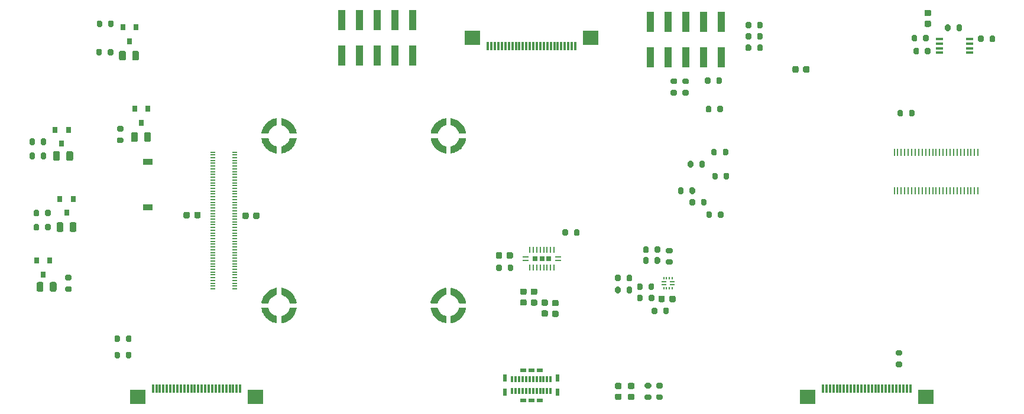
<source format=gbr>
G04 #@! TF.GenerationSoftware,KiCad,Pcbnew,(5.1.9)-1*
G04 #@! TF.CreationDate,2021-07-05T20:40:17-04:00*
G04 #@! TF.ProjectId,DepthABC,44657074-6841-4424-932e-6b696361645f,rev?*
G04 #@! TF.SameCoordinates,Original*
G04 #@! TF.FileFunction,Paste,Top*
G04 #@! TF.FilePolarity,Positive*
%FSLAX46Y46*%
G04 Gerber Fmt 4.6, Leading zero omitted, Abs format (unit mm)*
G04 Created by KiCad (PCBNEW (5.1.9)-1) date 2021-07-05 20:40:17*
%MOMM*%
%LPD*%
G01*
G04 APERTURE LIST*
%ADD10R,1.100000X0.400000*%
%ADD11R,0.500000X1.030000*%
%ADD12R,0.820000X0.550000*%
%ADD13R,0.300000X0.850000*%
%ADD14R,1.000000X3.000000*%
%ADD15R,0.800000X0.800000*%
%ADD16R,0.240000X0.900000*%
%ADD17R,0.900000X0.240000*%
%ADD18R,0.220000X0.450000*%
%ADD19R,0.700000X0.220000*%
%ADD20R,0.250000X1.100000*%
%ADD21C,0.100000*%
%ADD22R,2.200000X2.000000*%
%ADD23R,0.300000X1.200000*%
%ADD24R,0.700000X0.200000*%
%ADD25R,0.800000X0.900000*%
%ADD26R,1.400000X0.900000*%
G04 APERTURE END LIST*
D10*
G04 #@! TO.C,U1*
X246777060Y-114757320D03*
X246777060Y-114107320D03*
X246777060Y-113457320D03*
X246777060Y-112807320D03*
X251077060Y-112807320D03*
X251077060Y-113457320D03*
X251077060Y-114107320D03*
X251077060Y-114757320D03*
G04 #@! TD*
D11*
G04 #@! TO.C,J5*
X184585500Y-161415500D03*
X192125500Y-161415500D03*
X184585500Y-163415500D03*
X192125500Y-163415500D03*
D12*
X187155500Y-160265500D03*
X188355500Y-160265500D03*
X189555500Y-160265500D03*
X187155500Y-164565500D03*
X188355500Y-164565500D03*
X189555500Y-164565500D03*
D13*
X185605500Y-161585500D03*
X186105500Y-161585500D03*
X186605500Y-161585500D03*
X187105500Y-161585500D03*
X187605500Y-161585500D03*
X188105500Y-161585500D03*
X188605500Y-161585500D03*
X189105500Y-161585500D03*
X189605500Y-161585500D03*
X190105500Y-161585500D03*
X190605500Y-161585500D03*
X191105500Y-161585500D03*
X185605500Y-163245500D03*
X186105500Y-163245500D03*
X186605500Y-163245500D03*
X187105500Y-163245500D03*
X187605500Y-163245500D03*
X188105500Y-163245500D03*
X188605500Y-163245500D03*
X189105500Y-163245500D03*
X189605500Y-163245500D03*
X190105500Y-163245500D03*
X190605500Y-163245500D03*
X191105500Y-163245500D03*
G04 #@! TD*
D14*
G04 #@! TO.C,J4*
X205373500Y-110365500D03*
X205373500Y-115405500D03*
X207913500Y-110365500D03*
X207913500Y-115405500D03*
X210453500Y-110365500D03*
X210453500Y-115405500D03*
X212993500Y-110365500D03*
X212993500Y-115405500D03*
X215533500Y-110365500D03*
X215533500Y-115405500D03*
G04 #@! TD*
G04 #@! TO.C,J1*
X171337500Y-115151500D03*
X171337500Y-110111500D03*
X168797500Y-115151500D03*
X168797500Y-110111500D03*
X166257500Y-115151500D03*
X166257500Y-110111500D03*
X163717500Y-115151500D03*
X163717500Y-110111500D03*
X161177500Y-115151500D03*
X161177500Y-110111500D03*
G04 #@! TD*
D15*
G04 #@! TO.C,U2*
X190815000Y-144272000D03*
X188915000Y-144272000D03*
X189865000Y-144272000D03*
D16*
X188115000Y-145572000D03*
X188615000Y-145572000D03*
X189115000Y-145572000D03*
X189615000Y-145572000D03*
X190115000Y-145572000D03*
X190615000Y-145572000D03*
X191115000Y-145572000D03*
X191615000Y-145572000D03*
X188115000Y-142972000D03*
X188615000Y-142972000D03*
X189115000Y-142972000D03*
X189615000Y-142972000D03*
X190115000Y-142972000D03*
X190615000Y-142972000D03*
X191115000Y-142972000D03*
X191615000Y-142972000D03*
D17*
X187565000Y-144522000D03*
X187565000Y-144022000D03*
X192165000Y-144522000D03*
X192165000Y-144022000D03*
G04 #@! TD*
D18*
G04 #@! TO.C,IC1*
X208509160Y-148525060D03*
X208109160Y-148525060D03*
X207709160Y-148525060D03*
X207309160Y-148525060D03*
D19*
X207309160Y-148000060D03*
X207309160Y-147600060D03*
D18*
X207309160Y-147075060D03*
X207709160Y-147075060D03*
X208109160Y-147075060D03*
X208509160Y-147075060D03*
D19*
X208509160Y-147600060D03*
X208509160Y-148000060D03*
G04 #@! TD*
G04 #@! TO.C,D5*
G36*
G01*
X130285500Y-114715250D02*
X130285500Y-115627750D01*
G75*
G02*
X130041750Y-115871500I-243750J0D01*
G01*
X129554250Y-115871500D01*
G75*
G02*
X129310500Y-115627750I0J243750D01*
G01*
X129310500Y-114715250D01*
G75*
G02*
X129554250Y-114471500I243750J0D01*
G01*
X130041750Y-114471500D01*
G75*
G02*
X130285500Y-114715250I0J-243750D01*
G01*
G37*
G36*
G01*
X132160500Y-114715250D02*
X132160500Y-115627750D01*
G75*
G02*
X131916750Y-115871500I-243750J0D01*
G01*
X131429250Y-115871500D01*
G75*
G02*
X131185500Y-115627750I0J243750D01*
G01*
X131185500Y-114715250D01*
G75*
G02*
X131429250Y-114471500I243750J0D01*
G01*
X131916750Y-114471500D01*
G75*
G02*
X132160500Y-114715250I0J-243750D01*
G01*
G37*
G04 #@! TD*
G04 #@! TO.C,D4*
G36*
G01*
X121332100Y-139302450D02*
X121332100Y-140214950D01*
G75*
G02*
X121088350Y-140458700I-243750J0D01*
G01*
X120600850Y-140458700D01*
G75*
G02*
X120357100Y-140214950I0J243750D01*
G01*
X120357100Y-139302450D01*
G75*
G02*
X120600850Y-139058700I243750J0D01*
G01*
X121088350Y-139058700D01*
G75*
G02*
X121332100Y-139302450I0J-243750D01*
G01*
G37*
G36*
G01*
X123207100Y-139302450D02*
X123207100Y-140214950D01*
G75*
G02*
X122963350Y-140458700I-243750J0D01*
G01*
X122475850Y-140458700D01*
G75*
G02*
X122232100Y-140214950I0J243750D01*
G01*
X122232100Y-139302450D01*
G75*
G02*
X122475850Y-139058700I243750J0D01*
G01*
X122963350Y-139058700D01*
G75*
G02*
X123207100Y-139302450I0J-243750D01*
G01*
G37*
G04 #@! TD*
G04 #@! TO.C,D3*
G36*
G01*
X132000000Y-126399250D02*
X132000000Y-127311750D01*
G75*
G02*
X131756250Y-127555500I-243750J0D01*
G01*
X131268750Y-127555500D01*
G75*
G02*
X131025000Y-127311750I0J243750D01*
G01*
X131025000Y-126399250D01*
G75*
G02*
X131268750Y-126155500I243750J0D01*
G01*
X131756250Y-126155500D01*
G75*
G02*
X132000000Y-126399250I0J-243750D01*
G01*
G37*
G36*
G01*
X133875000Y-126399250D02*
X133875000Y-127311750D01*
G75*
G02*
X133631250Y-127555500I-243750J0D01*
G01*
X133143750Y-127555500D01*
G75*
G02*
X132900000Y-127311750I0J243750D01*
G01*
X132900000Y-126399250D01*
G75*
G02*
X133143750Y-126155500I243750J0D01*
G01*
X133631250Y-126155500D01*
G75*
G02*
X133875000Y-126399250I0J-243750D01*
G01*
G37*
G04 #@! TD*
G04 #@! TO.C,D2*
G36*
G01*
X119374500Y-148774750D02*
X119374500Y-147862250D01*
G75*
G02*
X119618250Y-147618500I243750J0D01*
G01*
X120105750Y-147618500D01*
G75*
G02*
X120349500Y-147862250I0J-243750D01*
G01*
X120349500Y-148774750D01*
G75*
G02*
X120105750Y-149018500I-243750J0D01*
G01*
X119618250Y-149018500D01*
G75*
G02*
X119374500Y-148774750I0J243750D01*
G01*
G37*
G36*
G01*
X117499500Y-148774750D02*
X117499500Y-147862250D01*
G75*
G02*
X117743250Y-147618500I243750J0D01*
G01*
X118230750Y-147618500D01*
G75*
G02*
X118474500Y-147862250I0J-243750D01*
G01*
X118474500Y-148774750D01*
G75*
G02*
X118230750Y-149018500I-243750J0D01*
G01*
X117743250Y-149018500D01*
G75*
G02*
X117499500Y-148774750I0J243750D01*
G01*
G37*
G04 #@! TD*
G04 #@! TO.C,D1*
G36*
G01*
X120849500Y-129091650D02*
X120849500Y-130004150D01*
G75*
G02*
X120605750Y-130247900I-243750J0D01*
G01*
X120118250Y-130247900D01*
G75*
G02*
X119874500Y-130004150I0J243750D01*
G01*
X119874500Y-129091650D01*
G75*
G02*
X120118250Y-128847900I243750J0D01*
G01*
X120605750Y-128847900D01*
G75*
G02*
X120849500Y-129091650I0J-243750D01*
G01*
G37*
G36*
G01*
X122724500Y-129091650D02*
X122724500Y-130004150D01*
G75*
G02*
X122480750Y-130247900I-243750J0D01*
G01*
X121993250Y-130247900D01*
G75*
G02*
X121749500Y-130004150I0J243750D01*
G01*
X121749500Y-129091650D01*
G75*
G02*
X121993250Y-128847900I243750J0D01*
G01*
X122480750Y-128847900D01*
G75*
G02*
X122724500Y-129091650I0J-243750D01*
G01*
G37*
G04 #@! TD*
D20*
G04 #@! TO.C,J8*
X240325920Y-134571200D03*
X240825920Y-134571200D03*
X241325920Y-134571200D03*
X241825920Y-134571200D03*
X242325920Y-134571200D03*
X252325920Y-134571200D03*
X251825920Y-134571200D03*
X251325920Y-134571200D03*
X250825920Y-134571200D03*
X250325920Y-134571200D03*
X252325920Y-129071200D03*
X251825920Y-129071200D03*
X240325920Y-129071200D03*
X240825920Y-129071200D03*
X241325920Y-129071200D03*
X241825920Y-129071200D03*
X242325920Y-129071200D03*
X251325920Y-129071200D03*
X250825920Y-129071200D03*
X250325920Y-129071200D03*
X249825920Y-129071200D03*
X249325920Y-129071200D03*
X248825920Y-129071200D03*
X248325920Y-129071200D03*
X247825920Y-129071200D03*
X247325920Y-129071200D03*
X246825920Y-129071200D03*
X246325920Y-129071200D03*
X245825920Y-129071200D03*
X245325920Y-129071200D03*
X244825920Y-129071200D03*
X244325920Y-129071200D03*
X243825920Y-129071200D03*
X243325920Y-129071200D03*
X242825920Y-129071200D03*
X242825920Y-134571200D03*
X243325920Y-134571200D03*
X243825920Y-134571200D03*
X244325920Y-134571200D03*
X244825920Y-134571200D03*
X245325920Y-134571200D03*
X245825920Y-134571200D03*
X246325920Y-134571200D03*
X246825920Y-134571200D03*
X247325920Y-134571200D03*
X247825920Y-134571200D03*
X248325920Y-134571200D03*
X248825920Y-134571200D03*
X249325920Y-134571200D03*
X249825920Y-134571200D03*
G04 #@! TD*
D21*
G04 #@! TO.C,H8*
G36*
X178909657Y-126965010D02*
G01*
X178910140Y-126965040D01*
X178910631Y-126965028D01*
X178914999Y-126965346D01*
X178919408Y-126965623D01*
X178919897Y-126965702D01*
X178920375Y-126965737D01*
X178924676Y-126966476D01*
X178929052Y-126967185D01*
X178929522Y-126967309D01*
X178930004Y-126967392D01*
X178934261Y-126968561D01*
X178938498Y-126969681D01*
X178938955Y-126969851D01*
X178939425Y-126969980D01*
X178943543Y-126971557D01*
X178947655Y-126973086D01*
X178948091Y-126973298D01*
X178948549Y-126973474D01*
X178952496Y-126975447D01*
X178956436Y-126977369D01*
X178956845Y-126977620D01*
X178957288Y-126977842D01*
X178961055Y-126980211D01*
X178964758Y-126982489D01*
X178965144Y-126982782D01*
X178965559Y-126983043D01*
X178969041Y-126985740D01*
X178972540Y-126988396D01*
X178972898Y-126988728D01*
X178973282Y-126989025D01*
X178976502Y-126992065D01*
X178979708Y-126995034D01*
X178980026Y-126995392D01*
X178980386Y-126995732D01*
X178983286Y-126999064D01*
X178986195Y-127002340D01*
X178986484Y-127002738D01*
X178986801Y-127003102D01*
X178989363Y-127006701D01*
X178991937Y-127010244D01*
X178992179Y-127010656D01*
X178992467Y-127011061D01*
X178994681Y-127014920D01*
X178996881Y-127018670D01*
X178997085Y-127019111D01*
X178997328Y-127019535D01*
X178999145Y-127023570D01*
X179000979Y-127027539D01*
X179001138Y-127027995D01*
X179001340Y-127028444D01*
X179002761Y-127032657D01*
X179004192Y-127036766D01*
X179004306Y-127037235D01*
X179004463Y-127037702D01*
X179005448Y-127041955D01*
X179006490Y-127046262D01*
X179006557Y-127046741D01*
X179006668Y-127047219D01*
X179007243Y-127051624D01*
X179007849Y-127055937D01*
X179007869Y-127056419D01*
X179007933Y-127056907D01*
X179008074Y-127061299D01*
X179008259Y-127065698D01*
X179008231Y-127066190D01*
X179008247Y-127066672D01*
X179007959Y-127071066D01*
X179007713Y-127075453D01*
X179007639Y-127075930D01*
X179007607Y-127076421D01*
X179006892Y-127080758D01*
X179006219Y-127085108D01*
X179006096Y-127085586D01*
X179006018Y-127086061D01*
X178955400Y-127321011D01*
X178955096Y-127322374D01*
X178953961Y-127326398D01*
X178952878Y-127330450D01*
X178879579Y-127559326D01*
X178879576Y-127559339D01*
X178879571Y-127559353D01*
X178879140Y-127560666D01*
X178877631Y-127564525D01*
X178876145Y-127568487D01*
X178780857Y-127789130D01*
X178780294Y-127790408D01*
X178778416Y-127794100D01*
X178776550Y-127797900D01*
X178660192Y-128008177D01*
X178660184Y-128008193D01*
X178660173Y-128008211D01*
X178659499Y-128009409D01*
X178657255Y-128012924D01*
X178655041Y-128016500D01*
X178518721Y-128214419D01*
X178518712Y-128214433D01*
X178518700Y-128214449D01*
X178517911Y-128215577D01*
X178515352Y-128218834D01*
X178512783Y-128222198D01*
X178357788Y-128405884D01*
X178356880Y-128406944D01*
X178354002Y-128409950D01*
X178351130Y-128413034D01*
X178178960Y-128580708D01*
X178178950Y-128580719D01*
X178178937Y-128580730D01*
X178177943Y-128581685D01*
X178174783Y-128584398D01*
X178171626Y-128587185D01*
X177983917Y-128737255D01*
X177983905Y-128737266D01*
X177983890Y-128737277D01*
X177982809Y-128738129D01*
X177979388Y-128740528D01*
X177975985Y-128742986D01*
X177774514Y-128874033D01*
X177773339Y-128874786D01*
X177769674Y-128876855D01*
X177766074Y-128878954D01*
X177552777Y-128989716D01*
X177551534Y-128990350D01*
X177547695Y-128992047D01*
X177543897Y-128993789D01*
X177320819Y-129083203D01*
X177320809Y-129083208D01*
X177320796Y-129083212D01*
X177319510Y-129083717D01*
X177315575Y-129085014D01*
X177311574Y-129086395D01*
X177080826Y-129153618D01*
X177079483Y-129153999D01*
X177076079Y-129154762D01*
X177072693Y-129155622D01*
X176904400Y-129189684D01*
X176903030Y-129189951D01*
X176900559Y-129190291D01*
X176899738Y-129190490D01*
X176890063Y-129191849D01*
X176880302Y-129192259D01*
X176870547Y-129191713D01*
X176860892Y-129190219D01*
X176851429Y-129187789D01*
X176842248Y-129184447D01*
X176833438Y-129180226D01*
X176825081Y-129175165D01*
X176817258Y-129169312D01*
X176810043Y-129162724D01*
X176803506Y-129155464D01*
X176797708Y-129147600D01*
X176792705Y-129139208D01*
X176788545Y-129130368D01*
X176785268Y-129121164D01*
X176782904Y-129111684D01*
X176781477Y-129102019D01*
X176781000Y-129092261D01*
X176781000Y-128265781D01*
X176781010Y-128264385D01*
X176781623Y-128254634D01*
X176783185Y-128244990D01*
X176785681Y-128235544D01*
X176789086Y-128226387D01*
X176793369Y-128217606D01*
X176798489Y-128209284D01*
X176804396Y-128201502D01*
X176811034Y-128194334D01*
X176818340Y-128187847D01*
X176826244Y-128182105D01*
X176834670Y-128177161D01*
X176843539Y-128173063D01*
X176848086Y-128171480D01*
X176848222Y-128171423D01*
X176848443Y-128171355D01*
X176852766Y-128169850D01*
X176855601Y-128169164D01*
X176857564Y-128168563D01*
X176863449Y-128167071D01*
X177010339Y-128121685D01*
X177149963Y-128063077D01*
X177283190Y-127991130D01*
X177408772Y-127906518D01*
X177525494Y-127810059D01*
X177632254Y-127702663D01*
X177728008Y-127585382D01*
X177811877Y-127459289D01*
X177883030Y-127325638D01*
X177940807Y-127185665D01*
X177986064Y-127036048D01*
X177986238Y-127035487D01*
X177986253Y-127035429D01*
X177986274Y-127035371D01*
X177986478Y-127034714D01*
X177988031Y-127030546D01*
X177989595Y-127026248D01*
X177989758Y-127025907D01*
X177989888Y-127025559D01*
X177991856Y-127021530D01*
X177993816Y-127017438D01*
X177994011Y-127017117D01*
X177994175Y-127016780D01*
X177996527Y-127012961D01*
X177998877Y-127009081D01*
X177999104Y-127008778D01*
X177999299Y-127008461D01*
X178002051Y-127004839D01*
X178004730Y-127001258D01*
X178004976Y-127000988D01*
X178005209Y-127000682D01*
X178008338Y-126997307D01*
X178011318Y-126994043D01*
X178011593Y-126993796D01*
X178011851Y-126993517D01*
X178015281Y-126990475D01*
X178018578Y-126987506D01*
X178018879Y-126987284D01*
X178019161Y-126987034D01*
X178022797Y-126984396D01*
X178026442Y-126981708D01*
X178026768Y-126981513D01*
X178027068Y-126981296D01*
X178030913Y-126979042D01*
X178034834Y-126976705D01*
X178035177Y-126976544D01*
X178035497Y-126976356D01*
X178039497Y-126974510D01*
X178043674Y-126972545D01*
X178044041Y-126972414D01*
X178044369Y-126972263D01*
X178048481Y-126970834D01*
X178052878Y-126969268D01*
X178053254Y-126969174D01*
X178053597Y-126969055D01*
X178057865Y-126968024D01*
X178062358Y-126966904D01*
X178062736Y-126966848D01*
X178063093Y-126966762D01*
X178067434Y-126966155D01*
X178072023Y-126965477D01*
X178072412Y-126965458D01*
X178072769Y-126965408D01*
X178077108Y-126965228D01*
X178081781Y-126965000D01*
X178908261Y-126965000D01*
X178909657Y-126965010D01*
G37*
G36*
X174881615Y-126965010D02*
G01*
X174891366Y-126965623D01*
X174901010Y-126967185D01*
X174910456Y-126969681D01*
X174919613Y-126973086D01*
X174928394Y-126977369D01*
X174936716Y-126982489D01*
X174944498Y-126988396D01*
X174951666Y-126995034D01*
X174958153Y-127002340D01*
X174963895Y-127010244D01*
X174968839Y-127018670D01*
X174972937Y-127027539D01*
X174974520Y-127032086D01*
X174974577Y-127032222D01*
X174974645Y-127032443D01*
X174976150Y-127036766D01*
X174976836Y-127039601D01*
X174977437Y-127041564D01*
X174978929Y-127047449D01*
X175024315Y-127194339D01*
X175082923Y-127333963D01*
X175154870Y-127467190D01*
X175239482Y-127592772D01*
X175335941Y-127709494D01*
X175443337Y-127816254D01*
X175560618Y-127912008D01*
X175686711Y-127995877D01*
X175820362Y-128067030D01*
X175960335Y-128124807D01*
X176109952Y-128170064D01*
X176110513Y-128170238D01*
X176110571Y-128170253D01*
X176110629Y-128170274D01*
X176111286Y-128170478D01*
X176115454Y-128172031D01*
X176119752Y-128173595D01*
X176120093Y-128173758D01*
X176120441Y-128173888D01*
X176124470Y-128175856D01*
X176128562Y-128177816D01*
X176128883Y-128178011D01*
X176129220Y-128178175D01*
X176133039Y-128180527D01*
X176136919Y-128182877D01*
X176137222Y-128183104D01*
X176137539Y-128183299D01*
X176141161Y-128186051D01*
X176144742Y-128188730D01*
X176145012Y-128188976D01*
X176145318Y-128189209D01*
X176148693Y-128192338D01*
X176151957Y-128195318D01*
X176152204Y-128195593D01*
X176152483Y-128195851D01*
X176155500Y-128199253D01*
X176158494Y-128202578D01*
X176158716Y-128202879D01*
X176158966Y-128203161D01*
X176161604Y-128206797D01*
X176164292Y-128210442D01*
X176164487Y-128210768D01*
X176164704Y-128211068D01*
X176166950Y-128214900D01*
X176169295Y-128218834D01*
X176169456Y-128219177D01*
X176169644Y-128219497D01*
X176171490Y-128223497D01*
X176173455Y-128227674D01*
X176173586Y-128228041D01*
X176173737Y-128228369D01*
X176175166Y-128232481D01*
X176176732Y-128236878D01*
X176176826Y-128237254D01*
X176176945Y-128237597D01*
X176177976Y-128241865D01*
X176179096Y-128246358D01*
X176179152Y-128246736D01*
X176179238Y-128247093D01*
X176179844Y-128251427D01*
X176180523Y-128256023D01*
X176180542Y-128256412D01*
X176180592Y-128256769D01*
X176180767Y-128261006D01*
X176181000Y-128265781D01*
X176181000Y-129092261D01*
X176180990Y-129093657D01*
X176180960Y-129094140D01*
X176180972Y-129094631D01*
X176180658Y-129098941D01*
X176180377Y-129103408D01*
X176180298Y-129103897D01*
X176180263Y-129104375D01*
X176179524Y-129108676D01*
X176178815Y-129113052D01*
X176178691Y-129113522D01*
X176178608Y-129114004D01*
X176177439Y-129118261D01*
X176176319Y-129122498D01*
X176176149Y-129122955D01*
X176176020Y-129123425D01*
X176174443Y-129127543D01*
X176172914Y-129131655D01*
X176172702Y-129132091D01*
X176172526Y-129132549D01*
X176170536Y-129136530D01*
X176168631Y-129140436D01*
X176168380Y-129140845D01*
X176168158Y-129141288D01*
X176165789Y-129145055D01*
X176163511Y-129148758D01*
X176163218Y-129149144D01*
X176162957Y-129149559D01*
X176160260Y-129153041D01*
X176157604Y-129156540D01*
X176157272Y-129156898D01*
X176156975Y-129157282D01*
X176153935Y-129160502D01*
X176150966Y-129163708D01*
X176150608Y-129164026D01*
X176150268Y-129164386D01*
X176146936Y-129167286D01*
X176143660Y-129170195D01*
X176143262Y-129170484D01*
X176142898Y-129170801D01*
X176139299Y-129173363D01*
X176135756Y-129175937D01*
X176135344Y-129176179D01*
X176134939Y-129176467D01*
X176131080Y-129178681D01*
X176127330Y-129180881D01*
X176126889Y-129181085D01*
X176126465Y-129181328D01*
X176122430Y-129183145D01*
X176118461Y-129184979D01*
X176118005Y-129185138D01*
X176117556Y-129185340D01*
X176113343Y-129186761D01*
X176109234Y-129188192D01*
X176108765Y-129188306D01*
X176108298Y-129188463D01*
X176103981Y-129189463D01*
X176099738Y-129190490D01*
X176099259Y-129190557D01*
X176098781Y-129190668D01*
X176094376Y-129191243D01*
X176090063Y-129191849D01*
X176089581Y-129191869D01*
X176089093Y-129191933D01*
X176084701Y-129192074D01*
X176080302Y-129192259D01*
X176079810Y-129192231D01*
X176079328Y-129192247D01*
X176074934Y-129191959D01*
X176070547Y-129191713D01*
X176070070Y-129191639D01*
X176069579Y-129191607D01*
X176065242Y-129190892D01*
X176060892Y-129190219D01*
X176060414Y-129190096D01*
X176059939Y-129190018D01*
X175824989Y-129139400D01*
X175823626Y-129139096D01*
X175819602Y-129137961D01*
X175815550Y-129136878D01*
X175586674Y-129063579D01*
X175586661Y-129063576D01*
X175586647Y-129063571D01*
X175585334Y-129063140D01*
X175581472Y-129061630D01*
X175577513Y-129060145D01*
X175356877Y-128964860D01*
X175356869Y-128964857D01*
X175356860Y-128964853D01*
X175355592Y-128964294D01*
X175351900Y-128962416D01*
X175348100Y-128960550D01*
X175137823Y-128844192D01*
X175137807Y-128844184D01*
X175137789Y-128844173D01*
X175136591Y-128843499D01*
X175133076Y-128841255D01*
X175129500Y-128839041D01*
X174931581Y-128702721D01*
X174931567Y-128702712D01*
X174931551Y-128702700D01*
X174930423Y-128701911D01*
X174927139Y-128699331D01*
X174923802Y-128696783D01*
X174740116Y-128541788D01*
X174739056Y-128540880D01*
X174736049Y-128538001D01*
X174732966Y-128535130D01*
X174565292Y-128362960D01*
X174565281Y-128362950D01*
X174565270Y-128362937D01*
X174564315Y-128361943D01*
X174561602Y-128358783D01*
X174558815Y-128355626D01*
X174408745Y-128167917D01*
X174408734Y-128167905D01*
X174408723Y-128167890D01*
X174407871Y-128166809D01*
X174405472Y-128163388D01*
X174403014Y-128159985D01*
X174271967Y-127958514D01*
X174271214Y-127957339D01*
X174269145Y-127953674D01*
X174267046Y-127950074D01*
X174156284Y-127736777D01*
X174155650Y-127735534D01*
X174153953Y-127731695D01*
X174152211Y-127727897D01*
X174062797Y-127504819D01*
X174062792Y-127504809D01*
X174062788Y-127504796D01*
X174062283Y-127503510D01*
X174060986Y-127499575D01*
X174059605Y-127495574D01*
X173992382Y-127264826D01*
X173992001Y-127263483D01*
X173991238Y-127260079D01*
X173990378Y-127256693D01*
X173956316Y-127088400D01*
X173956049Y-127087030D01*
X173955709Y-127084559D01*
X173955510Y-127083738D01*
X173954151Y-127074063D01*
X173953741Y-127064302D01*
X173954287Y-127054547D01*
X173955781Y-127044892D01*
X173958211Y-127035429D01*
X173961553Y-127026248D01*
X173965774Y-127017438D01*
X173970835Y-127009081D01*
X173976688Y-127001258D01*
X173983276Y-126994043D01*
X173990536Y-126987506D01*
X173998400Y-126981708D01*
X174006792Y-126976705D01*
X174015632Y-126972545D01*
X174024836Y-126969268D01*
X174034316Y-126966904D01*
X174043981Y-126965477D01*
X174053739Y-126965000D01*
X174880219Y-126965000D01*
X174881615Y-126965010D01*
G37*
G36*
X176091453Y-124138287D02*
G01*
X176101108Y-124139781D01*
X176110571Y-124142211D01*
X176119752Y-124145553D01*
X176128562Y-124149774D01*
X176136919Y-124154835D01*
X176144742Y-124160688D01*
X176151957Y-124167276D01*
X176158494Y-124174536D01*
X176164292Y-124182400D01*
X176169295Y-124190792D01*
X176173455Y-124199632D01*
X176176732Y-124208836D01*
X176179096Y-124218316D01*
X176180523Y-124227981D01*
X176181000Y-124237739D01*
X176181000Y-125064219D01*
X176180990Y-125065615D01*
X176180377Y-125075366D01*
X176178815Y-125085010D01*
X176176319Y-125094456D01*
X176172914Y-125103613D01*
X176168631Y-125112394D01*
X176163511Y-125120716D01*
X176157604Y-125128498D01*
X176150966Y-125135666D01*
X176143660Y-125142153D01*
X176135756Y-125147895D01*
X176127330Y-125152839D01*
X176118461Y-125156937D01*
X176113914Y-125158520D01*
X176113778Y-125158577D01*
X176113557Y-125158645D01*
X176109234Y-125160150D01*
X176106399Y-125160836D01*
X176104436Y-125161437D01*
X176098551Y-125162929D01*
X175951663Y-125208314D01*
X175812042Y-125266921D01*
X175678810Y-125338870D01*
X175553222Y-125423485D01*
X175436506Y-125519941D01*
X175329750Y-125627333D01*
X175233989Y-125744623D01*
X175150123Y-125870711D01*
X175078970Y-126004362D01*
X175021193Y-126144335D01*
X174975936Y-126293953D01*
X174975761Y-126294516D01*
X174975747Y-126294571D01*
X174975727Y-126294626D01*
X174975522Y-126295286D01*
X174973962Y-126299474D01*
X174972405Y-126303752D01*
X174972243Y-126304090D01*
X174972112Y-126304442D01*
X174970134Y-126308492D01*
X174968184Y-126312562D01*
X174967992Y-126312879D01*
X174967825Y-126313221D01*
X174965453Y-126317071D01*
X174963123Y-126320919D01*
X174962896Y-126321222D01*
X174962701Y-126321539D01*
X174959949Y-126325161D01*
X174957270Y-126328742D01*
X174957024Y-126329012D01*
X174956791Y-126329318D01*
X174953691Y-126332662D01*
X174950682Y-126335957D01*
X174950407Y-126336204D01*
X174950149Y-126336483D01*
X174946747Y-126339500D01*
X174943422Y-126342494D01*
X174943121Y-126342716D01*
X174942839Y-126342966D01*
X174939163Y-126345634D01*
X174935558Y-126348292D01*
X174935239Y-126348482D01*
X174934932Y-126348705D01*
X174931034Y-126350989D01*
X174927166Y-126353295D01*
X174926824Y-126353456D01*
X174926503Y-126353644D01*
X174922453Y-126355513D01*
X174918326Y-126357455D01*
X174917968Y-126357582D01*
X174917631Y-126357738D01*
X174913454Y-126359190D01*
X174909122Y-126360732D01*
X174908746Y-126360826D01*
X174908403Y-126360945D01*
X174904135Y-126361976D01*
X174899642Y-126363096D01*
X174899264Y-126363152D01*
X174898907Y-126363238D01*
X174894507Y-126363854D01*
X174889977Y-126364523D01*
X174889599Y-126364541D01*
X174889231Y-126364593D01*
X174884759Y-126364778D01*
X174880219Y-126365000D01*
X174053739Y-126365000D01*
X174052343Y-126364990D01*
X174051860Y-126364960D01*
X174051369Y-126364972D01*
X174047001Y-126364654D01*
X174042592Y-126364377D01*
X174042103Y-126364298D01*
X174041625Y-126364263D01*
X174037324Y-126363524D01*
X174032948Y-126362815D01*
X174032478Y-126362691D01*
X174031996Y-126362608D01*
X174027739Y-126361439D01*
X174023502Y-126360319D01*
X174023045Y-126360149D01*
X174022575Y-126360020D01*
X174018457Y-126358443D01*
X174014345Y-126356914D01*
X174013909Y-126356702D01*
X174013451Y-126356526D01*
X174009507Y-126354554D01*
X174005564Y-126352631D01*
X174005147Y-126352375D01*
X174004712Y-126352157D01*
X174000985Y-126349814D01*
X173997242Y-126347511D01*
X173996855Y-126347217D01*
X173996441Y-126346957D01*
X173992959Y-126344260D01*
X173989460Y-126341604D01*
X173989102Y-126341272D01*
X173988718Y-126340975D01*
X173985523Y-126337958D01*
X173982292Y-126334966D01*
X173981969Y-126334602D01*
X173981614Y-126334267D01*
X173978738Y-126330963D01*
X173975805Y-126327660D01*
X173975516Y-126327262D01*
X173975199Y-126326898D01*
X173972653Y-126323321D01*
X173970063Y-126319756D01*
X173969818Y-126319338D01*
X173969533Y-126318938D01*
X173967345Y-126315124D01*
X173965119Y-126311330D01*
X173964913Y-126310884D01*
X173964672Y-126310464D01*
X173962865Y-126306451D01*
X173961021Y-126302461D01*
X173960862Y-126302005D01*
X173960660Y-126301556D01*
X173959239Y-126297343D01*
X173957808Y-126293234D01*
X173957694Y-126292765D01*
X173957537Y-126292298D01*
X173956539Y-126287991D01*
X173955510Y-126283738D01*
X173955442Y-126283256D01*
X173955332Y-126282780D01*
X173954758Y-126278383D01*
X173954151Y-126274063D01*
X173954131Y-126273581D01*
X173954067Y-126273093D01*
X173953926Y-126268702D01*
X173953741Y-126264302D01*
X173953769Y-126263810D01*
X173953753Y-126263327D01*
X173954042Y-126258931D01*
X173954287Y-126254547D01*
X173954361Y-126254071D01*
X173954393Y-126253579D01*
X173955108Y-126249242D01*
X173955781Y-126244892D01*
X173955904Y-126244414D01*
X173955982Y-126243939D01*
X174006600Y-126008989D01*
X174006904Y-126007626D01*
X174008048Y-126003570D01*
X174009122Y-125999550D01*
X174082417Y-125770685D01*
X174082424Y-125770660D01*
X174082435Y-125770632D01*
X174082860Y-125769334D01*
X174084369Y-125765475D01*
X174085855Y-125761513D01*
X174181143Y-125540869D01*
X174181706Y-125539592D01*
X174183600Y-125535867D01*
X174185451Y-125532100D01*
X174301808Y-125321823D01*
X174301816Y-125321807D01*
X174301827Y-125321789D01*
X174302501Y-125320590D01*
X174304757Y-125317057D01*
X174306959Y-125313500D01*
X174443289Y-125115567D01*
X174444089Y-125114423D01*
X174446669Y-125111139D01*
X174449217Y-125107801D01*
X174604212Y-124924116D01*
X174605120Y-124923056D01*
X174608013Y-124920034D01*
X174610870Y-124916966D01*
X174783050Y-124749282D01*
X174784057Y-124748315D01*
X174787258Y-124745567D01*
X174790374Y-124742816D01*
X174978083Y-124592745D01*
X174978095Y-124592734D01*
X174978110Y-124592723D01*
X174979191Y-124591871D01*
X174982612Y-124589472D01*
X174986015Y-124587014D01*
X175187485Y-124455967D01*
X175188661Y-124455214D01*
X175192312Y-124453153D01*
X175195926Y-124451046D01*
X175409223Y-124340284D01*
X175410466Y-124339650D01*
X175414305Y-124337953D01*
X175418103Y-124336211D01*
X175641173Y-124246800D01*
X175641190Y-124246792D01*
X175641211Y-124246785D01*
X175642490Y-124246283D01*
X175646402Y-124244993D01*
X175650425Y-124243605D01*
X175881174Y-124176382D01*
X175882517Y-124176001D01*
X175885920Y-124175238D01*
X175889307Y-124174378D01*
X176057599Y-124140316D01*
X176058969Y-124140049D01*
X176061442Y-124139708D01*
X176062262Y-124139510D01*
X176071937Y-124138151D01*
X176081698Y-124137741D01*
X176091453Y-124138287D01*
G37*
G36*
X176882190Y-124137769D02*
G01*
X176882673Y-124137753D01*
X176887069Y-124138042D01*
X176891453Y-124138287D01*
X176891929Y-124138361D01*
X176892421Y-124138393D01*
X176896758Y-124139108D01*
X176901108Y-124139781D01*
X176901586Y-124139904D01*
X176902061Y-124139982D01*
X177137011Y-124190600D01*
X177138374Y-124190904D01*
X177142398Y-124192039D01*
X177146450Y-124193122D01*
X177375315Y-124266417D01*
X177375340Y-124266424D01*
X177375368Y-124266435D01*
X177376666Y-124266860D01*
X177380517Y-124268366D01*
X177384487Y-124269855D01*
X177605131Y-124365143D01*
X177606408Y-124365706D01*
X177610133Y-124367600D01*
X177613900Y-124369451D01*
X177824177Y-124485808D01*
X177824193Y-124485816D01*
X177824211Y-124485827D01*
X177825410Y-124486501D01*
X177828943Y-124488757D01*
X177832500Y-124490959D01*
X178030433Y-124627289D01*
X178031577Y-124628089D01*
X178034861Y-124630669D01*
X178038199Y-124633217D01*
X178221884Y-124788212D01*
X178222944Y-124789120D01*
X178225951Y-124791999D01*
X178229034Y-124794870D01*
X178396718Y-124967050D01*
X178397685Y-124968057D01*
X178400433Y-124971258D01*
X178403184Y-124974374D01*
X178553255Y-125162083D01*
X178553266Y-125162095D01*
X178553277Y-125162110D01*
X178554129Y-125163191D01*
X178556528Y-125166612D01*
X178558986Y-125170015D01*
X178690033Y-125371485D01*
X178690786Y-125372661D01*
X178692847Y-125376312D01*
X178694954Y-125379926D01*
X178805716Y-125593223D01*
X178806350Y-125594466D01*
X178808047Y-125598305D01*
X178809789Y-125602103D01*
X178899200Y-125825173D01*
X178899208Y-125825190D01*
X178899215Y-125825211D01*
X178899717Y-125826490D01*
X178901007Y-125830402D01*
X178902395Y-125834425D01*
X178969618Y-126065174D01*
X178969999Y-126066517D01*
X178970762Y-126069920D01*
X178971622Y-126073307D01*
X179005684Y-126241599D01*
X179005951Y-126242969D01*
X179006292Y-126245442D01*
X179006490Y-126246262D01*
X179007849Y-126255937D01*
X179008259Y-126265698D01*
X179007713Y-126275453D01*
X179006219Y-126285108D01*
X179003789Y-126294571D01*
X179000447Y-126303752D01*
X178996226Y-126312562D01*
X178991165Y-126320919D01*
X178985312Y-126328742D01*
X178978724Y-126335957D01*
X178971464Y-126342494D01*
X178963600Y-126348292D01*
X178955208Y-126353295D01*
X178946368Y-126357455D01*
X178937164Y-126360732D01*
X178927684Y-126363096D01*
X178918019Y-126364523D01*
X178908261Y-126365000D01*
X178081781Y-126365000D01*
X178080385Y-126364990D01*
X178070634Y-126364377D01*
X178060990Y-126362815D01*
X178051544Y-126360319D01*
X178042387Y-126356914D01*
X178033606Y-126352631D01*
X178025284Y-126347511D01*
X178017502Y-126341604D01*
X178010334Y-126334966D01*
X178003847Y-126327660D01*
X177998105Y-126319756D01*
X177993161Y-126311330D01*
X177989063Y-126302461D01*
X177987480Y-126297914D01*
X177987423Y-126297778D01*
X177987355Y-126297557D01*
X177985850Y-126293234D01*
X177985164Y-126290399D01*
X177984563Y-126288436D01*
X177983071Y-126282551D01*
X177937686Y-126135663D01*
X177879079Y-125996042D01*
X177807130Y-125862810D01*
X177722515Y-125737222D01*
X177626059Y-125620506D01*
X177518667Y-125513750D01*
X177401377Y-125417989D01*
X177275289Y-125334123D01*
X177141638Y-125262970D01*
X177001665Y-125205193D01*
X176852047Y-125159936D01*
X176851484Y-125159761D01*
X176851429Y-125159747D01*
X176851374Y-125159727D01*
X176850714Y-125159522D01*
X176846526Y-125157962D01*
X176842248Y-125156405D01*
X176841910Y-125156243D01*
X176841558Y-125156112D01*
X176837477Y-125154119D01*
X176833438Y-125152184D01*
X176833121Y-125151992D01*
X176832779Y-125151825D01*
X176828929Y-125149453D01*
X176825081Y-125147123D01*
X176824778Y-125146896D01*
X176824461Y-125146701D01*
X176820839Y-125143949D01*
X176817258Y-125141270D01*
X176816988Y-125141024D01*
X176816682Y-125140791D01*
X176813307Y-125137662D01*
X176810043Y-125134682D01*
X176809796Y-125134407D01*
X176809517Y-125134149D01*
X176806500Y-125130747D01*
X176803506Y-125127422D01*
X176803284Y-125127121D01*
X176803034Y-125126839D01*
X176800366Y-125123163D01*
X176797708Y-125119558D01*
X176797518Y-125119239D01*
X176797295Y-125118932D01*
X176795011Y-125115034D01*
X176792705Y-125111166D01*
X176792544Y-125110824D01*
X176792356Y-125110503D01*
X176790473Y-125106422D01*
X176788545Y-125102326D01*
X176788418Y-125101968D01*
X176788262Y-125101631D01*
X176786777Y-125097359D01*
X176785268Y-125093122D01*
X176785174Y-125092746D01*
X176785055Y-125092403D01*
X176784024Y-125088135D01*
X176782904Y-125083642D01*
X176782848Y-125083264D01*
X176782762Y-125082907D01*
X176782145Y-125078501D01*
X176781477Y-125073977D01*
X176781459Y-125073599D01*
X176781407Y-125073231D01*
X176781222Y-125068759D01*
X176781000Y-125064219D01*
X176781000Y-124237739D01*
X176781010Y-124236343D01*
X176781040Y-124235860D01*
X176781028Y-124235369D01*
X176781346Y-124231001D01*
X176781623Y-124226592D01*
X176781702Y-124226103D01*
X176781737Y-124225625D01*
X176782476Y-124221324D01*
X176783185Y-124216948D01*
X176783309Y-124216478D01*
X176783392Y-124215996D01*
X176784561Y-124211739D01*
X176785681Y-124207502D01*
X176785851Y-124207045D01*
X176785980Y-124206575D01*
X176787557Y-124202457D01*
X176789086Y-124198345D01*
X176789298Y-124197909D01*
X176789474Y-124197451D01*
X176791446Y-124193507D01*
X176793369Y-124189564D01*
X176793625Y-124189147D01*
X176793843Y-124188712D01*
X176796186Y-124184985D01*
X176798489Y-124181242D01*
X176798783Y-124180855D01*
X176799043Y-124180441D01*
X176801740Y-124176959D01*
X176804396Y-124173460D01*
X176804728Y-124173102D01*
X176805025Y-124172718D01*
X176808042Y-124169523D01*
X176811034Y-124166292D01*
X176811398Y-124165969D01*
X176811733Y-124165614D01*
X176815037Y-124162738D01*
X176818340Y-124159805D01*
X176818738Y-124159516D01*
X176819102Y-124159199D01*
X176822679Y-124156653D01*
X176826244Y-124154063D01*
X176826662Y-124153818D01*
X176827062Y-124153533D01*
X176830876Y-124151345D01*
X176834670Y-124149119D01*
X176835116Y-124148913D01*
X176835536Y-124148672D01*
X176839549Y-124146865D01*
X176843539Y-124145021D01*
X176843995Y-124144862D01*
X176844444Y-124144660D01*
X176848657Y-124143239D01*
X176852766Y-124141808D01*
X176853235Y-124141694D01*
X176853702Y-124141537D01*
X176858009Y-124140539D01*
X176862262Y-124139510D01*
X176862744Y-124139442D01*
X176863220Y-124139332D01*
X176867617Y-124138758D01*
X176871937Y-124138151D01*
X176872419Y-124138131D01*
X176872907Y-124138067D01*
X176877298Y-124137926D01*
X176881698Y-124137741D01*
X176882190Y-124137769D01*
G37*
G04 #@! TD*
G04 #@! TO.C,H7*
G36*
X154652657Y-151285510D02*
G01*
X154653140Y-151285540D01*
X154653631Y-151285528D01*
X154657999Y-151285846D01*
X154662408Y-151286123D01*
X154662897Y-151286202D01*
X154663375Y-151286237D01*
X154667676Y-151286976D01*
X154672052Y-151287685D01*
X154672522Y-151287809D01*
X154673004Y-151287892D01*
X154677261Y-151289061D01*
X154681498Y-151290181D01*
X154681955Y-151290351D01*
X154682425Y-151290480D01*
X154686543Y-151292057D01*
X154690655Y-151293586D01*
X154691091Y-151293798D01*
X154691549Y-151293974D01*
X154695496Y-151295947D01*
X154699436Y-151297869D01*
X154699845Y-151298120D01*
X154700288Y-151298342D01*
X154704055Y-151300711D01*
X154707758Y-151302989D01*
X154708144Y-151303282D01*
X154708559Y-151303543D01*
X154712041Y-151306240D01*
X154715540Y-151308896D01*
X154715898Y-151309228D01*
X154716282Y-151309525D01*
X154719502Y-151312565D01*
X154722708Y-151315534D01*
X154723026Y-151315892D01*
X154723386Y-151316232D01*
X154726286Y-151319564D01*
X154729195Y-151322840D01*
X154729484Y-151323238D01*
X154729801Y-151323602D01*
X154732363Y-151327201D01*
X154734937Y-151330744D01*
X154735179Y-151331156D01*
X154735467Y-151331561D01*
X154737681Y-151335420D01*
X154739881Y-151339170D01*
X154740085Y-151339611D01*
X154740328Y-151340035D01*
X154742145Y-151344070D01*
X154743979Y-151348039D01*
X154744138Y-151348495D01*
X154744340Y-151348944D01*
X154745761Y-151353157D01*
X154747192Y-151357266D01*
X154747306Y-151357735D01*
X154747463Y-151358202D01*
X154748448Y-151362455D01*
X154749490Y-151366762D01*
X154749557Y-151367241D01*
X154749668Y-151367719D01*
X154750243Y-151372124D01*
X154750849Y-151376437D01*
X154750869Y-151376919D01*
X154750933Y-151377407D01*
X154751074Y-151381799D01*
X154751259Y-151386198D01*
X154751231Y-151386690D01*
X154751247Y-151387172D01*
X154750959Y-151391566D01*
X154750713Y-151395953D01*
X154750639Y-151396430D01*
X154750607Y-151396921D01*
X154749892Y-151401258D01*
X154749219Y-151405608D01*
X154749096Y-151406086D01*
X154749018Y-151406561D01*
X154698400Y-151641511D01*
X154698096Y-151642874D01*
X154696961Y-151646898D01*
X154695878Y-151650950D01*
X154622579Y-151879826D01*
X154622576Y-151879839D01*
X154622571Y-151879853D01*
X154622140Y-151881166D01*
X154620631Y-151885025D01*
X154619145Y-151888987D01*
X154523857Y-152109630D01*
X154523294Y-152110908D01*
X154521416Y-152114600D01*
X154519550Y-152118400D01*
X154403192Y-152328677D01*
X154403184Y-152328693D01*
X154403173Y-152328711D01*
X154402499Y-152329909D01*
X154400255Y-152333424D01*
X154398041Y-152337000D01*
X154261721Y-152534919D01*
X154261712Y-152534933D01*
X154261700Y-152534949D01*
X154260911Y-152536077D01*
X154258352Y-152539334D01*
X154255783Y-152542698D01*
X154100788Y-152726384D01*
X154099880Y-152727444D01*
X154097002Y-152730450D01*
X154094130Y-152733534D01*
X153921960Y-152901208D01*
X153921950Y-152901219D01*
X153921937Y-152901230D01*
X153920943Y-152902185D01*
X153917783Y-152904898D01*
X153914626Y-152907685D01*
X153726917Y-153057755D01*
X153726905Y-153057766D01*
X153726890Y-153057777D01*
X153725809Y-153058629D01*
X153722388Y-153061028D01*
X153718985Y-153063486D01*
X153517514Y-153194533D01*
X153516339Y-153195286D01*
X153512674Y-153197355D01*
X153509074Y-153199454D01*
X153295777Y-153310216D01*
X153294534Y-153310850D01*
X153290695Y-153312547D01*
X153286897Y-153314289D01*
X153063819Y-153403703D01*
X153063809Y-153403708D01*
X153063796Y-153403712D01*
X153062510Y-153404217D01*
X153058575Y-153405514D01*
X153054574Y-153406895D01*
X152823826Y-153474118D01*
X152822483Y-153474499D01*
X152819079Y-153475262D01*
X152815693Y-153476122D01*
X152647400Y-153510184D01*
X152646030Y-153510451D01*
X152643559Y-153510791D01*
X152642738Y-153510990D01*
X152633063Y-153512349D01*
X152623302Y-153512759D01*
X152613547Y-153512213D01*
X152603892Y-153510719D01*
X152594429Y-153508289D01*
X152585248Y-153504947D01*
X152576438Y-153500726D01*
X152568081Y-153495665D01*
X152560258Y-153489812D01*
X152553043Y-153483224D01*
X152546506Y-153475964D01*
X152540708Y-153468100D01*
X152535705Y-153459708D01*
X152531545Y-153450868D01*
X152528268Y-153441664D01*
X152525904Y-153432184D01*
X152524477Y-153422519D01*
X152524000Y-153412761D01*
X152524000Y-152586281D01*
X152524010Y-152584885D01*
X152524623Y-152575134D01*
X152526185Y-152565490D01*
X152528681Y-152556044D01*
X152532086Y-152546887D01*
X152536369Y-152538106D01*
X152541489Y-152529784D01*
X152547396Y-152522002D01*
X152554034Y-152514834D01*
X152561340Y-152508347D01*
X152569244Y-152502605D01*
X152577670Y-152497661D01*
X152586539Y-152493563D01*
X152591086Y-152491980D01*
X152591222Y-152491923D01*
X152591443Y-152491855D01*
X152595766Y-152490350D01*
X152598601Y-152489664D01*
X152600564Y-152489063D01*
X152606449Y-152487571D01*
X152753339Y-152442185D01*
X152892963Y-152383577D01*
X153026190Y-152311630D01*
X153151772Y-152227018D01*
X153268494Y-152130559D01*
X153375254Y-152023163D01*
X153471008Y-151905882D01*
X153554877Y-151779789D01*
X153626030Y-151646138D01*
X153683807Y-151506165D01*
X153729064Y-151356548D01*
X153729238Y-151355987D01*
X153729253Y-151355929D01*
X153729274Y-151355871D01*
X153729478Y-151355214D01*
X153731031Y-151351046D01*
X153732595Y-151346748D01*
X153732758Y-151346407D01*
X153732888Y-151346059D01*
X153734856Y-151342030D01*
X153736816Y-151337938D01*
X153737011Y-151337617D01*
X153737175Y-151337280D01*
X153739527Y-151333461D01*
X153741877Y-151329581D01*
X153742104Y-151329278D01*
X153742299Y-151328961D01*
X153745051Y-151325339D01*
X153747730Y-151321758D01*
X153747976Y-151321488D01*
X153748209Y-151321182D01*
X153751338Y-151317807D01*
X153754318Y-151314543D01*
X153754593Y-151314296D01*
X153754851Y-151314017D01*
X153758281Y-151310975D01*
X153761578Y-151308006D01*
X153761879Y-151307784D01*
X153762161Y-151307534D01*
X153765797Y-151304896D01*
X153769442Y-151302208D01*
X153769768Y-151302013D01*
X153770068Y-151301796D01*
X153773913Y-151299542D01*
X153777834Y-151297205D01*
X153778177Y-151297044D01*
X153778497Y-151296856D01*
X153782497Y-151295010D01*
X153786674Y-151293045D01*
X153787041Y-151292914D01*
X153787369Y-151292763D01*
X153791481Y-151291334D01*
X153795878Y-151289768D01*
X153796254Y-151289674D01*
X153796597Y-151289555D01*
X153800865Y-151288524D01*
X153805358Y-151287404D01*
X153805736Y-151287348D01*
X153806093Y-151287262D01*
X153810434Y-151286655D01*
X153815023Y-151285977D01*
X153815412Y-151285958D01*
X153815769Y-151285908D01*
X153820108Y-151285728D01*
X153824781Y-151285500D01*
X154651261Y-151285500D01*
X154652657Y-151285510D01*
G37*
G36*
X150624615Y-151285510D02*
G01*
X150634366Y-151286123D01*
X150644010Y-151287685D01*
X150653456Y-151290181D01*
X150662613Y-151293586D01*
X150671394Y-151297869D01*
X150679716Y-151302989D01*
X150687498Y-151308896D01*
X150694666Y-151315534D01*
X150701153Y-151322840D01*
X150706895Y-151330744D01*
X150711839Y-151339170D01*
X150715937Y-151348039D01*
X150717520Y-151352586D01*
X150717577Y-151352722D01*
X150717645Y-151352943D01*
X150719150Y-151357266D01*
X150719836Y-151360101D01*
X150720437Y-151362064D01*
X150721929Y-151367949D01*
X150767315Y-151514839D01*
X150825923Y-151654463D01*
X150897870Y-151787690D01*
X150982482Y-151913272D01*
X151078941Y-152029994D01*
X151186337Y-152136754D01*
X151303618Y-152232508D01*
X151429711Y-152316377D01*
X151563362Y-152387530D01*
X151703335Y-152445307D01*
X151852952Y-152490564D01*
X151853513Y-152490738D01*
X151853571Y-152490753D01*
X151853629Y-152490774D01*
X151854286Y-152490978D01*
X151858454Y-152492531D01*
X151862752Y-152494095D01*
X151863093Y-152494258D01*
X151863441Y-152494388D01*
X151867470Y-152496356D01*
X151871562Y-152498316D01*
X151871883Y-152498511D01*
X151872220Y-152498675D01*
X151876039Y-152501027D01*
X151879919Y-152503377D01*
X151880222Y-152503604D01*
X151880539Y-152503799D01*
X151884161Y-152506551D01*
X151887742Y-152509230D01*
X151888012Y-152509476D01*
X151888318Y-152509709D01*
X151891693Y-152512838D01*
X151894957Y-152515818D01*
X151895204Y-152516093D01*
X151895483Y-152516351D01*
X151898500Y-152519753D01*
X151901494Y-152523078D01*
X151901716Y-152523379D01*
X151901966Y-152523661D01*
X151904604Y-152527297D01*
X151907292Y-152530942D01*
X151907487Y-152531268D01*
X151907704Y-152531568D01*
X151909950Y-152535400D01*
X151912295Y-152539334D01*
X151912456Y-152539677D01*
X151912644Y-152539997D01*
X151914490Y-152543997D01*
X151916455Y-152548174D01*
X151916586Y-152548541D01*
X151916737Y-152548869D01*
X151918166Y-152552981D01*
X151919732Y-152557378D01*
X151919826Y-152557754D01*
X151919945Y-152558097D01*
X151920976Y-152562365D01*
X151922096Y-152566858D01*
X151922152Y-152567236D01*
X151922238Y-152567593D01*
X151922844Y-152571927D01*
X151923523Y-152576523D01*
X151923542Y-152576912D01*
X151923592Y-152577269D01*
X151923767Y-152581506D01*
X151924000Y-152586281D01*
X151924000Y-153412761D01*
X151923990Y-153414157D01*
X151923960Y-153414640D01*
X151923972Y-153415131D01*
X151923658Y-153419441D01*
X151923377Y-153423908D01*
X151923298Y-153424397D01*
X151923263Y-153424875D01*
X151922524Y-153429176D01*
X151921815Y-153433552D01*
X151921691Y-153434022D01*
X151921608Y-153434504D01*
X151920439Y-153438761D01*
X151919319Y-153442998D01*
X151919149Y-153443455D01*
X151919020Y-153443925D01*
X151917443Y-153448043D01*
X151915914Y-153452155D01*
X151915702Y-153452591D01*
X151915526Y-153453049D01*
X151913536Y-153457030D01*
X151911631Y-153460936D01*
X151911380Y-153461345D01*
X151911158Y-153461788D01*
X151908789Y-153465555D01*
X151906511Y-153469258D01*
X151906218Y-153469644D01*
X151905957Y-153470059D01*
X151903260Y-153473541D01*
X151900604Y-153477040D01*
X151900272Y-153477398D01*
X151899975Y-153477782D01*
X151896935Y-153481002D01*
X151893966Y-153484208D01*
X151893608Y-153484526D01*
X151893268Y-153484886D01*
X151889936Y-153487786D01*
X151886660Y-153490695D01*
X151886262Y-153490984D01*
X151885898Y-153491301D01*
X151882299Y-153493863D01*
X151878756Y-153496437D01*
X151878344Y-153496679D01*
X151877939Y-153496967D01*
X151874080Y-153499181D01*
X151870330Y-153501381D01*
X151869889Y-153501585D01*
X151869465Y-153501828D01*
X151865430Y-153503645D01*
X151861461Y-153505479D01*
X151861005Y-153505638D01*
X151860556Y-153505840D01*
X151856343Y-153507261D01*
X151852234Y-153508692D01*
X151851765Y-153508806D01*
X151851298Y-153508963D01*
X151846981Y-153509963D01*
X151842738Y-153510990D01*
X151842259Y-153511057D01*
X151841781Y-153511168D01*
X151837376Y-153511743D01*
X151833063Y-153512349D01*
X151832581Y-153512369D01*
X151832093Y-153512433D01*
X151827701Y-153512574D01*
X151823302Y-153512759D01*
X151822810Y-153512731D01*
X151822328Y-153512747D01*
X151817934Y-153512459D01*
X151813547Y-153512213D01*
X151813070Y-153512139D01*
X151812579Y-153512107D01*
X151808242Y-153511392D01*
X151803892Y-153510719D01*
X151803414Y-153510596D01*
X151802939Y-153510518D01*
X151567989Y-153459900D01*
X151566626Y-153459596D01*
X151562602Y-153458461D01*
X151558550Y-153457378D01*
X151329674Y-153384079D01*
X151329661Y-153384076D01*
X151329647Y-153384071D01*
X151328334Y-153383640D01*
X151324472Y-153382130D01*
X151320513Y-153380645D01*
X151099877Y-153285360D01*
X151099869Y-153285357D01*
X151099860Y-153285353D01*
X151098592Y-153284794D01*
X151094900Y-153282916D01*
X151091100Y-153281050D01*
X150880823Y-153164692D01*
X150880807Y-153164684D01*
X150880789Y-153164673D01*
X150879591Y-153163999D01*
X150876076Y-153161755D01*
X150872500Y-153159541D01*
X150674581Y-153023221D01*
X150674567Y-153023212D01*
X150674551Y-153023200D01*
X150673423Y-153022411D01*
X150670139Y-153019831D01*
X150666802Y-153017283D01*
X150483116Y-152862288D01*
X150482056Y-152861380D01*
X150479049Y-152858501D01*
X150475966Y-152855630D01*
X150308292Y-152683460D01*
X150308281Y-152683450D01*
X150308270Y-152683437D01*
X150307315Y-152682443D01*
X150304602Y-152679283D01*
X150301815Y-152676126D01*
X150151745Y-152488417D01*
X150151734Y-152488405D01*
X150151723Y-152488390D01*
X150150871Y-152487309D01*
X150148472Y-152483888D01*
X150146014Y-152480485D01*
X150014967Y-152279014D01*
X150014214Y-152277839D01*
X150012145Y-152274174D01*
X150010046Y-152270574D01*
X149899284Y-152057277D01*
X149898650Y-152056034D01*
X149896953Y-152052195D01*
X149895211Y-152048397D01*
X149805797Y-151825319D01*
X149805792Y-151825309D01*
X149805788Y-151825296D01*
X149805283Y-151824010D01*
X149803986Y-151820075D01*
X149802605Y-151816074D01*
X149735382Y-151585326D01*
X149735001Y-151583983D01*
X149734238Y-151580579D01*
X149733378Y-151577193D01*
X149699316Y-151408900D01*
X149699049Y-151407530D01*
X149698709Y-151405059D01*
X149698510Y-151404238D01*
X149697151Y-151394563D01*
X149696741Y-151384802D01*
X149697287Y-151375047D01*
X149698781Y-151365392D01*
X149701211Y-151355929D01*
X149704553Y-151346748D01*
X149708774Y-151337938D01*
X149713835Y-151329581D01*
X149719688Y-151321758D01*
X149726276Y-151314543D01*
X149733536Y-151308006D01*
X149741400Y-151302208D01*
X149749792Y-151297205D01*
X149758632Y-151293045D01*
X149767836Y-151289768D01*
X149777316Y-151287404D01*
X149786981Y-151285977D01*
X149796739Y-151285500D01*
X150623219Y-151285500D01*
X150624615Y-151285510D01*
G37*
G36*
X151834453Y-148458787D02*
G01*
X151844108Y-148460281D01*
X151853571Y-148462711D01*
X151862752Y-148466053D01*
X151871562Y-148470274D01*
X151879919Y-148475335D01*
X151887742Y-148481188D01*
X151894957Y-148487776D01*
X151901494Y-148495036D01*
X151907292Y-148502900D01*
X151912295Y-148511292D01*
X151916455Y-148520132D01*
X151919732Y-148529336D01*
X151922096Y-148538816D01*
X151923523Y-148548481D01*
X151924000Y-148558239D01*
X151924000Y-149384719D01*
X151923990Y-149386115D01*
X151923377Y-149395866D01*
X151921815Y-149405510D01*
X151919319Y-149414956D01*
X151915914Y-149424113D01*
X151911631Y-149432894D01*
X151906511Y-149441216D01*
X151900604Y-149448998D01*
X151893966Y-149456166D01*
X151886660Y-149462653D01*
X151878756Y-149468395D01*
X151870330Y-149473339D01*
X151861461Y-149477437D01*
X151856914Y-149479020D01*
X151856778Y-149479077D01*
X151856557Y-149479145D01*
X151852234Y-149480650D01*
X151849399Y-149481336D01*
X151847436Y-149481937D01*
X151841551Y-149483429D01*
X151694663Y-149528814D01*
X151555042Y-149587421D01*
X151421810Y-149659370D01*
X151296222Y-149743985D01*
X151179506Y-149840441D01*
X151072750Y-149947833D01*
X150976989Y-150065123D01*
X150893123Y-150191211D01*
X150821970Y-150324862D01*
X150764193Y-150464835D01*
X150718936Y-150614453D01*
X150718761Y-150615016D01*
X150718747Y-150615071D01*
X150718727Y-150615126D01*
X150718522Y-150615786D01*
X150716962Y-150619974D01*
X150715405Y-150624252D01*
X150715243Y-150624590D01*
X150715112Y-150624942D01*
X150713134Y-150628992D01*
X150711184Y-150633062D01*
X150710992Y-150633379D01*
X150710825Y-150633721D01*
X150708453Y-150637571D01*
X150706123Y-150641419D01*
X150705896Y-150641722D01*
X150705701Y-150642039D01*
X150702949Y-150645661D01*
X150700270Y-150649242D01*
X150700024Y-150649512D01*
X150699791Y-150649818D01*
X150696691Y-150653162D01*
X150693682Y-150656457D01*
X150693407Y-150656704D01*
X150693149Y-150656983D01*
X150689747Y-150660000D01*
X150686422Y-150662994D01*
X150686121Y-150663216D01*
X150685839Y-150663466D01*
X150682163Y-150666134D01*
X150678558Y-150668792D01*
X150678239Y-150668982D01*
X150677932Y-150669205D01*
X150674034Y-150671489D01*
X150670166Y-150673795D01*
X150669824Y-150673956D01*
X150669503Y-150674144D01*
X150665453Y-150676013D01*
X150661326Y-150677955D01*
X150660968Y-150678082D01*
X150660631Y-150678238D01*
X150656454Y-150679690D01*
X150652122Y-150681232D01*
X150651746Y-150681326D01*
X150651403Y-150681445D01*
X150647135Y-150682476D01*
X150642642Y-150683596D01*
X150642264Y-150683652D01*
X150641907Y-150683738D01*
X150637507Y-150684354D01*
X150632977Y-150685023D01*
X150632599Y-150685041D01*
X150632231Y-150685093D01*
X150627759Y-150685278D01*
X150623219Y-150685500D01*
X149796739Y-150685500D01*
X149795343Y-150685490D01*
X149794860Y-150685460D01*
X149794369Y-150685472D01*
X149790001Y-150685154D01*
X149785592Y-150684877D01*
X149785103Y-150684798D01*
X149784625Y-150684763D01*
X149780324Y-150684024D01*
X149775948Y-150683315D01*
X149775478Y-150683191D01*
X149774996Y-150683108D01*
X149770739Y-150681939D01*
X149766502Y-150680819D01*
X149766045Y-150680649D01*
X149765575Y-150680520D01*
X149761457Y-150678943D01*
X149757345Y-150677414D01*
X149756909Y-150677202D01*
X149756451Y-150677026D01*
X149752507Y-150675054D01*
X149748564Y-150673131D01*
X149748147Y-150672875D01*
X149747712Y-150672657D01*
X149743985Y-150670314D01*
X149740242Y-150668011D01*
X149739855Y-150667717D01*
X149739441Y-150667457D01*
X149735959Y-150664760D01*
X149732460Y-150662104D01*
X149732102Y-150661772D01*
X149731718Y-150661475D01*
X149728523Y-150658458D01*
X149725292Y-150655466D01*
X149724969Y-150655102D01*
X149724614Y-150654767D01*
X149721738Y-150651463D01*
X149718805Y-150648160D01*
X149718516Y-150647762D01*
X149718199Y-150647398D01*
X149715653Y-150643821D01*
X149713063Y-150640256D01*
X149712818Y-150639838D01*
X149712533Y-150639438D01*
X149710345Y-150635624D01*
X149708119Y-150631830D01*
X149707913Y-150631384D01*
X149707672Y-150630964D01*
X149705865Y-150626951D01*
X149704021Y-150622961D01*
X149703862Y-150622505D01*
X149703660Y-150622056D01*
X149702239Y-150617843D01*
X149700808Y-150613734D01*
X149700694Y-150613265D01*
X149700537Y-150612798D01*
X149699539Y-150608491D01*
X149698510Y-150604238D01*
X149698442Y-150603756D01*
X149698332Y-150603280D01*
X149697758Y-150598883D01*
X149697151Y-150594563D01*
X149697131Y-150594081D01*
X149697067Y-150593593D01*
X149696926Y-150589202D01*
X149696741Y-150584802D01*
X149696769Y-150584310D01*
X149696753Y-150583827D01*
X149697042Y-150579431D01*
X149697287Y-150575047D01*
X149697361Y-150574571D01*
X149697393Y-150574079D01*
X149698108Y-150569742D01*
X149698781Y-150565392D01*
X149698904Y-150564914D01*
X149698982Y-150564439D01*
X149749600Y-150329489D01*
X149749904Y-150328126D01*
X149751048Y-150324070D01*
X149752122Y-150320050D01*
X149825417Y-150091185D01*
X149825424Y-150091160D01*
X149825435Y-150091132D01*
X149825860Y-150089834D01*
X149827369Y-150085975D01*
X149828855Y-150082013D01*
X149924143Y-149861369D01*
X149924706Y-149860092D01*
X149926600Y-149856367D01*
X149928451Y-149852600D01*
X150044808Y-149642323D01*
X150044816Y-149642307D01*
X150044827Y-149642289D01*
X150045501Y-149641090D01*
X150047757Y-149637557D01*
X150049959Y-149634000D01*
X150186289Y-149436067D01*
X150187089Y-149434923D01*
X150189669Y-149431639D01*
X150192217Y-149428301D01*
X150347212Y-149244616D01*
X150348120Y-149243556D01*
X150351013Y-149240534D01*
X150353870Y-149237466D01*
X150526050Y-149069782D01*
X150527057Y-149068815D01*
X150530258Y-149066067D01*
X150533374Y-149063316D01*
X150721083Y-148913245D01*
X150721095Y-148913234D01*
X150721110Y-148913223D01*
X150722191Y-148912371D01*
X150725612Y-148909972D01*
X150729015Y-148907514D01*
X150930485Y-148776467D01*
X150931661Y-148775714D01*
X150935312Y-148773653D01*
X150938926Y-148771546D01*
X151152223Y-148660784D01*
X151153466Y-148660150D01*
X151157305Y-148658453D01*
X151161103Y-148656711D01*
X151384173Y-148567300D01*
X151384190Y-148567292D01*
X151384211Y-148567285D01*
X151385490Y-148566783D01*
X151389402Y-148565493D01*
X151393425Y-148564105D01*
X151624174Y-148496882D01*
X151625517Y-148496501D01*
X151628920Y-148495738D01*
X151632307Y-148494878D01*
X151800599Y-148460816D01*
X151801969Y-148460549D01*
X151804442Y-148460208D01*
X151805262Y-148460010D01*
X151814937Y-148458651D01*
X151824698Y-148458241D01*
X151834453Y-148458787D01*
G37*
G36*
X152625190Y-148458269D02*
G01*
X152625673Y-148458253D01*
X152630069Y-148458542D01*
X152634453Y-148458787D01*
X152634929Y-148458861D01*
X152635421Y-148458893D01*
X152639758Y-148459608D01*
X152644108Y-148460281D01*
X152644586Y-148460404D01*
X152645061Y-148460482D01*
X152880011Y-148511100D01*
X152881374Y-148511404D01*
X152885398Y-148512539D01*
X152889450Y-148513622D01*
X153118315Y-148586917D01*
X153118340Y-148586924D01*
X153118368Y-148586935D01*
X153119666Y-148587360D01*
X153123517Y-148588866D01*
X153127487Y-148590355D01*
X153348131Y-148685643D01*
X153349408Y-148686206D01*
X153353133Y-148688100D01*
X153356900Y-148689951D01*
X153567177Y-148806308D01*
X153567193Y-148806316D01*
X153567211Y-148806327D01*
X153568410Y-148807001D01*
X153571943Y-148809257D01*
X153575500Y-148811459D01*
X153773433Y-148947789D01*
X153774577Y-148948589D01*
X153777861Y-148951169D01*
X153781199Y-148953717D01*
X153964884Y-149108712D01*
X153965944Y-149109620D01*
X153968951Y-149112499D01*
X153972034Y-149115370D01*
X154139718Y-149287550D01*
X154140685Y-149288557D01*
X154143433Y-149291758D01*
X154146184Y-149294874D01*
X154296255Y-149482583D01*
X154296266Y-149482595D01*
X154296277Y-149482610D01*
X154297129Y-149483691D01*
X154299528Y-149487112D01*
X154301986Y-149490515D01*
X154433033Y-149691985D01*
X154433786Y-149693161D01*
X154435847Y-149696812D01*
X154437954Y-149700426D01*
X154548716Y-149913723D01*
X154549350Y-149914966D01*
X154551047Y-149918805D01*
X154552789Y-149922603D01*
X154642200Y-150145673D01*
X154642208Y-150145690D01*
X154642215Y-150145711D01*
X154642717Y-150146990D01*
X154644007Y-150150902D01*
X154645395Y-150154925D01*
X154712618Y-150385674D01*
X154712999Y-150387017D01*
X154713762Y-150390420D01*
X154714622Y-150393807D01*
X154748684Y-150562099D01*
X154748951Y-150563469D01*
X154749292Y-150565942D01*
X154749490Y-150566762D01*
X154750849Y-150576437D01*
X154751259Y-150586198D01*
X154750713Y-150595953D01*
X154749219Y-150605608D01*
X154746789Y-150615071D01*
X154743447Y-150624252D01*
X154739226Y-150633062D01*
X154734165Y-150641419D01*
X154728312Y-150649242D01*
X154721724Y-150656457D01*
X154714464Y-150662994D01*
X154706600Y-150668792D01*
X154698208Y-150673795D01*
X154689368Y-150677955D01*
X154680164Y-150681232D01*
X154670684Y-150683596D01*
X154661019Y-150685023D01*
X154651261Y-150685500D01*
X153824781Y-150685500D01*
X153823385Y-150685490D01*
X153813634Y-150684877D01*
X153803990Y-150683315D01*
X153794544Y-150680819D01*
X153785387Y-150677414D01*
X153776606Y-150673131D01*
X153768284Y-150668011D01*
X153760502Y-150662104D01*
X153753334Y-150655466D01*
X153746847Y-150648160D01*
X153741105Y-150640256D01*
X153736161Y-150631830D01*
X153732063Y-150622961D01*
X153730480Y-150618414D01*
X153730423Y-150618278D01*
X153730355Y-150618057D01*
X153728850Y-150613734D01*
X153728164Y-150610899D01*
X153727563Y-150608936D01*
X153726071Y-150603051D01*
X153680686Y-150456163D01*
X153622079Y-150316542D01*
X153550130Y-150183310D01*
X153465515Y-150057722D01*
X153369059Y-149941006D01*
X153261667Y-149834250D01*
X153144377Y-149738489D01*
X153018289Y-149654623D01*
X152884638Y-149583470D01*
X152744665Y-149525693D01*
X152595047Y-149480436D01*
X152594484Y-149480261D01*
X152594429Y-149480247D01*
X152594374Y-149480227D01*
X152593714Y-149480022D01*
X152589526Y-149478462D01*
X152585248Y-149476905D01*
X152584910Y-149476743D01*
X152584558Y-149476612D01*
X152580477Y-149474619D01*
X152576438Y-149472684D01*
X152576121Y-149472492D01*
X152575779Y-149472325D01*
X152571929Y-149469953D01*
X152568081Y-149467623D01*
X152567778Y-149467396D01*
X152567461Y-149467201D01*
X152563839Y-149464449D01*
X152560258Y-149461770D01*
X152559988Y-149461524D01*
X152559682Y-149461291D01*
X152556307Y-149458162D01*
X152553043Y-149455182D01*
X152552796Y-149454907D01*
X152552517Y-149454649D01*
X152549500Y-149451247D01*
X152546506Y-149447922D01*
X152546284Y-149447621D01*
X152546034Y-149447339D01*
X152543366Y-149443663D01*
X152540708Y-149440058D01*
X152540518Y-149439739D01*
X152540295Y-149439432D01*
X152538011Y-149435534D01*
X152535705Y-149431666D01*
X152535544Y-149431324D01*
X152535356Y-149431003D01*
X152533473Y-149426922D01*
X152531545Y-149422826D01*
X152531418Y-149422468D01*
X152531262Y-149422131D01*
X152529777Y-149417859D01*
X152528268Y-149413622D01*
X152528174Y-149413246D01*
X152528055Y-149412903D01*
X152527024Y-149408635D01*
X152525904Y-149404142D01*
X152525848Y-149403764D01*
X152525762Y-149403407D01*
X152525145Y-149399001D01*
X152524477Y-149394477D01*
X152524459Y-149394099D01*
X152524407Y-149393731D01*
X152524222Y-149389259D01*
X152524000Y-149384719D01*
X152524000Y-148558239D01*
X152524010Y-148556843D01*
X152524040Y-148556360D01*
X152524028Y-148555869D01*
X152524346Y-148551501D01*
X152524623Y-148547092D01*
X152524702Y-148546603D01*
X152524737Y-148546125D01*
X152525476Y-148541824D01*
X152526185Y-148537448D01*
X152526309Y-148536978D01*
X152526392Y-148536496D01*
X152527561Y-148532239D01*
X152528681Y-148528002D01*
X152528851Y-148527545D01*
X152528980Y-148527075D01*
X152530557Y-148522957D01*
X152532086Y-148518845D01*
X152532298Y-148518409D01*
X152532474Y-148517951D01*
X152534446Y-148514007D01*
X152536369Y-148510064D01*
X152536625Y-148509647D01*
X152536843Y-148509212D01*
X152539186Y-148505485D01*
X152541489Y-148501742D01*
X152541783Y-148501355D01*
X152542043Y-148500941D01*
X152544740Y-148497459D01*
X152547396Y-148493960D01*
X152547728Y-148493602D01*
X152548025Y-148493218D01*
X152551042Y-148490023D01*
X152554034Y-148486792D01*
X152554398Y-148486469D01*
X152554733Y-148486114D01*
X152558037Y-148483238D01*
X152561340Y-148480305D01*
X152561738Y-148480016D01*
X152562102Y-148479699D01*
X152565679Y-148477153D01*
X152569244Y-148474563D01*
X152569662Y-148474318D01*
X152570062Y-148474033D01*
X152573876Y-148471845D01*
X152577670Y-148469619D01*
X152578116Y-148469413D01*
X152578536Y-148469172D01*
X152582549Y-148467365D01*
X152586539Y-148465521D01*
X152586995Y-148465362D01*
X152587444Y-148465160D01*
X152591657Y-148463739D01*
X152595766Y-148462308D01*
X152596235Y-148462194D01*
X152596702Y-148462037D01*
X152601009Y-148461039D01*
X152605262Y-148460010D01*
X152605744Y-148459942D01*
X152606220Y-148459832D01*
X152610617Y-148459258D01*
X152614937Y-148458651D01*
X152615419Y-148458631D01*
X152615907Y-148458567D01*
X152620298Y-148458426D01*
X152624698Y-148458241D01*
X152625190Y-148458269D01*
G37*
G04 #@! TD*
G04 #@! TO.C,H6*
G36*
X154652657Y-126965010D02*
G01*
X154653140Y-126965040D01*
X154653631Y-126965028D01*
X154657999Y-126965346D01*
X154662408Y-126965623D01*
X154662897Y-126965702D01*
X154663375Y-126965737D01*
X154667676Y-126966476D01*
X154672052Y-126967185D01*
X154672522Y-126967309D01*
X154673004Y-126967392D01*
X154677261Y-126968561D01*
X154681498Y-126969681D01*
X154681955Y-126969851D01*
X154682425Y-126969980D01*
X154686543Y-126971557D01*
X154690655Y-126973086D01*
X154691091Y-126973298D01*
X154691549Y-126973474D01*
X154695496Y-126975447D01*
X154699436Y-126977369D01*
X154699845Y-126977620D01*
X154700288Y-126977842D01*
X154704055Y-126980211D01*
X154707758Y-126982489D01*
X154708144Y-126982782D01*
X154708559Y-126983043D01*
X154712041Y-126985740D01*
X154715540Y-126988396D01*
X154715898Y-126988728D01*
X154716282Y-126989025D01*
X154719502Y-126992065D01*
X154722708Y-126995034D01*
X154723026Y-126995392D01*
X154723386Y-126995732D01*
X154726286Y-126999064D01*
X154729195Y-127002340D01*
X154729484Y-127002738D01*
X154729801Y-127003102D01*
X154732363Y-127006701D01*
X154734937Y-127010244D01*
X154735179Y-127010656D01*
X154735467Y-127011061D01*
X154737681Y-127014920D01*
X154739881Y-127018670D01*
X154740085Y-127019111D01*
X154740328Y-127019535D01*
X154742145Y-127023570D01*
X154743979Y-127027539D01*
X154744138Y-127027995D01*
X154744340Y-127028444D01*
X154745761Y-127032657D01*
X154747192Y-127036766D01*
X154747306Y-127037235D01*
X154747463Y-127037702D01*
X154748448Y-127041955D01*
X154749490Y-127046262D01*
X154749557Y-127046741D01*
X154749668Y-127047219D01*
X154750243Y-127051624D01*
X154750849Y-127055937D01*
X154750869Y-127056419D01*
X154750933Y-127056907D01*
X154751074Y-127061299D01*
X154751259Y-127065698D01*
X154751231Y-127066190D01*
X154751247Y-127066672D01*
X154750959Y-127071066D01*
X154750713Y-127075453D01*
X154750639Y-127075930D01*
X154750607Y-127076421D01*
X154749892Y-127080758D01*
X154749219Y-127085108D01*
X154749096Y-127085586D01*
X154749018Y-127086061D01*
X154698400Y-127321011D01*
X154698096Y-127322374D01*
X154696961Y-127326398D01*
X154695878Y-127330450D01*
X154622579Y-127559326D01*
X154622576Y-127559339D01*
X154622571Y-127559353D01*
X154622140Y-127560666D01*
X154620631Y-127564525D01*
X154619145Y-127568487D01*
X154523857Y-127789130D01*
X154523294Y-127790408D01*
X154521416Y-127794100D01*
X154519550Y-127797900D01*
X154403192Y-128008177D01*
X154403184Y-128008193D01*
X154403173Y-128008211D01*
X154402499Y-128009409D01*
X154400255Y-128012924D01*
X154398041Y-128016500D01*
X154261721Y-128214419D01*
X154261712Y-128214433D01*
X154261700Y-128214449D01*
X154260911Y-128215577D01*
X154258352Y-128218834D01*
X154255783Y-128222198D01*
X154100788Y-128405884D01*
X154099880Y-128406944D01*
X154097002Y-128409950D01*
X154094130Y-128413034D01*
X153921960Y-128580708D01*
X153921950Y-128580719D01*
X153921937Y-128580730D01*
X153920943Y-128581685D01*
X153917783Y-128584398D01*
X153914626Y-128587185D01*
X153726917Y-128737255D01*
X153726905Y-128737266D01*
X153726890Y-128737277D01*
X153725809Y-128738129D01*
X153722388Y-128740528D01*
X153718985Y-128742986D01*
X153517514Y-128874033D01*
X153516339Y-128874786D01*
X153512674Y-128876855D01*
X153509074Y-128878954D01*
X153295777Y-128989716D01*
X153294534Y-128990350D01*
X153290695Y-128992047D01*
X153286897Y-128993789D01*
X153063819Y-129083203D01*
X153063809Y-129083208D01*
X153063796Y-129083212D01*
X153062510Y-129083717D01*
X153058575Y-129085014D01*
X153054574Y-129086395D01*
X152823826Y-129153618D01*
X152822483Y-129153999D01*
X152819079Y-129154762D01*
X152815693Y-129155622D01*
X152647400Y-129189684D01*
X152646030Y-129189951D01*
X152643559Y-129190291D01*
X152642738Y-129190490D01*
X152633063Y-129191849D01*
X152623302Y-129192259D01*
X152613547Y-129191713D01*
X152603892Y-129190219D01*
X152594429Y-129187789D01*
X152585248Y-129184447D01*
X152576438Y-129180226D01*
X152568081Y-129175165D01*
X152560258Y-129169312D01*
X152553043Y-129162724D01*
X152546506Y-129155464D01*
X152540708Y-129147600D01*
X152535705Y-129139208D01*
X152531545Y-129130368D01*
X152528268Y-129121164D01*
X152525904Y-129111684D01*
X152524477Y-129102019D01*
X152524000Y-129092261D01*
X152524000Y-128265781D01*
X152524010Y-128264385D01*
X152524623Y-128254634D01*
X152526185Y-128244990D01*
X152528681Y-128235544D01*
X152532086Y-128226387D01*
X152536369Y-128217606D01*
X152541489Y-128209284D01*
X152547396Y-128201502D01*
X152554034Y-128194334D01*
X152561340Y-128187847D01*
X152569244Y-128182105D01*
X152577670Y-128177161D01*
X152586539Y-128173063D01*
X152591086Y-128171480D01*
X152591222Y-128171423D01*
X152591443Y-128171355D01*
X152595766Y-128169850D01*
X152598601Y-128169164D01*
X152600564Y-128168563D01*
X152606449Y-128167071D01*
X152753339Y-128121685D01*
X152892963Y-128063077D01*
X153026190Y-127991130D01*
X153151772Y-127906518D01*
X153268494Y-127810059D01*
X153375254Y-127702663D01*
X153471008Y-127585382D01*
X153554877Y-127459289D01*
X153626030Y-127325638D01*
X153683807Y-127185665D01*
X153729064Y-127036048D01*
X153729238Y-127035487D01*
X153729253Y-127035429D01*
X153729274Y-127035371D01*
X153729478Y-127034714D01*
X153731031Y-127030546D01*
X153732595Y-127026248D01*
X153732758Y-127025907D01*
X153732888Y-127025559D01*
X153734856Y-127021530D01*
X153736816Y-127017438D01*
X153737011Y-127017117D01*
X153737175Y-127016780D01*
X153739527Y-127012961D01*
X153741877Y-127009081D01*
X153742104Y-127008778D01*
X153742299Y-127008461D01*
X153745051Y-127004839D01*
X153747730Y-127001258D01*
X153747976Y-127000988D01*
X153748209Y-127000682D01*
X153751338Y-126997307D01*
X153754318Y-126994043D01*
X153754593Y-126993796D01*
X153754851Y-126993517D01*
X153758281Y-126990475D01*
X153761578Y-126987506D01*
X153761879Y-126987284D01*
X153762161Y-126987034D01*
X153765797Y-126984396D01*
X153769442Y-126981708D01*
X153769768Y-126981513D01*
X153770068Y-126981296D01*
X153773913Y-126979042D01*
X153777834Y-126976705D01*
X153778177Y-126976544D01*
X153778497Y-126976356D01*
X153782497Y-126974510D01*
X153786674Y-126972545D01*
X153787041Y-126972414D01*
X153787369Y-126972263D01*
X153791481Y-126970834D01*
X153795878Y-126969268D01*
X153796254Y-126969174D01*
X153796597Y-126969055D01*
X153800865Y-126968024D01*
X153805358Y-126966904D01*
X153805736Y-126966848D01*
X153806093Y-126966762D01*
X153810434Y-126966155D01*
X153815023Y-126965477D01*
X153815412Y-126965458D01*
X153815769Y-126965408D01*
X153820108Y-126965228D01*
X153824781Y-126965000D01*
X154651261Y-126965000D01*
X154652657Y-126965010D01*
G37*
G36*
X150624615Y-126965010D02*
G01*
X150634366Y-126965623D01*
X150644010Y-126967185D01*
X150653456Y-126969681D01*
X150662613Y-126973086D01*
X150671394Y-126977369D01*
X150679716Y-126982489D01*
X150687498Y-126988396D01*
X150694666Y-126995034D01*
X150701153Y-127002340D01*
X150706895Y-127010244D01*
X150711839Y-127018670D01*
X150715937Y-127027539D01*
X150717520Y-127032086D01*
X150717577Y-127032222D01*
X150717645Y-127032443D01*
X150719150Y-127036766D01*
X150719836Y-127039601D01*
X150720437Y-127041564D01*
X150721929Y-127047449D01*
X150767315Y-127194339D01*
X150825923Y-127333963D01*
X150897870Y-127467190D01*
X150982482Y-127592772D01*
X151078941Y-127709494D01*
X151186337Y-127816254D01*
X151303618Y-127912008D01*
X151429711Y-127995877D01*
X151563362Y-128067030D01*
X151703335Y-128124807D01*
X151852952Y-128170064D01*
X151853513Y-128170238D01*
X151853571Y-128170253D01*
X151853629Y-128170274D01*
X151854286Y-128170478D01*
X151858454Y-128172031D01*
X151862752Y-128173595D01*
X151863093Y-128173758D01*
X151863441Y-128173888D01*
X151867470Y-128175856D01*
X151871562Y-128177816D01*
X151871883Y-128178011D01*
X151872220Y-128178175D01*
X151876039Y-128180527D01*
X151879919Y-128182877D01*
X151880222Y-128183104D01*
X151880539Y-128183299D01*
X151884161Y-128186051D01*
X151887742Y-128188730D01*
X151888012Y-128188976D01*
X151888318Y-128189209D01*
X151891693Y-128192338D01*
X151894957Y-128195318D01*
X151895204Y-128195593D01*
X151895483Y-128195851D01*
X151898500Y-128199253D01*
X151901494Y-128202578D01*
X151901716Y-128202879D01*
X151901966Y-128203161D01*
X151904604Y-128206797D01*
X151907292Y-128210442D01*
X151907487Y-128210768D01*
X151907704Y-128211068D01*
X151909950Y-128214900D01*
X151912295Y-128218834D01*
X151912456Y-128219177D01*
X151912644Y-128219497D01*
X151914490Y-128223497D01*
X151916455Y-128227674D01*
X151916586Y-128228041D01*
X151916737Y-128228369D01*
X151918166Y-128232481D01*
X151919732Y-128236878D01*
X151919826Y-128237254D01*
X151919945Y-128237597D01*
X151920976Y-128241865D01*
X151922096Y-128246358D01*
X151922152Y-128246736D01*
X151922238Y-128247093D01*
X151922844Y-128251427D01*
X151923523Y-128256023D01*
X151923542Y-128256412D01*
X151923592Y-128256769D01*
X151923767Y-128261006D01*
X151924000Y-128265781D01*
X151924000Y-129092261D01*
X151923990Y-129093657D01*
X151923960Y-129094140D01*
X151923972Y-129094631D01*
X151923658Y-129098941D01*
X151923377Y-129103408D01*
X151923298Y-129103897D01*
X151923263Y-129104375D01*
X151922524Y-129108676D01*
X151921815Y-129113052D01*
X151921691Y-129113522D01*
X151921608Y-129114004D01*
X151920439Y-129118261D01*
X151919319Y-129122498D01*
X151919149Y-129122955D01*
X151919020Y-129123425D01*
X151917443Y-129127543D01*
X151915914Y-129131655D01*
X151915702Y-129132091D01*
X151915526Y-129132549D01*
X151913536Y-129136530D01*
X151911631Y-129140436D01*
X151911380Y-129140845D01*
X151911158Y-129141288D01*
X151908789Y-129145055D01*
X151906511Y-129148758D01*
X151906218Y-129149144D01*
X151905957Y-129149559D01*
X151903260Y-129153041D01*
X151900604Y-129156540D01*
X151900272Y-129156898D01*
X151899975Y-129157282D01*
X151896935Y-129160502D01*
X151893966Y-129163708D01*
X151893608Y-129164026D01*
X151893268Y-129164386D01*
X151889936Y-129167286D01*
X151886660Y-129170195D01*
X151886262Y-129170484D01*
X151885898Y-129170801D01*
X151882299Y-129173363D01*
X151878756Y-129175937D01*
X151878344Y-129176179D01*
X151877939Y-129176467D01*
X151874080Y-129178681D01*
X151870330Y-129180881D01*
X151869889Y-129181085D01*
X151869465Y-129181328D01*
X151865430Y-129183145D01*
X151861461Y-129184979D01*
X151861005Y-129185138D01*
X151860556Y-129185340D01*
X151856343Y-129186761D01*
X151852234Y-129188192D01*
X151851765Y-129188306D01*
X151851298Y-129188463D01*
X151846981Y-129189463D01*
X151842738Y-129190490D01*
X151842259Y-129190557D01*
X151841781Y-129190668D01*
X151837376Y-129191243D01*
X151833063Y-129191849D01*
X151832581Y-129191869D01*
X151832093Y-129191933D01*
X151827701Y-129192074D01*
X151823302Y-129192259D01*
X151822810Y-129192231D01*
X151822328Y-129192247D01*
X151817934Y-129191959D01*
X151813547Y-129191713D01*
X151813070Y-129191639D01*
X151812579Y-129191607D01*
X151808242Y-129190892D01*
X151803892Y-129190219D01*
X151803414Y-129190096D01*
X151802939Y-129190018D01*
X151567989Y-129139400D01*
X151566626Y-129139096D01*
X151562602Y-129137961D01*
X151558550Y-129136878D01*
X151329674Y-129063579D01*
X151329661Y-129063576D01*
X151329647Y-129063571D01*
X151328334Y-129063140D01*
X151324472Y-129061630D01*
X151320513Y-129060145D01*
X151099877Y-128964860D01*
X151099869Y-128964857D01*
X151099860Y-128964853D01*
X151098592Y-128964294D01*
X151094900Y-128962416D01*
X151091100Y-128960550D01*
X150880823Y-128844192D01*
X150880807Y-128844184D01*
X150880789Y-128844173D01*
X150879591Y-128843499D01*
X150876076Y-128841255D01*
X150872500Y-128839041D01*
X150674581Y-128702721D01*
X150674567Y-128702712D01*
X150674551Y-128702700D01*
X150673423Y-128701911D01*
X150670139Y-128699331D01*
X150666802Y-128696783D01*
X150483116Y-128541788D01*
X150482056Y-128540880D01*
X150479049Y-128538001D01*
X150475966Y-128535130D01*
X150308292Y-128362960D01*
X150308281Y-128362950D01*
X150308270Y-128362937D01*
X150307315Y-128361943D01*
X150304602Y-128358783D01*
X150301815Y-128355626D01*
X150151745Y-128167917D01*
X150151734Y-128167905D01*
X150151723Y-128167890D01*
X150150871Y-128166809D01*
X150148472Y-128163388D01*
X150146014Y-128159985D01*
X150014967Y-127958514D01*
X150014214Y-127957339D01*
X150012145Y-127953674D01*
X150010046Y-127950074D01*
X149899284Y-127736777D01*
X149898650Y-127735534D01*
X149896953Y-127731695D01*
X149895211Y-127727897D01*
X149805797Y-127504819D01*
X149805792Y-127504809D01*
X149805788Y-127504796D01*
X149805283Y-127503510D01*
X149803986Y-127499575D01*
X149802605Y-127495574D01*
X149735382Y-127264826D01*
X149735001Y-127263483D01*
X149734238Y-127260079D01*
X149733378Y-127256693D01*
X149699316Y-127088400D01*
X149699049Y-127087030D01*
X149698709Y-127084559D01*
X149698510Y-127083738D01*
X149697151Y-127074063D01*
X149696741Y-127064302D01*
X149697287Y-127054547D01*
X149698781Y-127044892D01*
X149701211Y-127035429D01*
X149704553Y-127026248D01*
X149708774Y-127017438D01*
X149713835Y-127009081D01*
X149719688Y-127001258D01*
X149726276Y-126994043D01*
X149733536Y-126987506D01*
X149741400Y-126981708D01*
X149749792Y-126976705D01*
X149758632Y-126972545D01*
X149767836Y-126969268D01*
X149777316Y-126966904D01*
X149786981Y-126965477D01*
X149796739Y-126965000D01*
X150623219Y-126965000D01*
X150624615Y-126965010D01*
G37*
G36*
X151834453Y-124138287D02*
G01*
X151844108Y-124139781D01*
X151853571Y-124142211D01*
X151862752Y-124145553D01*
X151871562Y-124149774D01*
X151879919Y-124154835D01*
X151887742Y-124160688D01*
X151894957Y-124167276D01*
X151901494Y-124174536D01*
X151907292Y-124182400D01*
X151912295Y-124190792D01*
X151916455Y-124199632D01*
X151919732Y-124208836D01*
X151922096Y-124218316D01*
X151923523Y-124227981D01*
X151924000Y-124237739D01*
X151924000Y-125064219D01*
X151923990Y-125065615D01*
X151923377Y-125075366D01*
X151921815Y-125085010D01*
X151919319Y-125094456D01*
X151915914Y-125103613D01*
X151911631Y-125112394D01*
X151906511Y-125120716D01*
X151900604Y-125128498D01*
X151893966Y-125135666D01*
X151886660Y-125142153D01*
X151878756Y-125147895D01*
X151870330Y-125152839D01*
X151861461Y-125156937D01*
X151856914Y-125158520D01*
X151856778Y-125158577D01*
X151856557Y-125158645D01*
X151852234Y-125160150D01*
X151849399Y-125160836D01*
X151847436Y-125161437D01*
X151841551Y-125162929D01*
X151694663Y-125208314D01*
X151555042Y-125266921D01*
X151421810Y-125338870D01*
X151296222Y-125423485D01*
X151179506Y-125519941D01*
X151072750Y-125627333D01*
X150976989Y-125744623D01*
X150893123Y-125870711D01*
X150821970Y-126004362D01*
X150764193Y-126144335D01*
X150718936Y-126293953D01*
X150718761Y-126294516D01*
X150718747Y-126294571D01*
X150718727Y-126294626D01*
X150718522Y-126295286D01*
X150716962Y-126299474D01*
X150715405Y-126303752D01*
X150715243Y-126304090D01*
X150715112Y-126304442D01*
X150713134Y-126308492D01*
X150711184Y-126312562D01*
X150710992Y-126312879D01*
X150710825Y-126313221D01*
X150708453Y-126317071D01*
X150706123Y-126320919D01*
X150705896Y-126321222D01*
X150705701Y-126321539D01*
X150702949Y-126325161D01*
X150700270Y-126328742D01*
X150700024Y-126329012D01*
X150699791Y-126329318D01*
X150696691Y-126332662D01*
X150693682Y-126335957D01*
X150693407Y-126336204D01*
X150693149Y-126336483D01*
X150689747Y-126339500D01*
X150686422Y-126342494D01*
X150686121Y-126342716D01*
X150685839Y-126342966D01*
X150682163Y-126345634D01*
X150678558Y-126348292D01*
X150678239Y-126348482D01*
X150677932Y-126348705D01*
X150674034Y-126350989D01*
X150670166Y-126353295D01*
X150669824Y-126353456D01*
X150669503Y-126353644D01*
X150665453Y-126355513D01*
X150661326Y-126357455D01*
X150660968Y-126357582D01*
X150660631Y-126357738D01*
X150656454Y-126359190D01*
X150652122Y-126360732D01*
X150651746Y-126360826D01*
X150651403Y-126360945D01*
X150647135Y-126361976D01*
X150642642Y-126363096D01*
X150642264Y-126363152D01*
X150641907Y-126363238D01*
X150637507Y-126363854D01*
X150632977Y-126364523D01*
X150632599Y-126364541D01*
X150632231Y-126364593D01*
X150627759Y-126364778D01*
X150623219Y-126365000D01*
X149796739Y-126365000D01*
X149795343Y-126364990D01*
X149794860Y-126364960D01*
X149794369Y-126364972D01*
X149790001Y-126364654D01*
X149785592Y-126364377D01*
X149785103Y-126364298D01*
X149784625Y-126364263D01*
X149780324Y-126363524D01*
X149775948Y-126362815D01*
X149775478Y-126362691D01*
X149774996Y-126362608D01*
X149770739Y-126361439D01*
X149766502Y-126360319D01*
X149766045Y-126360149D01*
X149765575Y-126360020D01*
X149761457Y-126358443D01*
X149757345Y-126356914D01*
X149756909Y-126356702D01*
X149756451Y-126356526D01*
X149752507Y-126354554D01*
X149748564Y-126352631D01*
X149748147Y-126352375D01*
X149747712Y-126352157D01*
X149743985Y-126349814D01*
X149740242Y-126347511D01*
X149739855Y-126347217D01*
X149739441Y-126346957D01*
X149735959Y-126344260D01*
X149732460Y-126341604D01*
X149732102Y-126341272D01*
X149731718Y-126340975D01*
X149728523Y-126337958D01*
X149725292Y-126334966D01*
X149724969Y-126334602D01*
X149724614Y-126334267D01*
X149721738Y-126330963D01*
X149718805Y-126327660D01*
X149718516Y-126327262D01*
X149718199Y-126326898D01*
X149715653Y-126323321D01*
X149713063Y-126319756D01*
X149712818Y-126319338D01*
X149712533Y-126318938D01*
X149710345Y-126315124D01*
X149708119Y-126311330D01*
X149707913Y-126310884D01*
X149707672Y-126310464D01*
X149705865Y-126306451D01*
X149704021Y-126302461D01*
X149703862Y-126302005D01*
X149703660Y-126301556D01*
X149702239Y-126297343D01*
X149700808Y-126293234D01*
X149700694Y-126292765D01*
X149700537Y-126292298D01*
X149699539Y-126287991D01*
X149698510Y-126283738D01*
X149698442Y-126283256D01*
X149698332Y-126282780D01*
X149697758Y-126278383D01*
X149697151Y-126274063D01*
X149697131Y-126273581D01*
X149697067Y-126273093D01*
X149696926Y-126268702D01*
X149696741Y-126264302D01*
X149696769Y-126263810D01*
X149696753Y-126263327D01*
X149697042Y-126258931D01*
X149697287Y-126254547D01*
X149697361Y-126254071D01*
X149697393Y-126253579D01*
X149698108Y-126249242D01*
X149698781Y-126244892D01*
X149698904Y-126244414D01*
X149698982Y-126243939D01*
X149749600Y-126008989D01*
X149749904Y-126007626D01*
X149751048Y-126003570D01*
X149752122Y-125999550D01*
X149825417Y-125770685D01*
X149825424Y-125770660D01*
X149825435Y-125770632D01*
X149825860Y-125769334D01*
X149827369Y-125765475D01*
X149828855Y-125761513D01*
X149924143Y-125540869D01*
X149924706Y-125539592D01*
X149926600Y-125535867D01*
X149928451Y-125532100D01*
X150044808Y-125321823D01*
X150044816Y-125321807D01*
X150044827Y-125321789D01*
X150045501Y-125320590D01*
X150047757Y-125317057D01*
X150049959Y-125313500D01*
X150186289Y-125115567D01*
X150187089Y-125114423D01*
X150189669Y-125111139D01*
X150192217Y-125107801D01*
X150347212Y-124924116D01*
X150348120Y-124923056D01*
X150351013Y-124920034D01*
X150353870Y-124916966D01*
X150526050Y-124749282D01*
X150527057Y-124748315D01*
X150530258Y-124745567D01*
X150533374Y-124742816D01*
X150721083Y-124592745D01*
X150721095Y-124592734D01*
X150721110Y-124592723D01*
X150722191Y-124591871D01*
X150725612Y-124589472D01*
X150729015Y-124587014D01*
X150930485Y-124455967D01*
X150931661Y-124455214D01*
X150935312Y-124453153D01*
X150938926Y-124451046D01*
X151152223Y-124340284D01*
X151153466Y-124339650D01*
X151157305Y-124337953D01*
X151161103Y-124336211D01*
X151384173Y-124246800D01*
X151384190Y-124246792D01*
X151384211Y-124246785D01*
X151385490Y-124246283D01*
X151389402Y-124244993D01*
X151393425Y-124243605D01*
X151624174Y-124176382D01*
X151625517Y-124176001D01*
X151628920Y-124175238D01*
X151632307Y-124174378D01*
X151800599Y-124140316D01*
X151801969Y-124140049D01*
X151804442Y-124139708D01*
X151805262Y-124139510D01*
X151814937Y-124138151D01*
X151824698Y-124137741D01*
X151834453Y-124138287D01*
G37*
G36*
X152625190Y-124137769D02*
G01*
X152625673Y-124137753D01*
X152630069Y-124138042D01*
X152634453Y-124138287D01*
X152634929Y-124138361D01*
X152635421Y-124138393D01*
X152639758Y-124139108D01*
X152644108Y-124139781D01*
X152644586Y-124139904D01*
X152645061Y-124139982D01*
X152880011Y-124190600D01*
X152881374Y-124190904D01*
X152885398Y-124192039D01*
X152889450Y-124193122D01*
X153118315Y-124266417D01*
X153118340Y-124266424D01*
X153118368Y-124266435D01*
X153119666Y-124266860D01*
X153123517Y-124268366D01*
X153127487Y-124269855D01*
X153348131Y-124365143D01*
X153349408Y-124365706D01*
X153353133Y-124367600D01*
X153356900Y-124369451D01*
X153567177Y-124485808D01*
X153567193Y-124485816D01*
X153567211Y-124485827D01*
X153568410Y-124486501D01*
X153571943Y-124488757D01*
X153575500Y-124490959D01*
X153773433Y-124627289D01*
X153774577Y-124628089D01*
X153777861Y-124630669D01*
X153781199Y-124633217D01*
X153964884Y-124788212D01*
X153965944Y-124789120D01*
X153968951Y-124791999D01*
X153972034Y-124794870D01*
X154139718Y-124967050D01*
X154140685Y-124968057D01*
X154143433Y-124971258D01*
X154146184Y-124974374D01*
X154296255Y-125162083D01*
X154296266Y-125162095D01*
X154296277Y-125162110D01*
X154297129Y-125163191D01*
X154299528Y-125166612D01*
X154301986Y-125170015D01*
X154433033Y-125371485D01*
X154433786Y-125372661D01*
X154435847Y-125376312D01*
X154437954Y-125379926D01*
X154548716Y-125593223D01*
X154549350Y-125594466D01*
X154551047Y-125598305D01*
X154552789Y-125602103D01*
X154642200Y-125825173D01*
X154642208Y-125825190D01*
X154642215Y-125825211D01*
X154642717Y-125826490D01*
X154644007Y-125830402D01*
X154645395Y-125834425D01*
X154712618Y-126065174D01*
X154712999Y-126066517D01*
X154713762Y-126069920D01*
X154714622Y-126073307D01*
X154748684Y-126241599D01*
X154748951Y-126242969D01*
X154749292Y-126245442D01*
X154749490Y-126246262D01*
X154750849Y-126255937D01*
X154751259Y-126265698D01*
X154750713Y-126275453D01*
X154749219Y-126285108D01*
X154746789Y-126294571D01*
X154743447Y-126303752D01*
X154739226Y-126312562D01*
X154734165Y-126320919D01*
X154728312Y-126328742D01*
X154721724Y-126335957D01*
X154714464Y-126342494D01*
X154706600Y-126348292D01*
X154698208Y-126353295D01*
X154689368Y-126357455D01*
X154680164Y-126360732D01*
X154670684Y-126363096D01*
X154661019Y-126364523D01*
X154651261Y-126365000D01*
X153824781Y-126365000D01*
X153823385Y-126364990D01*
X153813634Y-126364377D01*
X153803990Y-126362815D01*
X153794544Y-126360319D01*
X153785387Y-126356914D01*
X153776606Y-126352631D01*
X153768284Y-126347511D01*
X153760502Y-126341604D01*
X153753334Y-126334966D01*
X153746847Y-126327660D01*
X153741105Y-126319756D01*
X153736161Y-126311330D01*
X153732063Y-126302461D01*
X153730480Y-126297914D01*
X153730423Y-126297778D01*
X153730355Y-126297557D01*
X153728850Y-126293234D01*
X153728164Y-126290399D01*
X153727563Y-126288436D01*
X153726071Y-126282551D01*
X153680686Y-126135663D01*
X153622079Y-125996042D01*
X153550130Y-125862810D01*
X153465515Y-125737222D01*
X153369059Y-125620506D01*
X153261667Y-125513750D01*
X153144377Y-125417989D01*
X153018289Y-125334123D01*
X152884638Y-125262970D01*
X152744665Y-125205193D01*
X152595047Y-125159936D01*
X152594484Y-125159761D01*
X152594429Y-125159747D01*
X152594374Y-125159727D01*
X152593714Y-125159522D01*
X152589526Y-125157962D01*
X152585248Y-125156405D01*
X152584910Y-125156243D01*
X152584558Y-125156112D01*
X152580477Y-125154119D01*
X152576438Y-125152184D01*
X152576121Y-125151992D01*
X152575779Y-125151825D01*
X152571929Y-125149453D01*
X152568081Y-125147123D01*
X152567778Y-125146896D01*
X152567461Y-125146701D01*
X152563839Y-125143949D01*
X152560258Y-125141270D01*
X152559988Y-125141024D01*
X152559682Y-125140791D01*
X152556307Y-125137662D01*
X152553043Y-125134682D01*
X152552796Y-125134407D01*
X152552517Y-125134149D01*
X152549500Y-125130747D01*
X152546506Y-125127422D01*
X152546284Y-125127121D01*
X152546034Y-125126839D01*
X152543366Y-125123163D01*
X152540708Y-125119558D01*
X152540518Y-125119239D01*
X152540295Y-125118932D01*
X152538011Y-125115034D01*
X152535705Y-125111166D01*
X152535544Y-125110824D01*
X152535356Y-125110503D01*
X152533473Y-125106422D01*
X152531545Y-125102326D01*
X152531418Y-125101968D01*
X152531262Y-125101631D01*
X152529777Y-125097359D01*
X152528268Y-125093122D01*
X152528174Y-125092746D01*
X152528055Y-125092403D01*
X152527024Y-125088135D01*
X152525904Y-125083642D01*
X152525848Y-125083264D01*
X152525762Y-125082907D01*
X152525145Y-125078501D01*
X152524477Y-125073977D01*
X152524459Y-125073599D01*
X152524407Y-125073231D01*
X152524222Y-125068759D01*
X152524000Y-125064219D01*
X152524000Y-124237739D01*
X152524010Y-124236343D01*
X152524040Y-124235860D01*
X152524028Y-124235369D01*
X152524346Y-124231001D01*
X152524623Y-124226592D01*
X152524702Y-124226103D01*
X152524737Y-124225625D01*
X152525476Y-124221324D01*
X152526185Y-124216948D01*
X152526309Y-124216478D01*
X152526392Y-124215996D01*
X152527561Y-124211739D01*
X152528681Y-124207502D01*
X152528851Y-124207045D01*
X152528980Y-124206575D01*
X152530557Y-124202457D01*
X152532086Y-124198345D01*
X152532298Y-124197909D01*
X152532474Y-124197451D01*
X152534446Y-124193507D01*
X152536369Y-124189564D01*
X152536625Y-124189147D01*
X152536843Y-124188712D01*
X152539186Y-124184985D01*
X152541489Y-124181242D01*
X152541783Y-124180855D01*
X152542043Y-124180441D01*
X152544740Y-124176959D01*
X152547396Y-124173460D01*
X152547728Y-124173102D01*
X152548025Y-124172718D01*
X152551042Y-124169523D01*
X152554034Y-124166292D01*
X152554398Y-124165969D01*
X152554733Y-124165614D01*
X152558037Y-124162738D01*
X152561340Y-124159805D01*
X152561738Y-124159516D01*
X152562102Y-124159199D01*
X152565679Y-124156653D01*
X152569244Y-124154063D01*
X152569662Y-124153818D01*
X152570062Y-124153533D01*
X152573876Y-124151345D01*
X152577670Y-124149119D01*
X152578116Y-124148913D01*
X152578536Y-124148672D01*
X152582549Y-124146865D01*
X152586539Y-124145021D01*
X152586995Y-124144862D01*
X152587444Y-124144660D01*
X152591657Y-124143239D01*
X152595766Y-124141808D01*
X152596235Y-124141694D01*
X152596702Y-124141537D01*
X152601009Y-124140539D01*
X152605262Y-124139510D01*
X152605744Y-124139442D01*
X152606220Y-124139332D01*
X152610617Y-124138758D01*
X152614937Y-124138151D01*
X152615419Y-124138131D01*
X152615907Y-124138067D01*
X152620298Y-124137926D01*
X152624698Y-124137741D01*
X152625190Y-124137769D01*
G37*
G04 #@! TD*
G04 #@! TO.C,H5*
G36*
X178891877Y-151285510D02*
G01*
X178892360Y-151285540D01*
X178892851Y-151285528D01*
X178897219Y-151285846D01*
X178901628Y-151286123D01*
X178902117Y-151286202D01*
X178902595Y-151286237D01*
X178906896Y-151286976D01*
X178911272Y-151287685D01*
X178911742Y-151287809D01*
X178912224Y-151287892D01*
X178916481Y-151289061D01*
X178920718Y-151290181D01*
X178921175Y-151290351D01*
X178921645Y-151290480D01*
X178925763Y-151292057D01*
X178929875Y-151293586D01*
X178930311Y-151293798D01*
X178930769Y-151293974D01*
X178934716Y-151295947D01*
X178938656Y-151297869D01*
X178939065Y-151298120D01*
X178939508Y-151298342D01*
X178943275Y-151300711D01*
X178946978Y-151302989D01*
X178947364Y-151303282D01*
X178947779Y-151303543D01*
X178951261Y-151306240D01*
X178954760Y-151308896D01*
X178955118Y-151309228D01*
X178955502Y-151309525D01*
X178958722Y-151312565D01*
X178961928Y-151315534D01*
X178962246Y-151315892D01*
X178962606Y-151316232D01*
X178965506Y-151319564D01*
X178968415Y-151322840D01*
X178968704Y-151323238D01*
X178969021Y-151323602D01*
X178971583Y-151327201D01*
X178974157Y-151330744D01*
X178974399Y-151331156D01*
X178974687Y-151331561D01*
X178976901Y-151335420D01*
X178979101Y-151339170D01*
X178979305Y-151339611D01*
X178979548Y-151340035D01*
X178981365Y-151344070D01*
X178983199Y-151348039D01*
X178983358Y-151348495D01*
X178983560Y-151348944D01*
X178984981Y-151353157D01*
X178986412Y-151357266D01*
X178986526Y-151357735D01*
X178986683Y-151358202D01*
X178987668Y-151362455D01*
X178988710Y-151366762D01*
X178988777Y-151367241D01*
X178988888Y-151367719D01*
X178989463Y-151372124D01*
X178990069Y-151376437D01*
X178990089Y-151376919D01*
X178990153Y-151377407D01*
X178990294Y-151381799D01*
X178990479Y-151386198D01*
X178990451Y-151386690D01*
X178990467Y-151387172D01*
X178990179Y-151391566D01*
X178989933Y-151395953D01*
X178989859Y-151396430D01*
X178989827Y-151396921D01*
X178989112Y-151401258D01*
X178988439Y-151405608D01*
X178988316Y-151406086D01*
X178988238Y-151406561D01*
X178937620Y-151641511D01*
X178937316Y-151642874D01*
X178936181Y-151646898D01*
X178935098Y-151650950D01*
X178861799Y-151879826D01*
X178861796Y-151879839D01*
X178861791Y-151879853D01*
X178861360Y-151881166D01*
X178859851Y-151885025D01*
X178858365Y-151888987D01*
X178763077Y-152109630D01*
X178762514Y-152110908D01*
X178760636Y-152114600D01*
X178758770Y-152118400D01*
X178642412Y-152328677D01*
X178642404Y-152328693D01*
X178642393Y-152328711D01*
X178641719Y-152329909D01*
X178639475Y-152333424D01*
X178637261Y-152337000D01*
X178500941Y-152534919D01*
X178500932Y-152534933D01*
X178500920Y-152534949D01*
X178500131Y-152536077D01*
X178497572Y-152539334D01*
X178495003Y-152542698D01*
X178340008Y-152726384D01*
X178339100Y-152727444D01*
X178336222Y-152730450D01*
X178333350Y-152733534D01*
X178161180Y-152901208D01*
X178161170Y-152901219D01*
X178161157Y-152901230D01*
X178160163Y-152902185D01*
X178157003Y-152904898D01*
X178153846Y-152907685D01*
X177966137Y-153057755D01*
X177966125Y-153057766D01*
X177966110Y-153057777D01*
X177965029Y-153058629D01*
X177961608Y-153061028D01*
X177958205Y-153063486D01*
X177756734Y-153194533D01*
X177755559Y-153195286D01*
X177751894Y-153197355D01*
X177748294Y-153199454D01*
X177534997Y-153310216D01*
X177533754Y-153310850D01*
X177529915Y-153312547D01*
X177526117Y-153314289D01*
X177303039Y-153403703D01*
X177303029Y-153403708D01*
X177303016Y-153403712D01*
X177301730Y-153404217D01*
X177297795Y-153405514D01*
X177293794Y-153406895D01*
X177063046Y-153474118D01*
X177061703Y-153474499D01*
X177058299Y-153475262D01*
X177054913Y-153476122D01*
X176886620Y-153510184D01*
X176885250Y-153510451D01*
X176882779Y-153510791D01*
X176881958Y-153510990D01*
X176872283Y-153512349D01*
X176862522Y-153512759D01*
X176852767Y-153512213D01*
X176843112Y-153510719D01*
X176833649Y-153508289D01*
X176824468Y-153504947D01*
X176815658Y-153500726D01*
X176807301Y-153495665D01*
X176799478Y-153489812D01*
X176792263Y-153483224D01*
X176785726Y-153475964D01*
X176779928Y-153468100D01*
X176774925Y-153459708D01*
X176770765Y-153450868D01*
X176767488Y-153441664D01*
X176765124Y-153432184D01*
X176763697Y-153422519D01*
X176763220Y-153412761D01*
X176763220Y-152586281D01*
X176763230Y-152584885D01*
X176763843Y-152575134D01*
X176765405Y-152565490D01*
X176767901Y-152556044D01*
X176771306Y-152546887D01*
X176775589Y-152538106D01*
X176780709Y-152529784D01*
X176786616Y-152522002D01*
X176793254Y-152514834D01*
X176800560Y-152508347D01*
X176808464Y-152502605D01*
X176816890Y-152497661D01*
X176825759Y-152493563D01*
X176830306Y-152491980D01*
X176830442Y-152491923D01*
X176830663Y-152491855D01*
X176834986Y-152490350D01*
X176837821Y-152489664D01*
X176839784Y-152489063D01*
X176845669Y-152487571D01*
X176992559Y-152442185D01*
X177132183Y-152383577D01*
X177265410Y-152311630D01*
X177390992Y-152227018D01*
X177507714Y-152130559D01*
X177614474Y-152023163D01*
X177710228Y-151905882D01*
X177794097Y-151779789D01*
X177865250Y-151646138D01*
X177923027Y-151506165D01*
X177968284Y-151356548D01*
X177968458Y-151355987D01*
X177968473Y-151355929D01*
X177968494Y-151355871D01*
X177968698Y-151355214D01*
X177970251Y-151351046D01*
X177971815Y-151346748D01*
X177971978Y-151346407D01*
X177972108Y-151346059D01*
X177974076Y-151342030D01*
X177976036Y-151337938D01*
X177976231Y-151337617D01*
X177976395Y-151337280D01*
X177978747Y-151333461D01*
X177981097Y-151329581D01*
X177981324Y-151329278D01*
X177981519Y-151328961D01*
X177984271Y-151325339D01*
X177986950Y-151321758D01*
X177987196Y-151321488D01*
X177987429Y-151321182D01*
X177990558Y-151317807D01*
X177993538Y-151314543D01*
X177993813Y-151314296D01*
X177994071Y-151314017D01*
X177997501Y-151310975D01*
X178000798Y-151308006D01*
X178001099Y-151307784D01*
X178001381Y-151307534D01*
X178005017Y-151304896D01*
X178008662Y-151302208D01*
X178008988Y-151302013D01*
X178009288Y-151301796D01*
X178013133Y-151299542D01*
X178017054Y-151297205D01*
X178017397Y-151297044D01*
X178017717Y-151296856D01*
X178021717Y-151295010D01*
X178025894Y-151293045D01*
X178026261Y-151292914D01*
X178026589Y-151292763D01*
X178030701Y-151291334D01*
X178035098Y-151289768D01*
X178035474Y-151289674D01*
X178035817Y-151289555D01*
X178040085Y-151288524D01*
X178044578Y-151287404D01*
X178044956Y-151287348D01*
X178045313Y-151287262D01*
X178049654Y-151286655D01*
X178054243Y-151285977D01*
X178054632Y-151285958D01*
X178054989Y-151285908D01*
X178059328Y-151285728D01*
X178064001Y-151285500D01*
X178890481Y-151285500D01*
X178891877Y-151285510D01*
G37*
G36*
X174863835Y-151285510D02*
G01*
X174873586Y-151286123D01*
X174883230Y-151287685D01*
X174892676Y-151290181D01*
X174901833Y-151293586D01*
X174910614Y-151297869D01*
X174918936Y-151302989D01*
X174926718Y-151308896D01*
X174933886Y-151315534D01*
X174940373Y-151322840D01*
X174946115Y-151330744D01*
X174951059Y-151339170D01*
X174955157Y-151348039D01*
X174956740Y-151352586D01*
X174956797Y-151352722D01*
X174956865Y-151352943D01*
X174958370Y-151357266D01*
X174959056Y-151360101D01*
X174959657Y-151362064D01*
X174961149Y-151367949D01*
X175006535Y-151514839D01*
X175065143Y-151654463D01*
X175137090Y-151787690D01*
X175221702Y-151913272D01*
X175318161Y-152029994D01*
X175425557Y-152136754D01*
X175542838Y-152232508D01*
X175668931Y-152316377D01*
X175802582Y-152387530D01*
X175942555Y-152445307D01*
X176092172Y-152490564D01*
X176092733Y-152490738D01*
X176092791Y-152490753D01*
X176092849Y-152490774D01*
X176093506Y-152490978D01*
X176097674Y-152492531D01*
X176101972Y-152494095D01*
X176102313Y-152494258D01*
X176102661Y-152494388D01*
X176106690Y-152496356D01*
X176110782Y-152498316D01*
X176111103Y-152498511D01*
X176111440Y-152498675D01*
X176115259Y-152501027D01*
X176119139Y-152503377D01*
X176119442Y-152503604D01*
X176119759Y-152503799D01*
X176123381Y-152506551D01*
X176126962Y-152509230D01*
X176127232Y-152509476D01*
X176127538Y-152509709D01*
X176130913Y-152512838D01*
X176134177Y-152515818D01*
X176134424Y-152516093D01*
X176134703Y-152516351D01*
X176137720Y-152519753D01*
X176140714Y-152523078D01*
X176140936Y-152523379D01*
X176141186Y-152523661D01*
X176143824Y-152527297D01*
X176146512Y-152530942D01*
X176146707Y-152531268D01*
X176146924Y-152531568D01*
X176149170Y-152535400D01*
X176151515Y-152539334D01*
X176151676Y-152539677D01*
X176151864Y-152539997D01*
X176153710Y-152543997D01*
X176155675Y-152548174D01*
X176155806Y-152548541D01*
X176155957Y-152548869D01*
X176157386Y-152552981D01*
X176158952Y-152557378D01*
X176159046Y-152557754D01*
X176159165Y-152558097D01*
X176160196Y-152562365D01*
X176161316Y-152566858D01*
X176161372Y-152567236D01*
X176161458Y-152567593D01*
X176162064Y-152571927D01*
X176162743Y-152576523D01*
X176162762Y-152576912D01*
X176162812Y-152577269D01*
X176162987Y-152581506D01*
X176163220Y-152586281D01*
X176163220Y-153412761D01*
X176163210Y-153414157D01*
X176163180Y-153414640D01*
X176163192Y-153415131D01*
X176162878Y-153419441D01*
X176162597Y-153423908D01*
X176162518Y-153424397D01*
X176162483Y-153424875D01*
X176161744Y-153429176D01*
X176161035Y-153433552D01*
X176160911Y-153434022D01*
X176160828Y-153434504D01*
X176159659Y-153438761D01*
X176158539Y-153442998D01*
X176158369Y-153443455D01*
X176158240Y-153443925D01*
X176156663Y-153448043D01*
X176155134Y-153452155D01*
X176154922Y-153452591D01*
X176154746Y-153453049D01*
X176152756Y-153457030D01*
X176150851Y-153460936D01*
X176150600Y-153461345D01*
X176150378Y-153461788D01*
X176148009Y-153465555D01*
X176145731Y-153469258D01*
X176145438Y-153469644D01*
X176145177Y-153470059D01*
X176142480Y-153473541D01*
X176139824Y-153477040D01*
X176139492Y-153477398D01*
X176139195Y-153477782D01*
X176136155Y-153481002D01*
X176133186Y-153484208D01*
X176132828Y-153484526D01*
X176132488Y-153484886D01*
X176129156Y-153487786D01*
X176125880Y-153490695D01*
X176125482Y-153490984D01*
X176125118Y-153491301D01*
X176121519Y-153493863D01*
X176117976Y-153496437D01*
X176117564Y-153496679D01*
X176117159Y-153496967D01*
X176113300Y-153499181D01*
X176109550Y-153501381D01*
X176109109Y-153501585D01*
X176108685Y-153501828D01*
X176104650Y-153503645D01*
X176100681Y-153505479D01*
X176100225Y-153505638D01*
X176099776Y-153505840D01*
X176095563Y-153507261D01*
X176091454Y-153508692D01*
X176090985Y-153508806D01*
X176090518Y-153508963D01*
X176086201Y-153509963D01*
X176081958Y-153510990D01*
X176081479Y-153511057D01*
X176081001Y-153511168D01*
X176076596Y-153511743D01*
X176072283Y-153512349D01*
X176071801Y-153512369D01*
X176071313Y-153512433D01*
X176066921Y-153512574D01*
X176062522Y-153512759D01*
X176062030Y-153512731D01*
X176061548Y-153512747D01*
X176057154Y-153512459D01*
X176052767Y-153512213D01*
X176052290Y-153512139D01*
X176051799Y-153512107D01*
X176047462Y-153511392D01*
X176043112Y-153510719D01*
X176042634Y-153510596D01*
X176042159Y-153510518D01*
X175807209Y-153459900D01*
X175805846Y-153459596D01*
X175801822Y-153458461D01*
X175797770Y-153457378D01*
X175568894Y-153384079D01*
X175568881Y-153384076D01*
X175568867Y-153384071D01*
X175567554Y-153383640D01*
X175563692Y-153382130D01*
X175559733Y-153380645D01*
X175339097Y-153285360D01*
X175339089Y-153285357D01*
X175339080Y-153285353D01*
X175337812Y-153284794D01*
X175334120Y-153282916D01*
X175330320Y-153281050D01*
X175120043Y-153164692D01*
X175120027Y-153164684D01*
X175120009Y-153164673D01*
X175118811Y-153163999D01*
X175115296Y-153161755D01*
X175111720Y-153159541D01*
X174913801Y-153023221D01*
X174913787Y-153023212D01*
X174913771Y-153023200D01*
X174912643Y-153022411D01*
X174909359Y-153019831D01*
X174906022Y-153017283D01*
X174722336Y-152862288D01*
X174721276Y-152861380D01*
X174718269Y-152858501D01*
X174715186Y-152855630D01*
X174547512Y-152683460D01*
X174547501Y-152683450D01*
X174547490Y-152683437D01*
X174546535Y-152682443D01*
X174543822Y-152679283D01*
X174541035Y-152676126D01*
X174390965Y-152488417D01*
X174390954Y-152488405D01*
X174390943Y-152488390D01*
X174390091Y-152487309D01*
X174387692Y-152483888D01*
X174385234Y-152480485D01*
X174254187Y-152279014D01*
X174253434Y-152277839D01*
X174251365Y-152274174D01*
X174249266Y-152270574D01*
X174138504Y-152057277D01*
X174137870Y-152056034D01*
X174136173Y-152052195D01*
X174134431Y-152048397D01*
X174045017Y-151825319D01*
X174045012Y-151825309D01*
X174045008Y-151825296D01*
X174044503Y-151824010D01*
X174043206Y-151820075D01*
X174041825Y-151816074D01*
X173974602Y-151585326D01*
X173974221Y-151583983D01*
X173973458Y-151580579D01*
X173972598Y-151577193D01*
X173938536Y-151408900D01*
X173938269Y-151407530D01*
X173937929Y-151405059D01*
X173937730Y-151404238D01*
X173936371Y-151394563D01*
X173935961Y-151384802D01*
X173936507Y-151375047D01*
X173938001Y-151365392D01*
X173940431Y-151355929D01*
X173943773Y-151346748D01*
X173947994Y-151337938D01*
X173953055Y-151329581D01*
X173958908Y-151321758D01*
X173965496Y-151314543D01*
X173972756Y-151308006D01*
X173980620Y-151302208D01*
X173989012Y-151297205D01*
X173997852Y-151293045D01*
X174007056Y-151289768D01*
X174016536Y-151287404D01*
X174026201Y-151285977D01*
X174035959Y-151285500D01*
X174862439Y-151285500D01*
X174863835Y-151285510D01*
G37*
G36*
X176073673Y-148458787D02*
G01*
X176083328Y-148460281D01*
X176092791Y-148462711D01*
X176101972Y-148466053D01*
X176110782Y-148470274D01*
X176119139Y-148475335D01*
X176126962Y-148481188D01*
X176134177Y-148487776D01*
X176140714Y-148495036D01*
X176146512Y-148502900D01*
X176151515Y-148511292D01*
X176155675Y-148520132D01*
X176158952Y-148529336D01*
X176161316Y-148538816D01*
X176162743Y-148548481D01*
X176163220Y-148558239D01*
X176163220Y-149384719D01*
X176163210Y-149386115D01*
X176162597Y-149395866D01*
X176161035Y-149405510D01*
X176158539Y-149414956D01*
X176155134Y-149424113D01*
X176150851Y-149432894D01*
X176145731Y-149441216D01*
X176139824Y-149448998D01*
X176133186Y-149456166D01*
X176125880Y-149462653D01*
X176117976Y-149468395D01*
X176109550Y-149473339D01*
X176100681Y-149477437D01*
X176096134Y-149479020D01*
X176095998Y-149479077D01*
X176095777Y-149479145D01*
X176091454Y-149480650D01*
X176088619Y-149481336D01*
X176086656Y-149481937D01*
X176080771Y-149483429D01*
X175933883Y-149528814D01*
X175794262Y-149587421D01*
X175661030Y-149659370D01*
X175535442Y-149743985D01*
X175418726Y-149840441D01*
X175311970Y-149947833D01*
X175216209Y-150065123D01*
X175132343Y-150191211D01*
X175061190Y-150324862D01*
X175003413Y-150464835D01*
X174958156Y-150614453D01*
X174957981Y-150615016D01*
X174957967Y-150615071D01*
X174957947Y-150615126D01*
X174957742Y-150615786D01*
X174956182Y-150619974D01*
X174954625Y-150624252D01*
X174954463Y-150624590D01*
X174954332Y-150624942D01*
X174952354Y-150628992D01*
X174950404Y-150633062D01*
X174950212Y-150633379D01*
X174950045Y-150633721D01*
X174947673Y-150637571D01*
X174945343Y-150641419D01*
X174945116Y-150641722D01*
X174944921Y-150642039D01*
X174942169Y-150645661D01*
X174939490Y-150649242D01*
X174939244Y-150649512D01*
X174939011Y-150649818D01*
X174935911Y-150653162D01*
X174932902Y-150656457D01*
X174932627Y-150656704D01*
X174932369Y-150656983D01*
X174928967Y-150660000D01*
X174925642Y-150662994D01*
X174925341Y-150663216D01*
X174925059Y-150663466D01*
X174921383Y-150666134D01*
X174917778Y-150668792D01*
X174917459Y-150668982D01*
X174917152Y-150669205D01*
X174913254Y-150671489D01*
X174909386Y-150673795D01*
X174909044Y-150673956D01*
X174908723Y-150674144D01*
X174904673Y-150676013D01*
X174900546Y-150677955D01*
X174900188Y-150678082D01*
X174899851Y-150678238D01*
X174895674Y-150679690D01*
X174891342Y-150681232D01*
X174890966Y-150681326D01*
X174890623Y-150681445D01*
X174886355Y-150682476D01*
X174881862Y-150683596D01*
X174881484Y-150683652D01*
X174881127Y-150683738D01*
X174876727Y-150684354D01*
X174872197Y-150685023D01*
X174871819Y-150685041D01*
X174871451Y-150685093D01*
X174866979Y-150685278D01*
X174862439Y-150685500D01*
X174035959Y-150685500D01*
X174034563Y-150685490D01*
X174034080Y-150685460D01*
X174033589Y-150685472D01*
X174029221Y-150685154D01*
X174024812Y-150684877D01*
X174024323Y-150684798D01*
X174023845Y-150684763D01*
X174019544Y-150684024D01*
X174015168Y-150683315D01*
X174014698Y-150683191D01*
X174014216Y-150683108D01*
X174009959Y-150681939D01*
X174005722Y-150680819D01*
X174005265Y-150680649D01*
X174004795Y-150680520D01*
X174000677Y-150678943D01*
X173996565Y-150677414D01*
X173996129Y-150677202D01*
X173995671Y-150677026D01*
X173991727Y-150675054D01*
X173987784Y-150673131D01*
X173987367Y-150672875D01*
X173986932Y-150672657D01*
X173983205Y-150670314D01*
X173979462Y-150668011D01*
X173979075Y-150667717D01*
X173978661Y-150667457D01*
X173975179Y-150664760D01*
X173971680Y-150662104D01*
X173971322Y-150661772D01*
X173970938Y-150661475D01*
X173967743Y-150658458D01*
X173964512Y-150655466D01*
X173964189Y-150655102D01*
X173963834Y-150654767D01*
X173960958Y-150651463D01*
X173958025Y-150648160D01*
X173957736Y-150647762D01*
X173957419Y-150647398D01*
X173954873Y-150643821D01*
X173952283Y-150640256D01*
X173952038Y-150639838D01*
X173951753Y-150639438D01*
X173949565Y-150635624D01*
X173947339Y-150631830D01*
X173947133Y-150631384D01*
X173946892Y-150630964D01*
X173945085Y-150626951D01*
X173943241Y-150622961D01*
X173943082Y-150622505D01*
X173942880Y-150622056D01*
X173941459Y-150617843D01*
X173940028Y-150613734D01*
X173939914Y-150613265D01*
X173939757Y-150612798D01*
X173938759Y-150608491D01*
X173937730Y-150604238D01*
X173937662Y-150603756D01*
X173937552Y-150603280D01*
X173936978Y-150598883D01*
X173936371Y-150594563D01*
X173936351Y-150594081D01*
X173936287Y-150593593D01*
X173936146Y-150589202D01*
X173935961Y-150584802D01*
X173935989Y-150584310D01*
X173935973Y-150583827D01*
X173936262Y-150579431D01*
X173936507Y-150575047D01*
X173936581Y-150574571D01*
X173936613Y-150574079D01*
X173937328Y-150569742D01*
X173938001Y-150565392D01*
X173938124Y-150564914D01*
X173938202Y-150564439D01*
X173988820Y-150329489D01*
X173989124Y-150328126D01*
X173990268Y-150324070D01*
X173991342Y-150320050D01*
X174064637Y-150091185D01*
X174064644Y-150091160D01*
X174064655Y-150091132D01*
X174065080Y-150089834D01*
X174066589Y-150085975D01*
X174068075Y-150082013D01*
X174163363Y-149861369D01*
X174163926Y-149860092D01*
X174165820Y-149856367D01*
X174167671Y-149852600D01*
X174284028Y-149642323D01*
X174284036Y-149642307D01*
X174284047Y-149642289D01*
X174284721Y-149641090D01*
X174286977Y-149637557D01*
X174289179Y-149634000D01*
X174425509Y-149436067D01*
X174426309Y-149434923D01*
X174428889Y-149431639D01*
X174431437Y-149428301D01*
X174586432Y-149244616D01*
X174587340Y-149243556D01*
X174590233Y-149240534D01*
X174593090Y-149237466D01*
X174765270Y-149069782D01*
X174766277Y-149068815D01*
X174769478Y-149066067D01*
X174772594Y-149063316D01*
X174960303Y-148913245D01*
X174960315Y-148913234D01*
X174960330Y-148913223D01*
X174961411Y-148912371D01*
X174964832Y-148909972D01*
X174968235Y-148907514D01*
X175169705Y-148776467D01*
X175170881Y-148775714D01*
X175174532Y-148773653D01*
X175178146Y-148771546D01*
X175391443Y-148660784D01*
X175392686Y-148660150D01*
X175396525Y-148658453D01*
X175400323Y-148656711D01*
X175623393Y-148567300D01*
X175623410Y-148567292D01*
X175623431Y-148567285D01*
X175624710Y-148566783D01*
X175628622Y-148565493D01*
X175632645Y-148564105D01*
X175863394Y-148496882D01*
X175864737Y-148496501D01*
X175868140Y-148495738D01*
X175871527Y-148494878D01*
X176039819Y-148460816D01*
X176041189Y-148460549D01*
X176043662Y-148460208D01*
X176044482Y-148460010D01*
X176054157Y-148458651D01*
X176063918Y-148458241D01*
X176073673Y-148458787D01*
G37*
G36*
X176864410Y-148458269D02*
G01*
X176864893Y-148458253D01*
X176869289Y-148458542D01*
X176873673Y-148458787D01*
X176874149Y-148458861D01*
X176874641Y-148458893D01*
X176878978Y-148459608D01*
X176883328Y-148460281D01*
X176883806Y-148460404D01*
X176884281Y-148460482D01*
X177119231Y-148511100D01*
X177120594Y-148511404D01*
X177124618Y-148512539D01*
X177128670Y-148513622D01*
X177357535Y-148586917D01*
X177357560Y-148586924D01*
X177357588Y-148586935D01*
X177358886Y-148587360D01*
X177362737Y-148588866D01*
X177366707Y-148590355D01*
X177587351Y-148685643D01*
X177588628Y-148686206D01*
X177592353Y-148688100D01*
X177596120Y-148689951D01*
X177806397Y-148806308D01*
X177806413Y-148806316D01*
X177806431Y-148806327D01*
X177807630Y-148807001D01*
X177811163Y-148809257D01*
X177814720Y-148811459D01*
X178012653Y-148947789D01*
X178013797Y-148948589D01*
X178017081Y-148951169D01*
X178020419Y-148953717D01*
X178204104Y-149108712D01*
X178205164Y-149109620D01*
X178208171Y-149112499D01*
X178211254Y-149115370D01*
X178378938Y-149287550D01*
X178379905Y-149288557D01*
X178382653Y-149291758D01*
X178385404Y-149294874D01*
X178535475Y-149482583D01*
X178535486Y-149482595D01*
X178535497Y-149482610D01*
X178536349Y-149483691D01*
X178538748Y-149487112D01*
X178541206Y-149490515D01*
X178672253Y-149691985D01*
X178673006Y-149693161D01*
X178675067Y-149696812D01*
X178677174Y-149700426D01*
X178787936Y-149913723D01*
X178788570Y-149914966D01*
X178790267Y-149918805D01*
X178792009Y-149922603D01*
X178881420Y-150145673D01*
X178881428Y-150145690D01*
X178881435Y-150145711D01*
X178881937Y-150146990D01*
X178883227Y-150150902D01*
X178884615Y-150154925D01*
X178951838Y-150385674D01*
X178952219Y-150387017D01*
X178952982Y-150390420D01*
X178953842Y-150393807D01*
X178987904Y-150562099D01*
X178988171Y-150563469D01*
X178988512Y-150565942D01*
X178988710Y-150566762D01*
X178990069Y-150576437D01*
X178990479Y-150586198D01*
X178989933Y-150595953D01*
X178988439Y-150605608D01*
X178986009Y-150615071D01*
X178982667Y-150624252D01*
X178978446Y-150633062D01*
X178973385Y-150641419D01*
X178967532Y-150649242D01*
X178960944Y-150656457D01*
X178953684Y-150662994D01*
X178945820Y-150668792D01*
X178937428Y-150673795D01*
X178928588Y-150677955D01*
X178919384Y-150681232D01*
X178909904Y-150683596D01*
X178900239Y-150685023D01*
X178890481Y-150685500D01*
X178064001Y-150685500D01*
X178062605Y-150685490D01*
X178052854Y-150684877D01*
X178043210Y-150683315D01*
X178033764Y-150680819D01*
X178024607Y-150677414D01*
X178015826Y-150673131D01*
X178007504Y-150668011D01*
X177999722Y-150662104D01*
X177992554Y-150655466D01*
X177986067Y-150648160D01*
X177980325Y-150640256D01*
X177975381Y-150631830D01*
X177971283Y-150622961D01*
X177969700Y-150618414D01*
X177969643Y-150618278D01*
X177969575Y-150618057D01*
X177968070Y-150613734D01*
X177967384Y-150610899D01*
X177966783Y-150608936D01*
X177965291Y-150603051D01*
X177919906Y-150456163D01*
X177861299Y-150316542D01*
X177789350Y-150183310D01*
X177704735Y-150057722D01*
X177608279Y-149941006D01*
X177500887Y-149834250D01*
X177383597Y-149738489D01*
X177257509Y-149654623D01*
X177123858Y-149583470D01*
X176983885Y-149525693D01*
X176834267Y-149480436D01*
X176833704Y-149480261D01*
X176833649Y-149480247D01*
X176833594Y-149480227D01*
X176832934Y-149480022D01*
X176828746Y-149478462D01*
X176824468Y-149476905D01*
X176824130Y-149476743D01*
X176823778Y-149476612D01*
X176819697Y-149474619D01*
X176815658Y-149472684D01*
X176815341Y-149472492D01*
X176814999Y-149472325D01*
X176811149Y-149469953D01*
X176807301Y-149467623D01*
X176806998Y-149467396D01*
X176806681Y-149467201D01*
X176803059Y-149464449D01*
X176799478Y-149461770D01*
X176799208Y-149461524D01*
X176798902Y-149461291D01*
X176795527Y-149458162D01*
X176792263Y-149455182D01*
X176792016Y-149454907D01*
X176791737Y-149454649D01*
X176788720Y-149451247D01*
X176785726Y-149447922D01*
X176785504Y-149447621D01*
X176785254Y-149447339D01*
X176782586Y-149443663D01*
X176779928Y-149440058D01*
X176779738Y-149439739D01*
X176779515Y-149439432D01*
X176777231Y-149435534D01*
X176774925Y-149431666D01*
X176774764Y-149431324D01*
X176774576Y-149431003D01*
X176772693Y-149426922D01*
X176770765Y-149422826D01*
X176770638Y-149422468D01*
X176770482Y-149422131D01*
X176768997Y-149417859D01*
X176767488Y-149413622D01*
X176767394Y-149413246D01*
X176767275Y-149412903D01*
X176766244Y-149408635D01*
X176765124Y-149404142D01*
X176765068Y-149403764D01*
X176764982Y-149403407D01*
X176764365Y-149399001D01*
X176763697Y-149394477D01*
X176763679Y-149394099D01*
X176763627Y-149393731D01*
X176763442Y-149389259D01*
X176763220Y-149384719D01*
X176763220Y-148558239D01*
X176763230Y-148556843D01*
X176763260Y-148556360D01*
X176763248Y-148555869D01*
X176763566Y-148551501D01*
X176763843Y-148547092D01*
X176763922Y-148546603D01*
X176763957Y-148546125D01*
X176764696Y-148541824D01*
X176765405Y-148537448D01*
X176765529Y-148536978D01*
X176765612Y-148536496D01*
X176766781Y-148532239D01*
X176767901Y-148528002D01*
X176768071Y-148527545D01*
X176768200Y-148527075D01*
X176769777Y-148522957D01*
X176771306Y-148518845D01*
X176771518Y-148518409D01*
X176771694Y-148517951D01*
X176773666Y-148514007D01*
X176775589Y-148510064D01*
X176775845Y-148509647D01*
X176776063Y-148509212D01*
X176778406Y-148505485D01*
X176780709Y-148501742D01*
X176781003Y-148501355D01*
X176781263Y-148500941D01*
X176783960Y-148497459D01*
X176786616Y-148493960D01*
X176786948Y-148493602D01*
X176787245Y-148493218D01*
X176790262Y-148490023D01*
X176793254Y-148486792D01*
X176793618Y-148486469D01*
X176793953Y-148486114D01*
X176797257Y-148483238D01*
X176800560Y-148480305D01*
X176800958Y-148480016D01*
X176801322Y-148479699D01*
X176804899Y-148477153D01*
X176808464Y-148474563D01*
X176808882Y-148474318D01*
X176809282Y-148474033D01*
X176813096Y-148471845D01*
X176816890Y-148469619D01*
X176817336Y-148469413D01*
X176817756Y-148469172D01*
X176821769Y-148467365D01*
X176825759Y-148465521D01*
X176826215Y-148465362D01*
X176826664Y-148465160D01*
X176830877Y-148463739D01*
X176834986Y-148462308D01*
X176835455Y-148462194D01*
X176835922Y-148462037D01*
X176840229Y-148461039D01*
X176844482Y-148460010D01*
X176844964Y-148459942D01*
X176845440Y-148459832D01*
X176849837Y-148459258D01*
X176854157Y-148458651D01*
X176854639Y-148458631D01*
X176855127Y-148458567D01*
X176859518Y-148458426D01*
X176863918Y-148458241D01*
X176864410Y-148458269D01*
G37*
G04 #@! TD*
G04 #@! TO.C,C4*
G36*
G01*
X245378060Y-109502800D02*
X244878060Y-109502800D01*
G75*
G02*
X244653060Y-109277800I0J225000D01*
G01*
X244653060Y-108827800D01*
G75*
G02*
X244878060Y-108602800I225000J0D01*
G01*
X245378060Y-108602800D01*
G75*
G02*
X245603060Y-108827800I0J-225000D01*
G01*
X245603060Y-109277800D01*
G75*
G02*
X245378060Y-109502800I-225000J0D01*
G01*
G37*
G36*
G01*
X245378060Y-111052800D02*
X244878060Y-111052800D01*
G75*
G02*
X244653060Y-110827800I0J225000D01*
G01*
X244653060Y-110377800D01*
G75*
G02*
X244878060Y-110152800I225000J0D01*
G01*
X245378060Y-110152800D01*
G75*
G02*
X245603060Y-110377800I0J-225000D01*
G01*
X245603060Y-110827800D01*
G75*
G02*
X245378060Y-111052800I-225000J0D01*
G01*
G37*
G04 #@! TD*
G04 #@! TO.C,C37*
G36*
G01*
X186962500Y-150104000D02*
X187462500Y-150104000D01*
G75*
G02*
X187687500Y-150329000I0J-225000D01*
G01*
X187687500Y-150779000D01*
G75*
G02*
X187462500Y-151004000I-225000J0D01*
G01*
X186962500Y-151004000D01*
G75*
G02*
X186737500Y-150779000I0J225000D01*
G01*
X186737500Y-150329000D01*
G75*
G02*
X186962500Y-150104000I225000J0D01*
G01*
G37*
G36*
G01*
X186962500Y-148554000D02*
X187462500Y-148554000D01*
G75*
G02*
X187687500Y-148779000I0J-225000D01*
G01*
X187687500Y-149229000D01*
G75*
G02*
X187462500Y-149454000I-225000J0D01*
G01*
X186962500Y-149454000D01*
G75*
G02*
X186737500Y-149229000I0J225000D01*
G01*
X186737500Y-148779000D01*
G75*
G02*
X186962500Y-148554000I225000J0D01*
G01*
G37*
G04 #@! TD*
G04 #@! TO.C,C36*
G36*
G01*
X188486500Y-150117000D02*
X188986500Y-150117000D01*
G75*
G02*
X189211500Y-150342000I0J-225000D01*
G01*
X189211500Y-150792000D01*
G75*
G02*
X188986500Y-151017000I-225000J0D01*
G01*
X188486500Y-151017000D01*
G75*
G02*
X188261500Y-150792000I0J225000D01*
G01*
X188261500Y-150342000D01*
G75*
G02*
X188486500Y-150117000I225000J0D01*
G01*
G37*
G36*
G01*
X188486500Y-148567000D02*
X188986500Y-148567000D01*
G75*
G02*
X189211500Y-148792000I0J-225000D01*
G01*
X189211500Y-149242000D01*
G75*
G02*
X188986500Y-149467000I-225000J0D01*
G01*
X188486500Y-149467000D01*
G75*
G02*
X188261500Y-149242000I0J225000D01*
G01*
X188261500Y-148792000D01*
G75*
G02*
X188486500Y-148567000I225000J0D01*
G01*
G37*
G04 #@! TD*
G04 #@! TO.C,C35*
G36*
G01*
X190010500Y-151678500D02*
X190510500Y-151678500D01*
G75*
G02*
X190735500Y-151903500I0J-225000D01*
G01*
X190735500Y-152353500D01*
G75*
G02*
X190510500Y-152578500I-225000J0D01*
G01*
X190010500Y-152578500D01*
G75*
G02*
X189785500Y-152353500I0J225000D01*
G01*
X189785500Y-151903500D01*
G75*
G02*
X190010500Y-151678500I225000J0D01*
G01*
G37*
G36*
G01*
X190010500Y-150128500D02*
X190510500Y-150128500D01*
G75*
G02*
X190735500Y-150353500I0J-225000D01*
G01*
X190735500Y-150803500D01*
G75*
G02*
X190510500Y-151028500I-225000J0D01*
G01*
X190010500Y-151028500D01*
G75*
G02*
X189785500Y-150803500I0J225000D01*
G01*
X189785500Y-150353500D01*
G75*
G02*
X190010500Y-150128500I225000J0D01*
G01*
G37*
G04 #@! TD*
G04 #@! TO.C,C34*
G36*
G01*
X191534500Y-151742000D02*
X192034500Y-151742000D01*
G75*
G02*
X192259500Y-151967000I0J-225000D01*
G01*
X192259500Y-152417000D01*
G75*
G02*
X192034500Y-152642000I-225000J0D01*
G01*
X191534500Y-152642000D01*
G75*
G02*
X191309500Y-152417000I0J225000D01*
G01*
X191309500Y-151967000D01*
G75*
G02*
X191534500Y-151742000I225000J0D01*
G01*
G37*
G36*
G01*
X191534500Y-150192000D02*
X192034500Y-150192000D01*
G75*
G02*
X192259500Y-150417000I0J-225000D01*
G01*
X192259500Y-150867000D01*
G75*
G02*
X192034500Y-151092000I-225000J0D01*
G01*
X191534500Y-151092000D01*
G75*
G02*
X191309500Y-150867000I0J225000D01*
G01*
X191309500Y-150417000D01*
G75*
G02*
X191534500Y-150192000I225000J0D01*
G01*
G37*
G04 #@! TD*
G04 #@! TO.C,C3*
G36*
G01*
X147872800Y-137870400D02*
X147872800Y-138370400D01*
G75*
G02*
X147647800Y-138595400I-225000J0D01*
G01*
X147197800Y-138595400D01*
G75*
G02*
X146972800Y-138370400I0J225000D01*
G01*
X146972800Y-137870400D01*
G75*
G02*
X147197800Y-137645400I225000J0D01*
G01*
X147647800Y-137645400D01*
G75*
G02*
X147872800Y-137870400I0J-225000D01*
G01*
G37*
G36*
G01*
X149422800Y-137870400D02*
X149422800Y-138370400D01*
G75*
G02*
X149197800Y-138595400I-225000J0D01*
G01*
X148747800Y-138595400D01*
G75*
G02*
X148522800Y-138370400I0J225000D01*
G01*
X148522800Y-137870400D01*
G75*
G02*
X148747800Y-137645400I225000J0D01*
G01*
X149197800Y-137645400D01*
G75*
G02*
X149422800Y-137870400I0J-225000D01*
G01*
G37*
G04 #@! TD*
D22*
G04 #@! TO.C,J6*
X148867120Y-164122700D03*
X131950720Y-164122700D03*
D23*
X145158920Y-162923500D03*
X144658920Y-162923500D03*
X144158920Y-162923500D03*
X143658920Y-162923500D03*
X143158920Y-162923500D03*
X142658920Y-162923500D03*
X142158920Y-162923500D03*
X141658920Y-162923500D03*
X141158920Y-162923500D03*
X140658920Y-162923500D03*
X140158920Y-162923500D03*
X139658920Y-162923500D03*
X139158920Y-162923500D03*
X138658920Y-162923500D03*
X138158920Y-162923500D03*
X137658920Y-162923500D03*
X137158920Y-162923500D03*
X136658920Y-162923500D03*
X136158920Y-162923500D03*
X135658920Y-162923500D03*
X146658920Y-162923500D03*
X146158920Y-162923500D03*
X145658920Y-162923500D03*
X135158920Y-162923500D03*
X134658920Y-162923500D03*
X134158920Y-162923500D03*
G04 #@! TD*
D24*
G04 #@! TO.C,J3*
X142779520Y-129001120D03*
X145859520Y-129001120D03*
X142779520Y-129401120D03*
X145859520Y-129401120D03*
X142779520Y-129801120D03*
X145859520Y-129801120D03*
X142779520Y-130201120D03*
X145859520Y-130201120D03*
X142779520Y-130601120D03*
X145859520Y-130601120D03*
X142779520Y-131001120D03*
X145859520Y-131001120D03*
X142779520Y-131401120D03*
X145859520Y-131401120D03*
X142779520Y-131801120D03*
X145859520Y-131801120D03*
X142779520Y-132201120D03*
X145859520Y-132201120D03*
X142779520Y-132601120D03*
X145859520Y-132601120D03*
X142779520Y-133001120D03*
X145859520Y-133001120D03*
X142779520Y-133401120D03*
X145859520Y-133401120D03*
X142779520Y-133801120D03*
X145859520Y-133801120D03*
X142779520Y-134201120D03*
X145859520Y-134201120D03*
X142779520Y-134601120D03*
X145859520Y-134601120D03*
X142779520Y-135001120D03*
X145859520Y-135001120D03*
X142779520Y-135401120D03*
X145859520Y-135401120D03*
X142779520Y-135801120D03*
X145859520Y-135801120D03*
X142779520Y-136201120D03*
X145859520Y-136201120D03*
X142779520Y-136601120D03*
X145859520Y-136601120D03*
X142779520Y-137001120D03*
X145859520Y-137001120D03*
X142779520Y-137401120D03*
X145859520Y-137401120D03*
X142779520Y-137801120D03*
X145859520Y-137801120D03*
X142779520Y-138201120D03*
X145859520Y-138201120D03*
X142779520Y-138601120D03*
X145859520Y-138601120D03*
X142779520Y-139001120D03*
X145859520Y-139001120D03*
X142779520Y-139401120D03*
X145859520Y-139401120D03*
X142779520Y-139801120D03*
X145859520Y-139801120D03*
X142779520Y-140201120D03*
X145859520Y-140201120D03*
X142779520Y-140601120D03*
X145859520Y-140601120D03*
X142779520Y-141001120D03*
X145859520Y-141001120D03*
X142779520Y-141401120D03*
X145859520Y-141401120D03*
X142779520Y-141801120D03*
X145859520Y-141801120D03*
X142779520Y-142201120D03*
X145859520Y-142201120D03*
X142779520Y-142601120D03*
X145859520Y-142601120D03*
X142779520Y-143001120D03*
X145859520Y-143001120D03*
X142779520Y-143401120D03*
X145859520Y-143401120D03*
X142779520Y-143801120D03*
X145859520Y-143801120D03*
X142779520Y-144201120D03*
X145859520Y-144201120D03*
X142779520Y-144601120D03*
X145859520Y-144601120D03*
X142779520Y-145001120D03*
X145859520Y-145001120D03*
X142779520Y-145401120D03*
X145859520Y-145401120D03*
X142779520Y-145801120D03*
X145859520Y-145801120D03*
X142779520Y-146201120D03*
X145859520Y-146201120D03*
X142779520Y-146601120D03*
X145859520Y-146601120D03*
X142779520Y-147001120D03*
X145859520Y-147001120D03*
X142779520Y-147401120D03*
X145859520Y-147401120D03*
X142779520Y-147801120D03*
X145859520Y-147801120D03*
X142779520Y-148201120D03*
X145859520Y-148201120D03*
X142779520Y-148601120D03*
X145859520Y-148601120D03*
G04 #@! TD*
G04 #@! TO.C,R41*
G36*
G01*
X219832900Y-110527700D02*
X219832900Y-111077700D01*
G75*
G02*
X219632900Y-111277700I-200000J0D01*
G01*
X219232900Y-111277700D01*
G75*
G02*
X219032900Y-111077700I0J200000D01*
G01*
X219032900Y-110527700D01*
G75*
G02*
X219232900Y-110327700I200000J0D01*
G01*
X219632900Y-110327700D01*
G75*
G02*
X219832900Y-110527700I0J-200000D01*
G01*
G37*
G36*
G01*
X221482900Y-110527700D02*
X221482900Y-111077700D01*
G75*
G02*
X221282900Y-111277700I-200000J0D01*
G01*
X220882900Y-111277700D01*
G75*
G02*
X220682900Y-111077700I0J200000D01*
G01*
X220682900Y-110527700D01*
G75*
G02*
X220882900Y-110327700I200000J0D01*
G01*
X221282900Y-110327700D01*
G75*
G02*
X221482900Y-110527700I0J-200000D01*
G01*
G37*
G04 #@! TD*
G04 #@! TO.C,R40*
G36*
G01*
X219832400Y-113766200D02*
X219832400Y-114316200D01*
G75*
G02*
X219632400Y-114516200I-200000J0D01*
G01*
X219232400Y-114516200D01*
G75*
G02*
X219032400Y-114316200I0J200000D01*
G01*
X219032400Y-113766200D01*
G75*
G02*
X219232400Y-113566200I200000J0D01*
G01*
X219632400Y-113566200D01*
G75*
G02*
X219832400Y-113766200I0J-200000D01*
G01*
G37*
G36*
G01*
X221482400Y-113766200D02*
X221482400Y-114316200D01*
G75*
G02*
X221282400Y-114516200I-200000J0D01*
G01*
X220882400Y-114516200D01*
G75*
G02*
X220682400Y-114316200I0J200000D01*
G01*
X220682400Y-113766200D01*
G75*
G02*
X220882400Y-113566200I200000J0D01*
G01*
X221282400Y-113566200D01*
G75*
G02*
X221482400Y-113766200I0J-200000D01*
G01*
G37*
G04 #@! TD*
G04 #@! TO.C,R39*
G36*
G01*
X219832400Y-112140600D02*
X219832400Y-112690600D01*
G75*
G02*
X219632400Y-112890600I-200000J0D01*
G01*
X219232400Y-112890600D01*
G75*
G02*
X219032400Y-112690600I0J200000D01*
G01*
X219032400Y-112140600D01*
G75*
G02*
X219232400Y-111940600I200000J0D01*
G01*
X219632400Y-111940600D01*
G75*
G02*
X219832400Y-112140600I0J-200000D01*
G01*
G37*
G36*
G01*
X221482400Y-112140600D02*
X221482400Y-112690600D01*
G75*
G02*
X221282400Y-112890600I-200000J0D01*
G01*
X220882400Y-112890600D01*
G75*
G02*
X220682400Y-112690600I0J200000D01*
G01*
X220682400Y-112140600D01*
G75*
G02*
X220882400Y-111940600I200000J0D01*
G01*
X221282400Y-111940600D01*
G75*
G02*
X221482400Y-112140600I0J-200000D01*
G01*
G37*
G04 #@! TD*
G04 #@! TO.C,R38*
G36*
G01*
X213990400Y-118490600D02*
X213990400Y-119040600D01*
G75*
G02*
X213790400Y-119240600I-200000J0D01*
G01*
X213390400Y-119240600D01*
G75*
G02*
X213190400Y-119040600I0J200000D01*
G01*
X213190400Y-118490600D01*
G75*
G02*
X213390400Y-118290600I200000J0D01*
G01*
X213790400Y-118290600D01*
G75*
G02*
X213990400Y-118490600I0J-200000D01*
G01*
G37*
G36*
G01*
X215640400Y-118490600D02*
X215640400Y-119040600D01*
G75*
G02*
X215440400Y-119240600I-200000J0D01*
G01*
X215040400Y-119240600D01*
G75*
G02*
X214840400Y-119040600I0J200000D01*
G01*
X214840400Y-118490600D01*
G75*
G02*
X215040400Y-118290600I200000J0D01*
G01*
X215440400Y-118290600D01*
G75*
G02*
X215640400Y-118490600I0J-200000D01*
G01*
G37*
G04 #@! TD*
G04 #@! TO.C,R34*
G36*
G01*
X209036860Y-119234680D02*
X208486860Y-119234680D01*
G75*
G02*
X208286860Y-119034680I0J200000D01*
G01*
X208286860Y-118634680D01*
G75*
G02*
X208486860Y-118434680I200000J0D01*
G01*
X209036860Y-118434680D01*
G75*
G02*
X209236860Y-118634680I0J-200000D01*
G01*
X209236860Y-119034680D01*
G75*
G02*
X209036860Y-119234680I-200000J0D01*
G01*
G37*
G36*
G01*
X209036860Y-120884680D02*
X208486860Y-120884680D01*
G75*
G02*
X208286860Y-120684680I0J200000D01*
G01*
X208286860Y-120284680D01*
G75*
G02*
X208486860Y-120084680I200000J0D01*
G01*
X209036860Y-120084680D01*
G75*
G02*
X209236860Y-120284680I0J-200000D01*
G01*
X209236860Y-120684680D01*
G75*
G02*
X209036860Y-120884680I-200000J0D01*
G01*
G37*
G04 #@! TD*
G04 #@! TO.C,R32*
G36*
G01*
X210728500Y-119254500D02*
X210178500Y-119254500D01*
G75*
G02*
X209978500Y-119054500I0J200000D01*
G01*
X209978500Y-118654500D01*
G75*
G02*
X210178500Y-118454500I200000J0D01*
G01*
X210728500Y-118454500D01*
G75*
G02*
X210928500Y-118654500I0J-200000D01*
G01*
X210928500Y-119054500D01*
G75*
G02*
X210728500Y-119254500I-200000J0D01*
G01*
G37*
G36*
G01*
X210728500Y-120904500D02*
X210178500Y-120904500D01*
G75*
G02*
X209978500Y-120704500I0J200000D01*
G01*
X209978500Y-120304500D01*
G75*
G02*
X210178500Y-120104500I200000J0D01*
G01*
X210728500Y-120104500D01*
G75*
G02*
X210928500Y-120304500I0J-200000D01*
G01*
X210928500Y-120704500D01*
G75*
G02*
X210728500Y-120904500I-200000J0D01*
G01*
G37*
G04 #@! TD*
G04 #@! TO.C,R28*
G36*
G01*
X214130600Y-122554600D02*
X214130600Y-123104600D01*
G75*
G02*
X213930600Y-123304600I-200000J0D01*
G01*
X213530600Y-123304600D01*
G75*
G02*
X213330600Y-123104600I0J200000D01*
G01*
X213330600Y-122554600D01*
G75*
G02*
X213530600Y-122354600I200000J0D01*
G01*
X213930600Y-122354600D01*
G75*
G02*
X214130600Y-122554600I0J-200000D01*
G01*
G37*
G36*
G01*
X215780600Y-122554600D02*
X215780600Y-123104600D01*
G75*
G02*
X215580600Y-123304600I-200000J0D01*
G01*
X215180600Y-123304600D01*
G75*
G02*
X214980600Y-123104600I0J200000D01*
G01*
X214980600Y-122554600D01*
G75*
G02*
X215180600Y-122354600I200000J0D01*
G01*
X215580600Y-122354600D01*
G75*
G02*
X215780600Y-122554600I0J-200000D01*
G01*
G37*
G04 #@! TD*
G04 #@! TO.C,R36*
G36*
G01*
X127693000Y-114938500D02*
X127693000Y-114388500D01*
G75*
G02*
X127893000Y-114188500I200000J0D01*
G01*
X128293000Y-114188500D01*
G75*
G02*
X128493000Y-114388500I0J-200000D01*
G01*
X128493000Y-114938500D01*
G75*
G02*
X128293000Y-115138500I-200000J0D01*
G01*
X127893000Y-115138500D01*
G75*
G02*
X127693000Y-114938500I0J200000D01*
G01*
G37*
G36*
G01*
X126043000Y-114938500D02*
X126043000Y-114388500D01*
G75*
G02*
X126243000Y-114188500I200000J0D01*
G01*
X126643000Y-114188500D01*
G75*
G02*
X126843000Y-114388500I0J-200000D01*
G01*
X126843000Y-114938500D01*
G75*
G02*
X126643000Y-115138500I-200000J0D01*
G01*
X126243000Y-115138500D01*
G75*
G02*
X126043000Y-114938500I0J200000D01*
G01*
G37*
G04 #@! TD*
G04 #@! TO.C,R35*
G36*
G01*
X127757000Y-110874500D02*
X127757000Y-110324500D01*
G75*
G02*
X127957000Y-110124500I200000J0D01*
G01*
X128357000Y-110124500D01*
G75*
G02*
X128557000Y-110324500I0J-200000D01*
G01*
X128557000Y-110874500D01*
G75*
G02*
X128357000Y-111074500I-200000J0D01*
G01*
X127957000Y-111074500D01*
G75*
G02*
X127757000Y-110874500I0J200000D01*
G01*
G37*
G36*
G01*
X126107000Y-110874500D02*
X126107000Y-110324500D01*
G75*
G02*
X126307000Y-110124500I200000J0D01*
G01*
X126707000Y-110124500D01*
G75*
G02*
X126907000Y-110324500I0J-200000D01*
G01*
X126907000Y-110874500D01*
G75*
G02*
X126707000Y-111074500I-200000J0D01*
G01*
X126307000Y-111074500D01*
G75*
G02*
X126107000Y-110874500I0J200000D01*
G01*
G37*
G04 #@! TD*
D25*
G04 #@! TO.C,Q5*
X130787700Y-113113000D03*
X129837700Y-111113000D03*
X131737700Y-111113000D03*
G04 #@! TD*
G04 #@! TO.C,R12*
G36*
G01*
X204781000Y-163729500D02*
X205331000Y-163729500D01*
G75*
G02*
X205531000Y-163929500I0J-200000D01*
G01*
X205531000Y-164329500D01*
G75*
G02*
X205331000Y-164529500I-200000J0D01*
G01*
X204781000Y-164529500D01*
G75*
G02*
X204581000Y-164329500I0J200000D01*
G01*
X204581000Y-163929500D01*
G75*
G02*
X204781000Y-163729500I200000J0D01*
G01*
G37*
G36*
G01*
X204781000Y-162079500D02*
X205331000Y-162079500D01*
G75*
G02*
X205531000Y-162279500I0J-200000D01*
G01*
X205531000Y-162679500D01*
G75*
G02*
X205331000Y-162879500I-200000J0D01*
G01*
X204781000Y-162879500D01*
G75*
G02*
X204581000Y-162679500I0J200000D01*
G01*
X204581000Y-162279500D01*
G75*
G02*
X204781000Y-162079500I200000J0D01*
G01*
G37*
G04 #@! TD*
G04 #@! TO.C,R5*
G36*
G01*
X242437500Y-123701500D02*
X242437500Y-123151500D01*
G75*
G02*
X242637500Y-122951500I200000J0D01*
G01*
X243037500Y-122951500D01*
G75*
G02*
X243237500Y-123151500I0J-200000D01*
G01*
X243237500Y-123701500D01*
G75*
G02*
X243037500Y-123901500I-200000J0D01*
G01*
X242637500Y-123901500D01*
G75*
G02*
X242437500Y-123701500I0J200000D01*
G01*
G37*
G36*
G01*
X240787500Y-123701500D02*
X240787500Y-123151500D01*
G75*
G02*
X240987500Y-122951500I200000J0D01*
G01*
X241387500Y-122951500D01*
G75*
G02*
X241587500Y-123151500I0J-200000D01*
G01*
X241587500Y-123701500D01*
G75*
G02*
X241387500Y-123901500I-200000J0D01*
G01*
X240987500Y-123901500D01*
G75*
G02*
X240787500Y-123701500I0J200000D01*
G01*
G37*
G04 #@! TD*
G04 #@! TO.C,R30*
G36*
G01*
X118714100Y-140033700D02*
X118714100Y-139483700D01*
G75*
G02*
X118914100Y-139283700I200000J0D01*
G01*
X119314100Y-139283700D01*
G75*
G02*
X119514100Y-139483700I0J-200000D01*
G01*
X119514100Y-140033700D01*
G75*
G02*
X119314100Y-140233700I-200000J0D01*
G01*
X118914100Y-140233700D01*
G75*
G02*
X118714100Y-140033700I0J200000D01*
G01*
G37*
G36*
G01*
X117064100Y-140033700D02*
X117064100Y-139483700D01*
G75*
G02*
X117264100Y-139283700I200000J0D01*
G01*
X117664100Y-139283700D01*
G75*
G02*
X117864100Y-139483700I0J-200000D01*
G01*
X117864100Y-140033700D01*
G75*
G02*
X117664100Y-140233700I-200000J0D01*
G01*
X117264100Y-140233700D01*
G75*
G02*
X117064100Y-140033700I0J200000D01*
G01*
G37*
G04 #@! TD*
G04 #@! TO.C,R29*
G36*
G01*
X118714100Y-138001700D02*
X118714100Y-137451700D01*
G75*
G02*
X118914100Y-137251700I200000J0D01*
G01*
X119314100Y-137251700D01*
G75*
G02*
X119514100Y-137451700I0J-200000D01*
G01*
X119514100Y-138001700D01*
G75*
G02*
X119314100Y-138201700I-200000J0D01*
G01*
X118914100Y-138201700D01*
G75*
G02*
X118714100Y-138001700I0J200000D01*
G01*
G37*
G36*
G01*
X117064100Y-138001700D02*
X117064100Y-137451700D01*
G75*
G02*
X117264100Y-137251700I200000J0D01*
G01*
X117664100Y-137251700D01*
G75*
G02*
X117864100Y-137451700I0J-200000D01*
G01*
X117864100Y-138001700D01*
G75*
G02*
X117664100Y-138201700I-200000J0D01*
G01*
X117264100Y-138201700D01*
G75*
G02*
X117064100Y-138001700I0J200000D01*
G01*
G37*
G04 #@! TD*
G04 #@! TO.C,Q4*
X121796040Y-137710700D03*
X120846040Y-135710700D03*
X122746040Y-135710700D03*
G04 #@! TD*
D26*
G04 #@! TO.C,B1*
X133440700Y-130412700D03*
X133440700Y-136912700D03*
G04 #@! TD*
G04 #@! TO.C,C1*
G36*
G01*
X139440000Y-137781500D02*
X139440000Y-138281500D01*
G75*
G02*
X139215000Y-138506500I-225000J0D01*
G01*
X138765000Y-138506500D01*
G75*
G02*
X138540000Y-138281500I0J225000D01*
G01*
X138540000Y-137781500D01*
G75*
G02*
X138765000Y-137556500I225000J0D01*
G01*
X139215000Y-137556500D01*
G75*
G02*
X139440000Y-137781500I0J-225000D01*
G01*
G37*
G36*
G01*
X140990000Y-137781500D02*
X140990000Y-138281500D01*
G75*
G02*
X140765000Y-138506500I-225000J0D01*
G01*
X140315000Y-138506500D01*
G75*
G02*
X140090000Y-138281500I0J225000D01*
G01*
X140090000Y-137781500D01*
G75*
G02*
X140315000Y-137556500I225000J0D01*
G01*
X140765000Y-137556500D01*
G75*
G02*
X140990000Y-137781500I0J-225000D01*
G01*
G37*
G04 #@! TD*
G04 #@! TO.C,R15*
G36*
G01*
X212657000Y-136465000D02*
X212657000Y-135915000D01*
G75*
G02*
X212857000Y-135715000I200000J0D01*
G01*
X213257000Y-135715000D01*
G75*
G02*
X213457000Y-135915000I0J-200000D01*
G01*
X213457000Y-136465000D01*
G75*
G02*
X213257000Y-136665000I-200000J0D01*
G01*
X212857000Y-136665000D01*
G75*
G02*
X212657000Y-136465000I0J200000D01*
G01*
G37*
G36*
G01*
X211007000Y-136465000D02*
X211007000Y-135915000D01*
G75*
G02*
X211207000Y-135715000I200000J0D01*
G01*
X211607000Y-135715000D01*
G75*
G02*
X211807000Y-135915000I0J-200000D01*
G01*
X211807000Y-136465000D01*
G75*
G02*
X211607000Y-136665000I-200000J0D01*
G01*
X211207000Y-136665000D01*
G75*
G02*
X211007000Y-136465000I0J200000D01*
G01*
G37*
G04 #@! TD*
G04 #@! TO.C,R27*
G36*
G01*
X215895000Y-132718500D02*
X215895000Y-132168500D01*
G75*
G02*
X216095000Y-131968500I200000J0D01*
G01*
X216495000Y-131968500D01*
G75*
G02*
X216695000Y-132168500I0J-200000D01*
G01*
X216695000Y-132718500D01*
G75*
G02*
X216495000Y-132918500I-200000J0D01*
G01*
X216095000Y-132918500D01*
G75*
G02*
X215895000Y-132718500I0J200000D01*
G01*
G37*
G36*
G01*
X214245000Y-132718500D02*
X214245000Y-132168500D01*
G75*
G02*
X214445000Y-131968500I200000J0D01*
G01*
X214845000Y-131968500D01*
G75*
G02*
X215045000Y-132168500I0J-200000D01*
G01*
X215045000Y-132718500D01*
G75*
G02*
X214845000Y-132918500I-200000J0D01*
G01*
X214445000Y-132918500D01*
G75*
G02*
X214245000Y-132718500I0J200000D01*
G01*
G37*
G04 #@! TD*
G04 #@! TO.C,R31*
G36*
G01*
X211005000Y-134814000D02*
X211005000Y-134264000D01*
G75*
G02*
X211205000Y-134064000I200000J0D01*
G01*
X211605000Y-134064000D01*
G75*
G02*
X211805000Y-134264000I0J-200000D01*
G01*
X211805000Y-134814000D01*
G75*
G02*
X211605000Y-135014000I-200000J0D01*
G01*
X211205000Y-135014000D01*
G75*
G02*
X211005000Y-134814000I0J200000D01*
G01*
G37*
G36*
G01*
X209355000Y-134814000D02*
X209355000Y-134264000D01*
G75*
G02*
X209555000Y-134064000I200000J0D01*
G01*
X209955000Y-134064000D01*
G75*
G02*
X210155000Y-134264000I0J-200000D01*
G01*
X210155000Y-134814000D01*
G75*
G02*
X209955000Y-135014000I-200000J0D01*
G01*
X209555000Y-135014000D01*
G75*
G02*
X209355000Y-134814000I0J200000D01*
G01*
G37*
G04 #@! TD*
G04 #@! TO.C,R33*
G36*
G01*
X212403000Y-131004000D02*
X212403000Y-130454000D01*
G75*
G02*
X212603000Y-130254000I200000J0D01*
G01*
X213003000Y-130254000D01*
G75*
G02*
X213203000Y-130454000I0J-200000D01*
G01*
X213203000Y-131004000D01*
G75*
G02*
X213003000Y-131204000I-200000J0D01*
G01*
X212603000Y-131204000D01*
G75*
G02*
X212403000Y-131004000I0J200000D01*
G01*
G37*
G36*
G01*
X210753000Y-131004000D02*
X210753000Y-130454000D01*
G75*
G02*
X210953000Y-130254000I200000J0D01*
G01*
X211353000Y-130254000D01*
G75*
G02*
X211553000Y-130454000I0J-200000D01*
G01*
X211553000Y-131004000D01*
G75*
G02*
X211353000Y-131204000I-200000J0D01*
G01*
X210953000Y-131204000D01*
G75*
G02*
X210753000Y-131004000I0J200000D01*
G01*
G37*
G04 #@! TD*
G04 #@! TO.C,R37*
G36*
G01*
X215768500Y-129289500D02*
X215768500Y-128739500D01*
G75*
G02*
X215968500Y-128539500I200000J0D01*
G01*
X216368500Y-128539500D01*
G75*
G02*
X216568500Y-128739500I0J-200000D01*
G01*
X216568500Y-129289500D01*
G75*
G02*
X216368500Y-129489500I-200000J0D01*
G01*
X215968500Y-129489500D01*
G75*
G02*
X215768500Y-129289500I0J200000D01*
G01*
G37*
G36*
G01*
X214118500Y-129289500D02*
X214118500Y-128739500D01*
G75*
G02*
X214318500Y-128539500I200000J0D01*
G01*
X214718500Y-128539500D01*
G75*
G02*
X214918500Y-128739500I0J-200000D01*
G01*
X214918500Y-129289500D01*
G75*
G02*
X214718500Y-129489500I-200000J0D01*
G01*
X214318500Y-129489500D01*
G75*
G02*
X214118500Y-129289500I0J200000D01*
G01*
G37*
G04 #@! TD*
G04 #@! TO.C,R7*
G36*
G01*
X253117800Y-112483500D02*
X253117800Y-113033500D01*
G75*
G02*
X252917800Y-113233500I-200000J0D01*
G01*
X252517800Y-113233500D01*
G75*
G02*
X252317800Y-113033500I0J200000D01*
G01*
X252317800Y-112483500D01*
G75*
G02*
X252517800Y-112283500I200000J0D01*
G01*
X252917800Y-112283500D01*
G75*
G02*
X253117800Y-112483500I0J-200000D01*
G01*
G37*
G36*
G01*
X254767800Y-112483500D02*
X254767800Y-113033500D01*
G75*
G02*
X254567800Y-113233500I-200000J0D01*
G01*
X254167800Y-113233500D01*
G75*
G02*
X253967800Y-113033500I0J200000D01*
G01*
X253967800Y-112483500D01*
G75*
G02*
X254167800Y-112283500I200000J0D01*
G01*
X254567800Y-112283500D01*
G75*
G02*
X254767800Y-112483500I0J-200000D01*
G01*
G37*
G04 #@! TD*
G04 #@! TO.C,R6*
G36*
G01*
X244468200Y-112949400D02*
X244468200Y-112399400D01*
G75*
G02*
X244668200Y-112199400I200000J0D01*
G01*
X245068200Y-112199400D01*
G75*
G02*
X245268200Y-112399400I0J-200000D01*
G01*
X245268200Y-112949400D01*
G75*
G02*
X245068200Y-113149400I-200000J0D01*
G01*
X244668200Y-113149400D01*
G75*
G02*
X244468200Y-112949400I0J200000D01*
G01*
G37*
G36*
G01*
X242818200Y-112949400D02*
X242818200Y-112399400D01*
G75*
G02*
X243018200Y-112199400I200000J0D01*
G01*
X243418200Y-112199400D01*
G75*
G02*
X243618200Y-112399400I0J-200000D01*
G01*
X243618200Y-112949400D01*
G75*
G02*
X243418200Y-113149400I-200000J0D01*
G01*
X243018200Y-113149400D01*
G75*
G02*
X242818200Y-112949400I0J200000D01*
G01*
G37*
G04 #@! TD*
G04 #@! TO.C,R13*
G36*
G01*
X244722200Y-114778200D02*
X244722200Y-114228200D01*
G75*
G02*
X244922200Y-114028200I200000J0D01*
G01*
X245322200Y-114028200D01*
G75*
G02*
X245522200Y-114228200I0J-200000D01*
G01*
X245522200Y-114778200D01*
G75*
G02*
X245322200Y-114978200I-200000J0D01*
G01*
X244922200Y-114978200D01*
G75*
G02*
X244722200Y-114778200I0J200000D01*
G01*
G37*
G36*
G01*
X243072200Y-114778200D02*
X243072200Y-114228200D01*
G75*
G02*
X243272200Y-114028200I200000J0D01*
G01*
X243672200Y-114028200D01*
G75*
G02*
X243872200Y-114228200I0J-200000D01*
G01*
X243872200Y-114778200D01*
G75*
G02*
X243672200Y-114978200I-200000J0D01*
G01*
X243272200Y-114978200D01*
G75*
G02*
X243072200Y-114778200I0J200000D01*
G01*
G37*
G04 #@! TD*
G04 #@! TO.C,R11*
G36*
G01*
X248382500Y-110896000D02*
X248382500Y-111446000D01*
G75*
G02*
X248182500Y-111646000I-200000J0D01*
G01*
X247782500Y-111646000D01*
G75*
G02*
X247582500Y-111446000I0J200000D01*
G01*
X247582500Y-110896000D01*
G75*
G02*
X247782500Y-110696000I200000J0D01*
G01*
X248182500Y-110696000D01*
G75*
G02*
X248382500Y-110896000I0J-200000D01*
G01*
G37*
G36*
G01*
X250032500Y-110896000D02*
X250032500Y-111446000D01*
G75*
G02*
X249832500Y-111646000I-200000J0D01*
G01*
X249432500Y-111646000D01*
G75*
G02*
X249232500Y-111446000I0J200000D01*
G01*
X249232500Y-110896000D01*
G75*
G02*
X249432500Y-110696000I200000J0D01*
G01*
X249832500Y-110696000D01*
G75*
G02*
X250032500Y-110896000I0J-200000D01*
G01*
G37*
G04 #@! TD*
G04 #@! TO.C,C2*
G36*
G01*
X227275800Y-117390000D02*
X227275800Y-116890000D01*
G75*
G02*
X227500800Y-116665000I225000J0D01*
G01*
X227950800Y-116665000D01*
G75*
G02*
X228175800Y-116890000I0J-225000D01*
G01*
X228175800Y-117390000D01*
G75*
G02*
X227950800Y-117615000I-225000J0D01*
G01*
X227500800Y-117615000D01*
G75*
G02*
X227275800Y-117390000I0J225000D01*
G01*
G37*
G36*
G01*
X225725800Y-117390000D02*
X225725800Y-116890000D01*
G75*
G02*
X225950800Y-116665000I225000J0D01*
G01*
X226400800Y-116665000D01*
G75*
G02*
X226625800Y-116890000I0J-225000D01*
G01*
X226625800Y-117390000D01*
G75*
G02*
X226400800Y-117615000I-225000J0D01*
G01*
X225950800Y-117615000D01*
G75*
G02*
X225725800Y-117390000I0J225000D01*
G01*
G37*
G04 #@! TD*
G04 #@! TO.C,R14*
G36*
G01*
X215069000Y-138243000D02*
X215069000Y-137693000D01*
G75*
G02*
X215269000Y-137493000I200000J0D01*
G01*
X215669000Y-137493000D01*
G75*
G02*
X215869000Y-137693000I0J-200000D01*
G01*
X215869000Y-138243000D01*
G75*
G02*
X215669000Y-138443000I-200000J0D01*
G01*
X215269000Y-138443000D01*
G75*
G02*
X215069000Y-138243000I0J200000D01*
G01*
G37*
G36*
G01*
X213419000Y-138243000D02*
X213419000Y-137693000D01*
G75*
G02*
X213619000Y-137493000I200000J0D01*
G01*
X214019000Y-137493000D01*
G75*
G02*
X214219000Y-137693000I0J-200000D01*
G01*
X214219000Y-138243000D01*
G75*
G02*
X214019000Y-138443000I-200000J0D01*
G01*
X213619000Y-138443000D01*
G75*
G02*
X213419000Y-138243000I0J200000D01*
G01*
G37*
G04 #@! TD*
G04 #@! TO.C,R8*
G36*
G01*
X129447000Y-155473000D02*
X129447000Y-156023000D01*
G75*
G02*
X129247000Y-156223000I-200000J0D01*
G01*
X128847000Y-156223000D01*
G75*
G02*
X128647000Y-156023000I0J200000D01*
G01*
X128647000Y-155473000D01*
G75*
G02*
X128847000Y-155273000I200000J0D01*
G01*
X129247000Y-155273000D01*
G75*
G02*
X129447000Y-155473000I0J-200000D01*
G01*
G37*
G36*
G01*
X131097000Y-155473000D02*
X131097000Y-156023000D01*
G75*
G02*
X130897000Y-156223000I-200000J0D01*
G01*
X130497000Y-156223000D01*
G75*
G02*
X130297000Y-156023000I0J200000D01*
G01*
X130297000Y-155473000D01*
G75*
G02*
X130497000Y-155273000I200000J0D01*
G01*
X130897000Y-155273000D01*
G75*
G02*
X131097000Y-155473000I0J-200000D01*
G01*
G37*
G04 #@! TD*
G04 #@! TO.C,R4*
G36*
G01*
X129738800Y-126046680D02*
X129188800Y-126046680D01*
G75*
G02*
X128988800Y-125846680I0J200000D01*
G01*
X128988800Y-125446680D01*
G75*
G02*
X129188800Y-125246680I200000J0D01*
G01*
X129738800Y-125246680D01*
G75*
G02*
X129938800Y-125446680I0J-200000D01*
G01*
X129938800Y-125846680D01*
G75*
G02*
X129738800Y-126046680I-200000J0D01*
G01*
G37*
G36*
G01*
X129738800Y-127696680D02*
X129188800Y-127696680D01*
G75*
G02*
X128988800Y-127496680I0J200000D01*
G01*
X128988800Y-127096680D01*
G75*
G02*
X129188800Y-126896680I200000J0D01*
G01*
X129738800Y-126896680D01*
G75*
G02*
X129938800Y-127096680I0J-200000D01*
G01*
X129938800Y-127496680D01*
G75*
G02*
X129738800Y-127696680I-200000J0D01*
G01*
G37*
G04 #@! TD*
G04 #@! TO.C,R3*
G36*
G01*
X122336000Y-147385500D02*
X121786000Y-147385500D01*
G75*
G02*
X121586000Y-147185500I0J200000D01*
G01*
X121586000Y-146785500D01*
G75*
G02*
X121786000Y-146585500I200000J0D01*
G01*
X122336000Y-146585500D01*
G75*
G02*
X122536000Y-146785500I0J-200000D01*
G01*
X122536000Y-147185500D01*
G75*
G02*
X122336000Y-147385500I-200000J0D01*
G01*
G37*
G36*
G01*
X122336000Y-149035500D02*
X121786000Y-149035500D01*
G75*
G02*
X121586000Y-148835500I0J200000D01*
G01*
X121586000Y-148435500D01*
G75*
G02*
X121786000Y-148235500I200000J0D01*
G01*
X122336000Y-148235500D01*
G75*
G02*
X122536000Y-148435500I0J-200000D01*
G01*
X122536000Y-148835500D01*
G75*
G02*
X122336000Y-149035500I-200000J0D01*
G01*
G37*
G04 #@! TD*
G04 #@! TO.C,R2*
G36*
G01*
X118105500Y-129822900D02*
X118105500Y-129272900D01*
G75*
G02*
X118305500Y-129072900I200000J0D01*
G01*
X118705500Y-129072900D01*
G75*
G02*
X118905500Y-129272900I0J-200000D01*
G01*
X118905500Y-129822900D01*
G75*
G02*
X118705500Y-130022900I-200000J0D01*
G01*
X118305500Y-130022900D01*
G75*
G02*
X118105500Y-129822900I0J200000D01*
G01*
G37*
G36*
G01*
X116455500Y-129822900D02*
X116455500Y-129272900D01*
G75*
G02*
X116655500Y-129072900I200000J0D01*
G01*
X117055500Y-129072900D01*
G75*
G02*
X117255500Y-129272900I0J-200000D01*
G01*
X117255500Y-129822900D01*
G75*
G02*
X117055500Y-130022900I-200000J0D01*
G01*
X116655500Y-130022900D01*
G75*
G02*
X116455500Y-129822900I0J200000D01*
G01*
G37*
G04 #@! TD*
G04 #@! TO.C,R1*
G36*
G01*
X118105500Y-127790900D02*
X118105500Y-127240900D01*
G75*
G02*
X118305500Y-127040900I200000J0D01*
G01*
X118705500Y-127040900D01*
G75*
G02*
X118905500Y-127240900I0J-200000D01*
G01*
X118905500Y-127790900D01*
G75*
G02*
X118705500Y-127990900I-200000J0D01*
G01*
X118305500Y-127990900D01*
G75*
G02*
X118105500Y-127790900I0J200000D01*
G01*
G37*
G36*
G01*
X116455500Y-127790900D02*
X116455500Y-127240900D01*
G75*
G02*
X116655500Y-127040900I200000J0D01*
G01*
X117055500Y-127040900D01*
G75*
G02*
X117255500Y-127240900I0J-200000D01*
G01*
X117255500Y-127790900D01*
G75*
G02*
X117055500Y-127990900I-200000J0D01*
G01*
X116655500Y-127990900D01*
G75*
G02*
X116455500Y-127790900I0J200000D01*
G01*
G37*
G04 #@! TD*
G04 #@! TO.C,C39*
G36*
G01*
X207460000Y-149800500D02*
X207460000Y-150300500D01*
G75*
G02*
X207235000Y-150525500I-225000J0D01*
G01*
X206785000Y-150525500D01*
G75*
G02*
X206560000Y-150300500I0J225000D01*
G01*
X206560000Y-149800500D01*
G75*
G02*
X206785000Y-149575500I225000J0D01*
G01*
X207235000Y-149575500D01*
G75*
G02*
X207460000Y-149800500I0J-225000D01*
G01*
G37*
G36*
G01*
X209010000Y-149800500D02*
X209010000Y-150300500D01*
G75*
G02*
X208785000Y-150525500I-225000J0D01*
G01*
X208335000Y-150525500D01*
G75*
G02*
X208110000Y-150300500I0J225000D01*
G01*
X208110000Y-149800500D01*
G75*
G02*
X208335000Y-149575500I225000J0D01*
G01*
X208785000Y-149575500D01*
G75*
G02*
X209010000Y-149800500I0J-225000D01*
G01*
G37*
G04 #@! TD*
G04 #@! TO.C,C38*
G36*
G01*
X184820000Y-144060000D02*
X184820000Y-143560000D01*
G75*
G02*
X185045000Y-143335000I225000J0D01*
G01*
X185495000Y-143335000D01*
G75*
G02*
X185720000Y-143560000I0J-225000D01*
G01*
X185720000Y-144060000D01*
G75*
G02*
X185495000Y-144285000I-225000J0D01*
G01*
X185045000Y-144285000D01*
G75*
G02*
X184820000Y-144060000I0J225000D01*
G01*
G37*
G36*
G01*
X183270000Y-144060000D02*
X183270000Y-143560000D01*
G75*
G02*
X183495000Y-143335000I225000J0D01*
G01*
X183945000Y-143335000D01*
G75*
G02*
X184170000Y-143560000I0J-225000D01*
G01*
X184170000Y-144060000D01*
G75*
G02*
X183945000Y-144285000I-225000J0D01*
G01*
X183495000Y-144285000D01*
G75*
G02*
X183270000Y-144060000I0J225000D01*
G01*
G37*
G04 #@! TD*
G04 #@! TO.C,C33*
G36*
G01*
X202393000Y-163629500D02*
X202893000Y-163629500D01*
G75*
G02*
X203118000Y-163854500I0J-225000D01*
G01*
X203118000Y-164304500D01*
G75*
G02*
X202893000Y-164529500I-225000J0D01*
G01*
X202393000Y-164529500D01*
G75*
G02*
X202168000Y-164304500I0J225000D01*
G01*
X202168000Y-163854500D01*
G75*
G02*
X202393000Y-163629500I225000J0D01*
G01*
G37*
G36*
G01*
X202393000Y-162079500D02*
X202893000Y-162079500D01*
G75*
G02*
X203118000Y-162304500I0J-225000D01*
G01*
X203118000Y-162754500D01*
G75*
G02*
X202893000Y-162979500I-225000J0D01*
G01*
X202393000Y-162979500D01*
G75*
G02*
X202168000Y-162754500I0J225000D01*
G01*
X202168000Y-162304500D01*
G75*
G02*
X202393000Y-162079500I225000J0D01*
G01*
G37*
G04 #@! TD*
G04 #@! TO.C,C32*
G36*
G01*
X201051500Y-162979500D02*
X200551500Y-162979500D01*
G75*
G02*
X200326500Y-162754500I0J225000D01*
G01*
X200326500Y-162304500D01*
G75*
G02*
X200551500Y-162079500I225000J0D01*
G01*
X201051500Y-162079500D01*
G75*
G02*
X201276500Y-162304500I0J-225000D01*
G01*
X201276500Y-162754500D01*
G75*
G02*
X201051500Y-162979500I-225000J0D01*
G01*
G37*
G36*
G01*
X201051500Y-164529500D02*
X200551500Y-164529500D01*
G75*
G02*
X200326500Y-164304500I0J225000D01*
G01*
X200326500Y-163854500D01*
G75*
G02*
X200551500Y-163629500I225000J0D01*
G01*
X201051500Y-163629500D01*
G75*
G02*
X201276500Y-163854500I0J-225000D01*
G01*
X201276500Y-164304500D01*
G75*
G02*
X201051500Y-164529500I-225000J0D01*
G01*
G37*
G04 #@! TD*
D22*
G04 #@! TO.C,J9*
X244819700Y-164122700D03*
X227903300Y-164122700D03*
D23*
X241111500Y-162923500D03*
X240611500Y-162923500D03*
X240111500Y-162923500D03*
X239611500Y-162923500D03*
X239111500Y-162923500D03*
X238611500Y-162923500D03*
X238111500Y-162923500D03*
X237611500Y-162923500D03*
X237111500Y-162923500D03*
X236611500Y-162923500D03*
X236111500Y-162923500D03*
X235611500Y-162923500D03*
X235111500Y-162923500D03*
X234611500Y-162923500D03*
X234111500Y-162923500D03*
X233611500Y-162923500D03*
X233111500Y-162923500D03*
X232611500Y-162923500D03*
X232111500Y-162923500D03*
X231611500Y-162923500D03*
X242611500Y-162923500D03*
X242111500Y-162923500D03*
X241611500Y-162923500D03*
X231111500Y-162923500D03*
X230611500Y-162923500D03*
X230111500Y-162923500D03*
G04 #@! TD*
D22*
G04 #@! TO.C,J7*
X179930320Y-112631500D03*
X196846720Y-112631500D03*
D23*
X183638520Y-113830700D03*
X184138520Y-113830700D03*
X184638520Y-113830700D03*
X185138520Y-113830700D03*
X185638520Y-113830700D03*
X186138520Y-113830700D03*
X186638520Y-113830700D03*
X187138520Y-113830700D03*
X187638520Y-113830700D03*
X188138520Y-113830700D03*
X188638520Y-113830700D03*
X189138520Y-113830700D03*
X189638520Y-113830700D03*
X190138520Y-113830700D03*
X190638520Y-113830700D03*
X191138520Y-113830700D03*
X191638520Y-113830700D03*
X192138520Y-113830700D03*
X192638520Y-113830700D03*
X193138520Y-113830700D03*
X182138520Y-113830700D03*
X182638520Y-113830700D03*
X183138520Y-113830700D03*
X193638520Y-113830700D03*
X194138520Y-113830700D03*
X194638520Y-113830700D03*
G04 #@! TD*
G04 #@! TO.C,R26*
G36*
G01*
X205149000Y-150181000D02*
X205149000Y-149631000D01*
G75*
G02*
X205349000Y-149431000I200000J0D01*
G01*
X205749000Y-149431000D01*
G75*
G02*
X205949000Y-149631000I0J-200000D01*
G01*
X205949000Y-150181000D01*
G75*
G02*
X205749000Y-150381000I-200000J0D01*
G01*
X205349000Y-150381000D01*
G75*
G02*
X205149000Y-150181000I0J200000D01*
G01*
G37*
G36*
G01*
X203499000Y-150181000D02*
X203499000Y-149631000D01*
G75*
G02*
X203699000Y-149431000I200000J0D01*
G01*
X204099000Y-149431000D01*
G75*
G02*
X204299000Y-149631000I0J-200000D01*
G01*
X204299000Y-150181000D01*
G75*
G02*
X204099000Y-150381000I-200000J0D01*
G01*
X203699000Y-150381000D01*
G75*
G02*
X203499000Y-150181000I0J200000D01*
G01*
G37*
G04 #@! TD*
G04 #@! TO.C,R25*
G36*
G01*
X205141140Y-148557940D02*
X205141140Y-148007940D01*
G75*
G02*
X205341140Y-147807940I200000J0D01*
G01*
X205741140Y-147807940D01*
G75*
G02*
X205941140Y-148007940I0J-200000D01*
G01*
X205941140Y-148557940D01*
G75*
G02*
X205741140Y-148757940I-200000J0D01*
G01*
X205341140Y-148757940D01*
G75*
G02*
X205141140Y-148557940I0J200000D01*
G01*
G37*
G36*
G01*
X203491140Y-148557940D02*
X203491140Y-148007940D01*
G75*
G02*
X203691140Y-147807940I200000J0D01*
G01*
X204091140Y-147807940D01*
G75*
G02*
X204291140Y-148007940I0J-200000D01*
G01*
X204291140Y-148557940D01*
G75*
G02*
X204091140Y-148757940I-200000J0D01*
G01*
X203691140Y-148757940D01*
G75*
G02*
X203491140Y-148557940I0J200000D01*
G01*
G37*
G04 #@! TD*
G04 #@! TO.C,R24*
G36*
G01*
X201988500Y-149038000D02*
X201988500Y-148488000D01*
G75*
G02*
X202188500Y-148288000I200000J0D01*
G01*
X202588500Y-148288000D01*
G75*
G02*
X202788500Y-148488000I0J-200000D01*
G01*
X202788500Y-149038000D01*
G75*
G02*
X202588500Y-149238000I-200000J0D01*
G01*
X202188500Y-149238000D01*
G75*
G02*
X201988500Y-149038000I0J200000D01*
G01*
G37*
G36*
G01*
X200338500Y-149038000D02*
X200338500Y-148488000D01*
G75*
G02*
X200538500Y-148288000I200000J0D01*
G01*
X200938500Y-148288000D01*
G75*
G02*
X201138500Y-148488000I0J-200000D01*
G01*
X201138500Y-149038000D01*
G75*
G02*
X200938500Y-149238000I-200000J0D01*
G01*
X200538500Y-149238000D01*
G75*
G02*
X200338500Y-149038000I0J200000D01*
G01*
G37*
G04 #@! TD*
G04 #@! TO.C,R23*
G36*
G01*
X201988500Y-147323500D02*
X201988500Y-146773500D01*
G75*
G02*
X202188500Y-146573500I200000J0D01*
G01*
X202588500Y-146573500D01*
G75*
G02*
X202788500Y-146773500I0J-200000D01*
G01*
X202788500Y-147323500D01*
G75*
G02*
X202588500Y-147523500I-200000J0D01*
G01*
X202188500Y-147523500D01*
G75*
G02*
X201988500Y-147323500I0J200000D01*
G01*
G37*
G36*
G01*
X200338500Y-147323500D02*
X200338500Y-146773500D01*
G75*
G02*
X200538500Y-146573500I200000J0D01*
G01*
X200938500Y-146573500D01*
G75*
G02*
X201138500Y-146773500I0J-200000D01*
G01*
X201138500Y-147323500D01*
G75*
G02*
X200938500Y-147523500I-200000J0D01*
G01*
X200538500Y-147523500D01*
G75*
G02*
X200338500Y-147323500I0J200000D01*
G01*
G37*
G04 #@! TD*
G04 #@! TO.C,R22*
G36*
G01*
X207829000Y-144362000D02*
X208379000Y-144362000D01*
G75*
G02*
X208579000Y-144562000I0J-200000D01*
G01*
X208579000Y-144962000D01*
G75*
G02*
X208379000Y-145162000I-200000J0D01*
G01*
X207829000Y-145162000D01*
G75*
G02*
X207629000Y-144962000I0J200000D01*
G01*
X207629000Y-144562000D01*
G75*
G02*
X207829000Y-144362000I200000J0D01*
G01*
G37*
G36*
G01*
X207829000Y-142712000D02*
X208379000Y-142712000D01*
G75*
G02*
X208579000Y-142912000I0J-200000D01*
G01*
X208579000Y-143312000D01*
G75*
G02*
X208379000Y-143512000I-200000J0D01*
G01*
X207829000Y-143512000D01*
G75*
G02*
X207629000Y-143312000I0J200000D01*
G01*
X207629000Y-142912000D01*
G75*
G02*
X207829000Y-142712000I200000J0D01*
G01*
G37*
G04 #@! TD*
G04 #@! TO.C,R21*
G36*
G01*
X205156780Y-142699340D02*
X205156780Y-143249340D01*
G75*
G02*
X204956780Y-143449340I-200000J0D01*
G01*
X204556780Y-143449340D01*
G75*
G02*
X204356780Y-143249340I0J200000D01*
G01*
X204356780Y-142699340D01*
G75*
G02*
X204556780Y-142499340I200000J0D01*
G01*
X204956780Y-142499340D01*
G75*
G02*
X205156780Y-142699340I0J-200000D01*
G01*
G37*
G36*
G01*
X206806780Y-142699340D02*
X206806780Y-143249340D01*
G75*
G02*
X206606780Y-143449340I-200000J0D01*
G01*
X206206780Y-143449340D01*
G75*
G02*
X206006780Y-143249340I0J200000D01*
G01*
X206006780Y-142699340D01*
G75*
G02*
X206206780Y-142499340I200000J0D01*
G01*
X206606780Y-142499340D01*
G75*
G02*
X206806780Y-142699340I0J-200000D01*
G01*
G37*
G04 #@! TD*
G04 #@! TO.C,R20*
G36*
G01*
X207227000Y-152025500D02*
X207227000Y-151475500D01*
G75*
G02*
X207427000Y-151275500I200000J0D01*
G01*
X207827000Y-151275500D01*
G75*
G02*
X208027000Y-151475500I0J-200000D01*
G01*
X208027000Y-152025500D01*
G75*
G02*
X207827000Y-152225500I-200000J0D01*
G01*
X207427000Y-152225500D01*
G75*
G02*
X207227000Y-152025500I0J200000D01*
G01*
G37*
G36*
G01*
X205577000Y-152025500D02*
X205577000Y-151475500D01*
G75*
G02*
X205777000Y-151275500I200000J0D01*
G01*
X206177000Y-151275500D01*
G75*
G02*
X206377000Y-151475500I0J-200000D01*
G01*
X206377000Y-152025500D01*
G75*
G02*
X206177000Y-152225500I-200000J0D01*
G01*
X205777000Y-152225500D01*
G75*
G02*
X205577000Y-152025500I0J200000D01*
G01*
G37*
G04 #@! TD*
G04 #@! TO.C,R19*
G36*
G01*
X205154240Y-144253820D02*
X205154240Y-144803820D01*
G75*
G02*
X204954240Y-145003820I-200000J0D01*
G01*
X204554240Y-145003820D01*
G75*
G02*
X204354240Y-144803820I0J200000D01*
G01*
X204354240Y-144253820D01*
G75*
G02*
X204554240Y-144053820I200000J0D01*
G01*
X204954240Y-144053820D01*
G75*
G02*
X205154240Y-144253820I0J-200000D01*
G01*
G37*
G36*
G01*
X206804240Y-144253820D02*
X206804240Y-144803820D01*
G75*
G02*
X206604240Y-145003820I-200000J0D01*
G01*
X206204240Y-145003820D01*
G75*
G02*
X206004240Y-144803820I0J200000D01*
G01*
X206004240Y-144253820D01*
G75*
G02*
X206204240Y-144053820I200000J0D01*
G01*
X206604240Y-144053820D01*
G75*
G02*
X206804240Y-144253820I0J-200000D01*
G01*
G37*
G04 #@! TD*
G04 #@! TO.C,R18*
G36*
G01*
X206982000Y-162880000D02*
X206432000Y-162880000D01*
G75*
G02*
X206232000Y-162680000I0J200000D01*
G01*
X206232000Y-162280000D01*
G75*
G02*
X206432000Y-162080000I200000J0D01*
G01*
X206982000Y-162080000D01*
G75*
G02*
X207182000Y-162280000I0J-200000D01*
G01*
X207182000Y-162680000D01*
G75*
G02*
X206982000Y-162880000I-200000J0D01*
G01*
G37*
G36*
G01*
X206982000Y-164530000D02*
X206432000Y-164530000D01*
G75*
G02*
X206232000Y-164330000I0J200000D01*
G01*
X206232000Y-163930000D01*
G75*
G02*
X206432000Y-163730000I200000J0D01*
G01*
X206982000Y-163730000D01*
G75*
G02*
X207182000Y-163930000I0J-200000D01*
G01*
X207182000Y-164330000D01*
G75*
G02*
X206982000Y-164530000I-200000J0D01*
G01*
G37*
G04 #@! TD*
G04 #@! TO.C,R17*
G36*
G01*
X193593400Y-140263200D02*
X193593400Y-140813200D01*
G75*
G02*
X193393400Y-141013200I-200000J0D01*
G01*
X192993400Y-141013200D01*
G75*
G02*
X192793400Y-140813200I0J200000D01*
G01*
X192793400Y-140263200D01*
G75*
G02*
X192993400Y-140063200I200000J0D01*
G01*
X193393400Y-140063200D01*
G75*
G02*
X193593400Y-140263200I0J-200000D01*
G01*
G37*
G36*
G01*
X195243400Y-140263200D02*
X195243400Y-140813200D01*
G75*
G02*
X195043400Y-141013200I-200000J0D01*
G01*
X194643400Y-141013200D01*
G75*
G02*
X194443400Y-140813200I0J200000D01*
G01*
X194443400Y-140263200D01*
G75*
G02*
X194643400Y-140063200I200000J0D01*
G01*
X195043400Y-140063200D01*
G75*
G02*
X195243400Y-140263200I0J-200000D01*
G01*
G37*
G04 #@! TD*
G04 #@! TO.C,R16*
G36*
G01*
X184120000Y-145313000D02*
X184120000Y-145863000D01*
G75*
G02*
X183920000Y-146063000I-200000J0D01*
G01*
X183520000Y-146063000D01*
G75*
G02*
X183320000Y-145863000I0J200000D01*
G01*
X183320000Y-145313000D01*
G75*
G02*
X183520000Y-145113000I200000J0D01*
G01*
X183920000Y-145113000D01*
G75*
G02*
X184120000Y-145313000I0J-200000D01*
G01*
G37*
G36*
G01*
X185770000Y-145313000D02*
X185770000Y-145863000D01*
G75*
G02*
X185570000Y-146063000I-200000J0D01*
G01*
X185170000Y-146063000D01*
G75*
G02*
X184970000Y-145863000I0J200000D01*
G01*
X184970000Y-145313000D01*
G75*
G02*
X185170000Y-145113000I200000J0D01*
G01*
X185570000Y-145113000D01*
G75*
G02*
X185770000Y-145313000I0J-200000D01*
G01*
G37*
G04 #@! TD*
G04 #@! TO.C,R10*
G36*
G01*
X130297000Y-158372500D02*
X130297000Y-157822500D01*
G75*
G02*
X130497000Y-157622500I200000J0D01*
G01*
X130897000Y-157622500D01*
G75*
G02*
X131097000Y-157822500I0J-200000D01*
G01*
X131097000Y-158372500D01*
G75*
G02*
X130897000Y-158572500I-200000J0D01*
G01*
X130497000Y-158572500D01*
G75*
G02*
X130297000Y-158372500I0J200000D01*
G01*
G37*
G36*
G01*
X128647000Y-158372500D02*
X128647000Y-157822500D01*
G75*
G02*
X128847000Y-157622500I200000J0D01*
G01*
X129247000Y-157622500D01*
G75*
G02*
X129447000Y-157822500I0J-200000D01*
G01*
X129447000Y-158372500D01*
G75*
G02*
X129247000Y-158572500I-200000J0D01*
G01*
X128847000Y-158572500D01*
G75*
G02*
X128647000Y-158372500I0J200000D01*
G01*
G37*
G04 #@! TD*
G04 #@! TO.C,R9*
G36*
G01*
X241272000Y-158180500D02*
X240722000Y-158180500D01*
G75*
G02*
X240522000Y-157980500I0J200000D01*
G01*
X240522000Y-157580500D01*
G75*
G02*
X240722000Y-157380500I200000J0D01*
G01*
X241272000Y-157380500D01*
G75*
G02*
X241472000Y-157580500I0J-200000D01*
G01*
X241472000Y-157980500D01*
G75*
G02*
X241272000Y-158180500I-200000J0D01*
G01*
G37*
G36*
G01*
X241272000Y-159830500D02*
X240722000Y-159830500D01*
G75*
G02*
X240522000Y-159630500I0J200000D01*
G01*
X240522000Y-159230500D01*
G75*
G02*
X240722000Y-159030500I200000J0D01*
G01*
X241272000Y-159030500D01*
G75*
G02*
X241472000Y-159230500I0J-200000D01*
G01*
X241472000Y-159630500D01*
G75*
G02*
X241272000Y-159830500I-200000J0D01*
G01*
G37*
G04 #@! TD*
D25*
G04 #@! TO.C,Q3*
X132475500Y-124807500D03*
X131525500Y-122807500D03*
X133425500Y-122807500D03*
G04 #@! TD*
G04 #@! TO.C,Q2*
X118442000Y-146540500D03*
X117492000Y-144540500D03*
X119392000Y-144540500D03*
G04 #@! TD*
G04 #@! TO.C,Q1*
X121104480Y-127804700D03*
X120154480Y-125804700D03*
X122054480Y-125804700D03*
G04 #@! TD*
M02*

</source>
